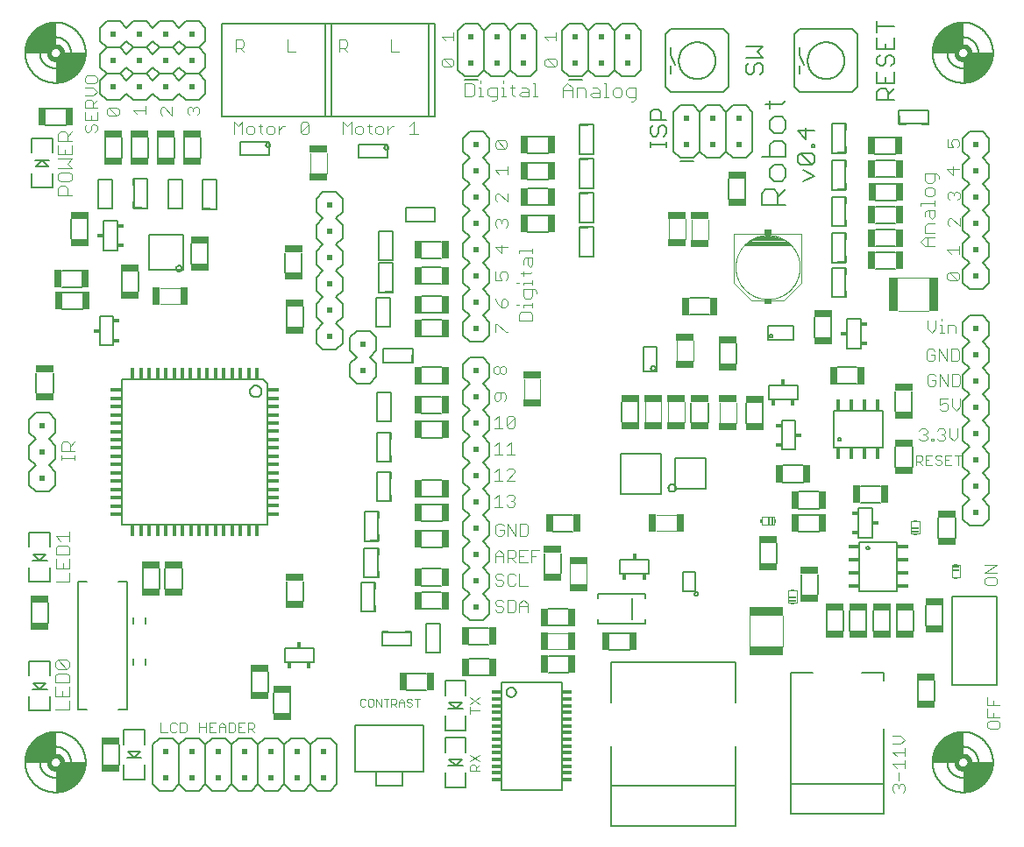
<source format=gto>
G75*
%MOIN*%
%OFA0B0*%
%FSLAX25Y25*%
%IPPOS*%
%LPD*%
%AMOC8*
5,1,8,0,0,1.08239X$1,22.5*
%
%ADD10C,0.00400*%
%ADD11C,0.00600*%
%ADD12C,0.00500*%
%ADD13C,0.00300*%
%ADD14C,0.00800*%
%ADD15R,0.02000X0.02000*%
%ADD16R,0.02300X0.01800*%
%ADD17R,0.01800X0.02300*%
%ADD18C,0.00900*%
%ADD19C,0.01800*%
%ADD20R,0.02900X0.06900*%
%ADD21R,0.01400X0.04000*%
%ADD22R,0.02756X0.02362*%
%ADD23R,0.04000X0.01400*%
%ADD24R,0.06900X0.02900*%
%ADD25R,0.01800X0.04300*%
%ADD26R,0.04300X0.01800*%
%ADD27R,0.03679X0.01280*%
%ADD28R,0.02953X0.06693*%
%ADD29R,0.06693X0.02953*%
%ADD30R,0.12992X0.03740*%
%ADD31R,0.03740X0.12992*%
%ADD32R,0.01339X0.00827*%
%ADD33R,0.03150X0.01142*%
%ADD34R,0.03050X0.00500*%
%ADD35R,0.00827X0.01339*%
%ADD36R,0.01142X0.03150*%
%ADD37R,0.00500X0.03050*%
D10*
X0018562Y0045613D02*
X0023767Y0045613D01*
X0023767Y0049082D01*
X0023767Y0050769D02*
X0023767Y0054239D01*
X0023767Y0055925D02*
X0023767Y0058528D01*
X0022899Y0059395D01*
X0019430Y0059395D01*
X0018562Y0058528D01*
X0018562Y0055925D01*
X0023767Y0055925D01*
X0021164Y0052504D02*
X0021164Y0050769D01*
X0018562Y0050769D02*
X0023767Y0050769D01*
X0018562Y0050769D02*
X0018562Y0054239D01*
X0019430Y0061082D02*
X0018562Y0061949D01*
X0018562Y0063684D01*
X0019430Y0064551D01*
X0022899Y0061082D01*
X0023767Y0061949D01*
X0023767Y0063684D01*
X0022899Y0064551D01*
X0019430Y0064551D01*
X0019430Y0061082D02*
X0022899Y0061082D01*
X0024067Y0094313D02*
X0018862Y0094313D01*
X0018862Y0099469D02*
X0024067Y0099469D01*
X0024067Y0102939D01*
X0024067Y0104625D02*
X0024067Y0107228D01*
X0023199Y0108095D01*
X0019730Y0108095D01*
X0018862Y0107228D01*
X0018862Y0104625D01*
X0024067Y0104625D01*
X0021464Y0101204D02*
X0021464Y0099469D01*
X0018862Y0099469D02*
X0018862Y0102939D01*
X0020597Y0109782D02*
X0018862Y0111517D01*
X0024067Y0111517D01*
X0024067Y0113251D02*
X0024067Y0109782D01*
X0024067Y0097782D02*
X0024067Y0094313D01*
X0025967Y0140613D02*
X0025967Y0142347D01*
X0025967Y0141480D02*
X0020762Y0141480D01*
X0020762Y0140613D02*
X0020762Y0142347D01*
X0020762Y0144050D02*
X0020762Y0146652D01*
X0021630Y0147520D01*
X0023364Y0147520D01*
X0024232Y0146652D01*
X0024232Y0144050D01*
X0025967Y0144050D02*
X0020762Y0144050D01*
X0024232Y0145785D02*
X0025967Y0147520D01*
X0058467Y0199914D02*
X0066066Y0199914D01*
X0066066Y0206111D02*
X0058467Y0206111D01*
X0024867Y0241413D02*
X0019662Y0241413D01*
X0019662Y0244015D01*
X0020530Y0244882D01*
X0022264Y0244882D01*
X0023132Y0244015D01*
X0023132Y0241413D01*
X0023999Y0246569D02*
X0020530Y0246569D01*
X0019662Y0247436D01*
X0019662Y0249171D01*
X0020530Y0250039D01*
X0023999Y0250039D01*
X0024867Y0249171D01*
X0024867Y0247436D01*
X0023999Y0246569D01*
X0024867Y0251725D02*
X0019662Y0251725D01*
X0019662Y0255195D02*
X0024867Y0255195D01*
X0023132Y0253460D01*
X0024867Y0251725D01*
X0024867Y0256882D02*
X0024867Y0260351D01*
X0024867Y0262038D02*
X0019662Y0262038D01*
X0019662Y0264640D01*
X0020530Y0265508D01*
X0022264Y0265508D01*
X0023132Y0264640D01*
X0023132Y0262038D01*
X0023132Y0263773D02*
X0024867Y0265508D01*
X0029863Y0266180D02*
X0029863Y0267715D01*
X0030630Y0268482D01*
X0029863Y0270017D02*
X0034467Y0270017D01*
X0034467Y0273086D01*
X0034467Y0274620D02*
X0029863Y0274620D01*
X0029863Y0276922D01*
X0030630Y0277690D01*
X0032165Y0277690D01*
X0032932Y0276922D01*
X0032932Y0274620D01*
X0032932Y0276155D02*
X0034467Y0277690D01*
X0032932Y0279224D02*
X0034467Y0280759D01*
X0032932Y0282294D01*
X0029863Y0282294D01*
X0030630Y0283828D02*
X0033699Y0283828D01*
X0034467Y0284596D01*
X0034467Y0286130D01*
X0033699Y0286898D01*
X0030630Y0286898D01*
X0029863Y0286130D01*
X0029863Y0284596D01*
X0030630Y0283828D01*
X0029863Y0279224D02*
X0032932Y0279224D01*
X0029863Y0273086D02*
X0029863Y0270017D01*
X0032165Y0270017D02*
X0032165Y0271551D01*
X0032932Y0268482D02*
X0033699Y0268482D01*
X0034467Y0267715D01*
X0034467Y0266180D01*
X0033699Y0265413D01*
X0032165Y0266180D02*
X0032165Y0267715D01*
X0032932Y0268482D01*
X0032165Y0266180D02*
X0031397Y0265413D01*
X0030630Y0265413D01*
X0029863Y0266180D01*
X0038163Y0272476D02*
X0038163Y0274011D01*
X0038930Y0274778D01*
X0041999Y0271709D01*
X0042767Y0272476D01*
X0042767Y0274011D01*
X0041999Y0274778D01*
X0038930Y0274778D01*
X0038163Y0272476D02*
X0038930Y0271709D01*
X0041999Y0271709D01*
X0048163Y0273743D02*
X0049697Y0272209D01*
X0048163Y0273743D02*
X0052767Y0273743D01*
X0052767Y0272209D02*
X0052767Y0275278D01*
X0058463Y0274111D02*
X0058463Y0272576D01*
X0059230Y0271809D01*
X0058463Y0274111D02*
X0059230Y0274878D01*
X0059997Y0274878D01*
X0063067Y0271809D01*
X0063067Y0274878D01*
X0068763Y0274211D02*
X0068763Y0272676D01*
X0069530Y0271909D01*
X0071065Y0273443D02*
X0071065Y0274211D01*
X0071832Y0274978D01*
X0072599Y0274978D01*
X0073367Y0274211D01*
X0073367Y0272676D01*
X0072599Y0271909D01*
X0071065Y0274211D02*
X0070297Y0274978D01*
X0069530Y0274978D01*
X0068763Y0274211D01*
X0086667Y0269217D02*
X0086667Y0264613D01*
X0089736Y0264613D02*
X0089736Y0269217D01*
X0088201Y0267682D01*
X0086667Y0269217D01*
X0091271Y0266915D02*
X0091271Y0265380D01*
X0092038Y0264613D01*
X0093573Y0264613D01*
X0094340Y0265380D01*
X0094340Y0266915D01*
X0093573Y0267682D01*
X0092038Y0267682D01*
X0091271Y0266915D01*
X0095875Y0267682D02*
X0097409Y0267682D01*
X0096642Y0268449D02*
X0096642Y0265380D01*
X0097409Y0264613D01*
X0098944Y0265380D02*
X0098944Y0266915D01*
X0099711Y0267682D01*
X0101246Y0267682D01*
X0102013Y0266915D01*
X0102013Y0265380D01*
X0101246Y0264613D01*
X0099711Y0264613D01*
X0098944Y0265380D01*
X0103548Y0266147D02*
X0105082Y0267682D01*
X0105850Y0267682D01*
X0103548Y0267682D02*
X0103548Y0264613D01*
X0111988Y0265380D02*
X0115058Y0268449D01*
X0115058Y0265380D01*
X0114290Y0264613D01*
X0112756Y0264613D01*
X0111988Y0265380D01*
X0111988Y0268449D01*
X0112756Y0269217D01*
X0114290Y0269217D01*
X0115058Y0268449D01*
X0115568Y0257412D02*
X0115568Y0249813D01*
X0121765Y0249813D02*
X0121765Y0257412D01*
X0128067Y0264613D02*
X0128067Y0269217D01*
X0129601Y0267682D01*
X0131136Y0269217D01*
X0131136Y0264613D01*
X0132671Y0265380D02*
X0133438Y0264613D01*
X0134973Y0264613D01*
X0135740Y0265380D01*
X0135740Y0266915D01*
X0134973Y0267682D01*
X0133438Y0267682D01*
X0132671Y0266915D01*
X0132671Y0265380D01*
X0137275Y0267682D02*
X0138809Y0267682D01*
X0138042Y0268449D02*
X0138042Y0265380D01*
X0138809Y0264613D01*
X0140344Y0265380D02*
X0141111Y0264613D01*
X0142646Y0264613D01*
X0143413Y0265380D01*
X0143413Y0266915D01*
X0142646Y0267682D01*
X0141111Y0267682D01*
X0140344Y0266915D01*
X0140344Y0265380D01*
X0144948Y0266147D02*
X0146482Y0267682D01*
X0147250Y0267682D01*
X0144948Y0267682D02*
X0144948Y0264613D01*
X0153388Y0264613D02*
X0156458Y0264613D01*
X0154923Y0264613D02*
X0154923Y0269217D01*
X0153388Y0267682D01*
X0174367Y0278913D02*
X0176969Y0278913D01*
X0177836Y0279780D01*
X0177836Y0283250D01*
X0176969Y0284117D01*
X0174367Y0284117D01*
X0174367Y0278913D01*
X0179523Y0278913D02*
X0181258Y0278913D01*
X0180390Y0278913D02*
X0180390Y0282382D01*
X0179523Y0282382D01*
X0180390Y0284117D02*
X0180390Y0284984D01*
X0183828Y0282382D02*
X0182961Y0281515D01*
X0182961Y0279780D01*
X0183828Y0278913D01*
X0186430Y0278913D01*
X0186430Y0278045D02*
X0186430Y0282382D01*
X0183828Y0282382D01*
X0188117Y0282382D02*
X0188984Y0282382D01*
X0188984Y0278913D01*
X0188117Y0278913D02*
X0189852Y0278913D01*
X0192422Y0279780D02*
X0193289Y0278913D01*
X0192422Y0279780D02*
X0192422Y0283250D01*
X0191555Y0282382D02*
X0193289Y0282382D01*
X0195860Y0282382D02*
X0197594Y0282382D01*
X0198462Y0281515D01*
X0198462Y0278913D01*
X0195860Y0278913D01*
X0194992Y0279780D01*
X0195860Y0280647D01*
X0198462Y0280647D01*
X0200149Y0278913D02*
X0201883Y0278913D01*
X0201016Y0278913D02*
X0201016Y0284117D01*
X0200149Y0284117D01*
X0205430Y0290313D02*
X0204663Y0291080D01*
X0204663Y0292615D01*
X0205430Y0293382D01*
X0208499Y0290313D01*
X0209267Y0291080D01*
X0209267Y0292615D01*
X0208499Y0293382D01*
X0205430Y0293382D01*
X0205430Y0290313D02*
X0208499Y0290313D01*
X0213401Y0283917D02*
X0215136Y0282182D01*
X0215136Y0278713D01*
X0216823Y0278713D02*
X0216823Y0282182D01*
X0219425Y0282182D01*
X0220293Y0281315D01*
X0220293Y0278713D01*
X0221979Y0279580D02*
X0222847Y0280447D01*
X0225449Y0280447D01*
X0225449Y0281315D02*
X0225449Y0278713D01*
X0222847Y0278713D01*
X0221979Y0279580D01*
X0222847Y0282182D02*
X0224582Y0282182D01*
X0225449Y0281315D01*
X0227136Y0283917D02*
X0228003Y0283917D01*
X0228003Y0278713D01*
X0227136Y0278713D02*
X0228871Y0278713D01*
X0230573Y0279580D02*
X0231441Y0278713D01*
X0233176Y0278713D01*
X0234043Y0279580D01*
X0234043Y0281315D01*
X0233176Y0282182D01*
X0231441Y0282182D01*
X0230573Y0281315D01*
X0230573Y0279580D01*
X0235730Y0279580D02*
X0236597Y0278713D01*
X0239199Y0278713D01*
X0239199Y0277845D02*
X0239199Y0282182D01*
X0236597Y0282182D01*
X0235730Y0281315D01*
X0235730Y0279580D01*
X0237465Y0276978D02*
X0238332Y0276978D01*
X0239199Y0277845D01*
X0215136Y0281315D02*
X0211667Y0281315D01*
X0211667Y0282182D02*
X0213401Y0283917D01*
X0211667Y0282182D02*
X0211667Y0278713D01*
X0190367Y0261415D02*
X0190367Y0259880D01*
X0189599Y0259113D01*
X0186530Y0262182D01*
X0189599Y0262182D01*
X0190367Y0261415D01*
X0189599Y0259113D02*
X0186530Y0259113D01*
X0185763Y0259880D01*
X0185763Y0261415D01*
X0186530Y0262182D01*
X0190467Y0252382D02*
X0190467Y0249313D01*
X0190467Y0250847D02*
X0185863Y0250847D01*
X0187397Y0249313D01*
X0187397Y0242082D02*
X0186630Y0242082D01*
X0185863Y0241315D01*
X0185863Y0239780D01*
X0186630Y0239013D01*
X0187397Y0242082D02*
X0190467Y0239013D01*
X0190467Y0242082D01*
X0189799Y0232182D02*
X0189032Y0232182D01*
X0188265Y0231415D01*
X0188265Y0230647D01*
X0188265Y0231415D02*
X0187497Y0232182D01*
X0186730Y0232182D01*
X0185963Y0231415D01*
X0185963Y0229880D01*
X0186730Y0229113D01*
X0189799Y0229113D02*
X0190567Y0229880D01*
X0190567Y0231415D01*
X0189799Y0232182D01*
X0188365Y0222282D02*
X0188365Y0219213D01*
X0186063Y0221515D01*
X0190667Y0221515D01*
X0194762Y0220162D02*
X0199967Y0220162D01*
X0199967Y0219295D02*
X0199967Y0221029D01*
X0199967Y0217608D02*
X0199967Y0215006D01*
X0199099Y0214138D01*
X0198232Y0215006D01*
X0198232Y0217608D01*
X0197364Y0217608D02*
X0199967Y0217608D01*
X0197364Y0217608D02*
X0196497Y0216740D01*
X0196497Y0215006D01*
X0196497Y0212435D02*
X0196497Y0210701D01*
X0195630Y0211568D02*
X0199099Y0211568D01*
X0199967Y0212435D01*
X0199967Y0208998D02*
X0199967Y0207263D01*
X0199967Y0208130D02*
X0196497Y0208130D01*
X0196497Y0207263D01*
X0196497Y0205576D02*
X0196497Y0202974D01*
X0197364Y0202107D01*
X0199099Y0202107D01*
X0199967Y0202974D01*
X0199967Y0205576D01*
X0200834Y0205576D02*
X0196497Y0205576D01*
X0194762Y0208130D02*
X0193895Y0208130D01*
X0190667Y0209880D02*
X0189899Y0209113D01*
X0190667Y0209880D02*
X0190667Y0211415D01*
X0189899Y0212182D01*
X0188365Y0212182D01*
X0187597Y0211415D01*
X0187597Y0210647D01*
X0188365Y0209113D01*
X0186063Y0209113D01*
X0186063Y0212182D01*
X0185863Y0201882D02*
X0186630Y0200347D01*
X0188165Y0198813D01*
X0188165Y0201115D01*
X0188932Y0201882D01*
X0189699Y0201882D01*
X0190467Y0201115D01*
X0190467Y0199580D01*
X0189699Y0198813D01*
X0188165Y0198813D01*
X0193895Y0199536D02*
X0194762Y0199536D01*
X0196497Y0199536D02*
X0199967Y0199536D01*
X0199967Y0198669D02*
X0199967Y0200404D01*
X0199099Y0196982D02*
X0195630Y0196982D01*
X0194762Y0196115D01*
X0194762Y0193513D01*
X0199967Y0193513D01*
X0199967Y0196115D01*
X0199099Y0196982D01*
X0196497Y0198669D02*
X0196497Y0199536D01*
X0201701Y0203841D02*
X0201701Y0204709D01*
X0200834Y0205576D01*
X0186730Y0192282D02*
X0189799Y0189213D01*
X0190567Y0189213D01*
X0185963Y0189213D02*
X0185963Y0192282D01*
X0186730Y0192282D01*
X0186897Y0176282D02*
X0187665Y0175515D01*
X0187665Y0173980D01*
X0186897Y0173213D01*
X0186130Y0173213D01*
X0185363Y0173980D01*
X0185363Y0175515D01*
X0186130Y0176282D01*
X0186897Y0176282D01*
X0187665Y0175515D02*
X0188432Y0176282D01*
X0189199Y0176282D01*
X0189967Y0175515D01*
X0189967Y0173980D01*
X0189199Y0173213D01*
X0188432Y0173213D01*
X0187665Y0173980D01*
X0187765Y0166182D02*
X0187765Y0163880D01*
X0186997Y0163113D01*
X0186230Y0163113D01*
X0185463Y0163880D01*
X0185463Y0165415D01*
X0186230Y0166182D01*
X0189299Y0166182D01*
X0190067Y0165415D01*
X0190067Y0163880D01*
X0189299Y0163113D01*
X0191030Y0157417D02*
X0192565Y0157417D01*
X0193332Y0156649D01*
X0190263Y0153580D01*
X0191030Y0152813D01*
X0192565Y0152813D01*
X0193332Y0153580D01*
X0193332Y0156649D01*
X0191030Y0157417D02*
X0190263Y0156649D01*
X0190263Y0153580D01*
X0188728Y0152813D02*
X0185659Y0152813D01*
X0187193Y0152813D02*
X0187193Y0157417D01*
X0185659Y0155882D01*
X0196768Y0163813D02*
X0196768Y0171412D01*
X0202965Y0171412D02*
X0202965Y0163813D01*
X0191797Y0147417D02*
X0191797Y0142813D01*
X0190263Y0142813D02*
X0193332Y0142813D01*
X0190263Y0145882D02*
X0191797Y0147417D01*
X0187193Y0147417D02*
X0185659Y0145882D01*
X0187193Y0147417D02*
X0187193Y0142813D01*
X0185659Y0142813D02*
X0188728Y0142813D01*
X0187193Y0137417D02*
X0187193Y0132813D01*
X0185659Y0132813D02*
X0188728Y0132813D01*
X0190263Y0132813D02*
X0193332Y0135882D01*
X0193332Y0136649D01*
X0192565Y0137417D01*
X0191030Y0137417D01*
X0190263Y0136649D01*
X0187193Y0137417D02*
X0185659Y0135882D01*
X0190263Y0132813D02*
X0193332Y0132813D01*
X0192565Y0127417D02*
X0193332Y0126649D01*
X0193332Y0125882D01*
X0192565Y0125115D01*
X0193332Y0124347D01*
X0193332Y0123580D01*
X0192565Y0122813D01*
X0191030Y0122813D01*
X0190263Y0123580D01*
X0188728Y0122813D02*
X0185659Y0122813D01*
X0187193Y0122813D02*
X0187193Y0127417D01*
X0185659Y0125882D01*
X0190263Y0126649D02*
X0191030Y0127417D01*
X0192565Y0127417D01*
X0192565Y0125115D02*
X0191797Y0125115D01*
X0190659Y0116417D02*
X0193728Y0111813D01*
X0193728Y0116417D01*
X0195263Y0116417D02*
X0197565Y0116417D01*
X0198332Y0115649D01*
X0198332Y0112580D01*
X0197565Y0111813D01*
X0195263Y0111813D01*
X0195263Y0116417D01*
X0190659Y0116417D02*
X0190659Y0111813D01*
X0189124Y0112580D02*
X0189124Y0114115D01*
X0187589Y0114115D01*
X0186055Y0115649D02*
X0186055Y0112580D01*
X0186822Y0111813D01*
X0188357Y0111813D01*
X0189124Y0112580D01*
X0189124Y0115649D02*
X0188357Y0116417D01*
X0186822Y0116417D01*
X0186055Y0115649D01*
X0187401Y0106417D02*
X0188936Y0104882D01*
X0188936Y0101813D01*
X0190471Y0101813D02*
X0190471Y0106417D01*
X0192773Y0106417D01*
X0193540Y0105649D01*
X0193540Y0104115D01*
X0192773Y0103347D01*
X0190471Y0103347D01*
X0192005Y0103347D02*
X0193540Y0101813D01*
X0195075Y0101813D02*
X0198144Y0101813D01*
X0199678Y0101813D02*
X0199678Y0106417D01*
X0202748Y0106417D01*
X0201213Y0104115D02*
X0199678Y0104115D01*
X0198144Y0106417D02*
X0195075Y0106417D01*
X0195075Y0101813D01*
X0195075Y0104115D02*
X0196609Y0104115D01*
X0195075Y0097417D02*
X0195075Y0092813D01*
X0198144Y0092813D01*
X0193540Y0093580D02*
X0192773Y0092813D01*
X0191238Y0092813D01*
X0190471Y0093580D01*
X0190471Y0096649D01*
X0191238Y0097417D01*
X0192773Y0097417D01*
X0193540Y0096649D01*
X0188936Y0096649D02*
X0188169Y0097417D01*
X0186634Y0097417D01*
X0185867Y0096649D01*
X0185867Y0095882D01*
X0186634Y0095115D01*
X0188169Y0095115D01*
X0188936Y0094347D01*
X0188936Y0093580D01*
X0188169Y0092813D01*
X0186634Y0092813D01*
X0185867Y0093580D01*
X0186634Y0087417D02*
X0185867Y0086649D01*
X0185867Y0085882D01*
X0186634Y0085115D01*
X0188169Y0085115D01*
X0188936Y0084347D01*
X0188936Y0083580D01*
X0188169Y0082813D01*
X0186634Y0082813D01*
X0185867Y0083580D01*
X0186634Y0087417D02*
X0188169Y0087417D01*
X0188936Y0086649D01*
X0190471Y0087417D02*
X0190471Y0082813D01*
X0192773Y0082813D01*
X0193540Y0083580D01*
X0193540Y0086649D01*
X0192773Y0087417D01*
X0190471Y0087417D01*
X0195075Y0085882D02*
X0195075Y0082813D01*
X0195075Y0085115D02*
X0198144Y0085115D01*
X0198144Y0085882D02*
X0198144Y0082813D01*
X0198144Y0085882D02*
X0196609Y0087417D01*
X0195075Y0085882D01*
X0205967Y0074811D02*
X0213566Y0074811D01*
X0213566Y0068614D02*
X0205967Y0068614D01*
X0214368Y0093313D02*
X0214368Y0100912D01*
X0220565Y0100912D02*
X0220565Y0093313D01*
X0247167Y0113614D02*
X0254766Y0113614D01*
X0254766Y0119811D02*
X0247167Y0119811D01*
X0287244Y0118987D02*
X0287244Y0115838D01*
X0291889Y0115838D01*
X0291889Y0118987D01*
X0287244Y0118987D01*
X0297392Y0090935D02*
X0300541Y0090935D01*
X0300541Y0086290D01*
X0297392Y0086290D01*
X0297392Y0090935D01*
X0295267Y0081313D02*
X0295267Y0069813D01*
X0282667Y0069713D02*
X0282667Y0081313D01*
X0336963Y0035598D02*
X0340032Y0035598D01*
X0341567Y0034063D01*
X0340032Y0032528D01*
X0336963Y0032528D01*
X0336963Y0029459D02*
X0341567Y0029459D01*
X0341567Y0027924D02*
X0341567Y0030994D01*
X0338497Y0027924D02*
X0336963Y0029459D01*
X0341567Y0026390D02*
X0341567Y0023320D01*
X0341567Y0024855D02*
X0336963Y0024855D01*
X0338497Y0023320D01*
X0339265Y0021786D02*
X0339265Y0018717D01*
X0340032Y0017182D02*
X0339265Y0016415D01*
X0339265Y0015647D01*
X0339265Y0016415D02*
X0338497Y0017182D01*
X0337730Y0017182D01*
X0336963Y0016415D01*
X0336963Y0014880D01*
X0337730Y0014113D01*
X0340799Y0014113D02*
X0341567Y0014880D01*
X0341567Y0016415D01*
X0340799Y0017182D01*
X0340032Y0017182D01*
X0373063Y0038968D02*
X0373830Y0038201D01*
X0376899Y0038201D01*
X0377667Y0038968D01*
X0377667Y0040503D01*
X0376899Y0041270D01*
X0373830Y0041270D01*
X0373063Y0040503D01*
X0373063Y0038968D01*
X0373063Y0042805D02*
X0373063Y0045874D01*
X0373063Y0047409D02*
X0373063Y0050478D01*
X0375365Y0048943D02*
X0375365Y0047409D01*
X0377667Y0047409D02*
X0373063Y0047409D01*
X0375365Y0044339D02*
X0375365Y0042805D01*
X0377667Y0042805D02*
X0373063Y0042805D01*
X0372830Y0092913D02*
X0375899Y0092913D01*
X0376667Y0093680D01*
X0376667Y0095215D01*
X0375899Y0095982D01*
X0372830Y0095982D01*
X0372063Y0095215D01*
X0372063Y0093680D01*
X0372830Y0092913D01*
X0372063Y0097517D02*
X0376667Y0100586D01*
X0372063Y0100586D01*
X0372063Y0097517D02*
X0376667Y0097517D01*
X0362641Y0095890D02*
X0359492Y0095890D01*
X0359492Y0100535D01*
X0362641Y0100535D01*
X0362641Y0095890D01*
X0347141Y0112590D02*
X0343992Y0112590D01*
X0343992Y0117235D01*
X0347141Y0117235D01*
X0347141Y0112590D01*
X0347820Y0147913D02*
X0347053Y0148680D01*
X0347820Y0147913D02*
X0349355Y0147913D01*
X0350122Y0148680D01*
X0350122Y0149447D01*
X0349355Y0150215D01*
X0348588Y0150215D01*
X0349355Y0150215D02*
X0350122Y0150982D01*
X0350122Y0151749D01*
X0349355Y0152517D01*
X0347820Y0152517D01*
X0347053Y0151749D01*
X0351657Y0148680D02*
X0352424Y0148680D01*
X0352424Y0147913D01*
X0351657Y0147913D01*
X0351657Y0148680D01*
X0353959Y0148680D02*
X0354726Y0147913D01*
X0356261Y0147913D01*
X0357028Y0148680D01*
X0357028Y0149447D01*
X0356261Y0150215D01*
X0355493Y0150215D01*
X0356261Y0150215D02*
X0357028Y0150982D01*
X0357028Y0151749D01*
X0356261Y0152517D01*
X0354726Y0152517D01*
X0353959Y0151749D01*
X0358563Y0152517D02*
X0358563Y0149447D01*
X0360097Y0147913D01*
X0361632Y0149447D01*
X0361632Y0152517D01*
X0361105Y0159313D02*
X0362640Y0160847D01*
X0362640Y0163917D01*
X0359571Y0163917D02*
X0359571Y0160847D01*
X0361105Y0159313D01*
X0358036Y0160080D02*
X0357269Y0159313D01*
X0355734Y0159313D01*
X0354967Y0160080D01*
X0354967Y0161615D02*
X0356501Y0162382D01*
X0357269Y0162382D01*
X0358036Y0161615D01*
X0358036Y0160080D01*
X0354967Y0161615D02*
X0354967Y0163917D01*
X0358036Y0163917D01*
X0357940Y0168813D02*
X0357940Y0173417D01*
X0359475Y0173417D02*
X0359475Y0168813D01*
X0361776Y0168813D01*
X0362544Y0169580D01*
X0362544Y0172649D01*
X0361776Y0173417D01*
X0359475Y0173417D01*
X0354871Y0173417D02*
X0357940Y0168813D01*
X0354871Y0168813D02*
X0354871Y0173417D01*
X0353336Y0172649D02*
X0352569Y0173417D01*
X0351034Y0173417D01*
X0350267Y0172649D01*
X0350267Y0169580D01*
X0351034Y0168813D01*
X0352569Y0168813D01*
X0353336Y0169580D01*
X0353336Y0171115D01*
X0351801Y0171115D01*
X0352269Y0178313D02*
X0350734Y0178313D01*
X0349967Y0179080D01*
X0349967Y0182149D01*
X0350734Y0182917D01*
X0352269Y0182917D01*
X0353036Y0182149D01*
X0353036Y0180615D02*
X0351501Y0180615D01*
X0353036Y0180615D02*
X0353036Y0179080D01*
X0352269Y0178313D01*
X0354571Y0178313D02*
X0354571Y0182917D01*
X0357640Y0178313D01*
X0357640Y0182917D01*
X0359175Y0182917D02*
X0359175Y0178313D01*
X0361476Y0178313D01*
X0362244Y0179080D01*
X0362244Y0182149D01*
X0361476Y0182917D01*
X0359175Y0182917D01*
X0357963Y0189013D02*
X0357963Y0192082D01*
X0360265Y0192082D01*
X0361032Y0191315D01*
X0361032Y0189013D01*
X0356428Y0189013D02*
X0354893Y0189013D01*
X0355661Y0189013D02*
X0355661Y0192082D01*
X0354893Y0192082D01*
X0355661Y0193617D02*
X0355661Y0194384D01*
X0353359Y0193617D02*
X0353359Y0190547D01*
X0351824Y0189013D01*
X0350290Y0190547D01*
X0350290Y0193617D01*
X0350667Y0197313D02*
X0339167Y0197313D01*
X0339067Y0209913D02*
X0350667Y0209913D01*
X0357663Y0209780D02*
X0358430Y0209013D01*
X0361499Y0209013D01*
X0358430Y0212082D01*
X0361499Y0212082D01*
X0362267Y0211315D01*
X0362267Y0209780D01*
X0361499Y0209013D01*
X0357663Y0209780D02*
X0357663Y0211315D01*
X0358430Y0212082D01*
X0359097Y0219013D02*
X0357563Y0220547D01*
X0362167Y0220547D01*
X0362167Y0219013D02*
X0362167Y0222082D01*
X0352767Y0221993D02*
X0349297Y0221993D01*
X0347562Y0223728D01*
X0349297Y0225463D01*
X0352767Y0225463D01*
X0352767Y0227149D02*
X0349297Y0227149D01*
X0349297Y0229752D01*
X0350164Y0230619D01*
X0352767Y0230619D01*
X0351899Y0232306D02*
X0351032Y0233173D01*
X0351032Y0235775D01*
X0350164Y0235775D02*
X0352767Y0235775D01*
X0352767Y0233173D01*
X0351899Y0232306D01*
X0349297Y0233173D02*
X0349297Y0234908D01*
X0350164Y0235775D01*
X0347562Y0237462D02*
X0347562Y0238330D01*
X0352767Y0238330D01*
X0352767Y0239197D02*
X0352767Y0237462D01*
X0351899Y0240900D02*
X0350164Y0240900D01*
X0349297Y0241767D01*
X0349297Y0243502D01*
X0350164Y0244369D01*
X0351899Y0244369D01*
X0352767Y0243502D01*
X0352767Y0241767D01*
X0351899Y0240900D01*
X0357863Y0240480D02*
X0357863Y0242015D01*
X0358630Y0242782D01*
X0359397Y0242782D01*
X0360165Y0242015D01*
X0360932Y0242782D01*
X0361699Y0242782D01*
X0362467Y0242015D01*
X0362467Y0240480D01*
X0361699Y0239713D01*
X0360165Y0241247D02*
X0360165Y0242015D01*
X0358630Y0239713D02*
X0357863Y0240480D01*
X0358630Y0232582D02*
X0357863Y0231815D01*
X0357863Y0230280D01*
X0358630Y0229513D01*
X0358630Y0232582D02*
X0359397Y0232582D01*
X0362467Y0229513D01*
X0362467Y0232582D01*
X0350164Y0225463D02*
X0350164Y0221993D01*
X0350164Y0246056D02*
X0351899Y0246056D01*
X0352767Y0246924D01*
X0352767Y0249526D01*
X0353634Y0249526D02*
X0349297Y0249526D01*
X0349297Y0246924D01*
X0350164Y0246056D01*
X0354501Y0247791D02*
X0354501Y0248658D01*
X0353634Y0249526D01*
X0357563Y0251411D02*
X0359865Y0249109D01*
X0359865Y0252178D01*
X0362167Y0251411D02*
X0357563Y0251411D01*
X0357763Y0259513D02*
X0360065Y0259513D01*
X0359297Y0261047D01*
X0359297Y0261815D01*
X0360065Y0262582D01*
X0361599Y0262582D01*
X0362367Y0261815D01*
X0362367Y0260280D01*
X0361599Y0259513D01*
X0357763Y0259513D02*
X0357763Y0262582D01*
X0302262Y0226808D02*
X0302262Y0207910D01*
X0295569Y0201217D01*
X0293207Y0201217D01*
X0295569Y0201217D02*
X0283364Y0201217D01*
X0276671Y0207910D01*
X0276671Y0226808D01*
X0285727Y0226808D01*
X0285727Y0225430D02*
X0282971Y0224052D01*
X0281002Y0222477D01*
X0297734Y0222477D01*
X0297931Y0222477D01*
X0295766Y0224249D01*
X0293010Y0225430D01*
X0289467Y0226020D01*
X0285727Y0225430D01*
X0285687Y0225410D02*
X0293056Y0225410D01*
X0293986Y0225012D02*
X0284890Y0225012D01*
X0284093Y0224613D02*
X0294916Y0224613D01*
X0295808Y0224215D02*
X0283296Y0224215D01*
X0282676Y0223816D02*
X0296295Y0223816D01*
X0296782Y0223418D02*
X0282178Y0223418D01*
X0281680Y0223019D02*
X0297269Y0223019D01*
X0297756Y0222621D02*
X0281181Y0222621D01*
X0280805Y0222280D02*
X0298325Y0222280D01*
X0302262Y0226808D02*
X0293207Y0226808D01*
X0290737Y0225809D02*
X0288126Y0225809D01*
X0276671Y0226808D02*
X0302262Y0226808D01*
X0302262Y0207910D01*
X0295569Y0201217D01*
X0285727Y0201217D02*
X0283364Y0201217D01*
X0276671Y0207910D01*
X0276671Y0226808D01*
X0266765Y0224513D02*
X0266765Y0232112D01*
X0260568Y0232112D02*
X0260568Y0224513D01*
X0258165Y0224613D02*
X0258165Y0232212D01*
X0251968Y0232212D02*
X0251968Y0224613D01*
X0293207Y0225628D02*
X0293490Y0225533D01*
X0293771Y0225431D01*
X0294048Y0225322D01*
X0294324Y0225207D01*
X0294596Y0225085D01*
X0294865Y0224956D01*
X0295131Y0224821D01*
X0295393Y0224679D01*
X0295652Y0224531D01*
X0295908Y0224377D01*
X0296159Y0224216D01*
X0296407Y0224049D01*
X0296650Y0223877D01*
X0296889Y0223698D01*
X0297124Y0223514D01*
X0297354Y0223324D01*
X0297579Y0223128D01*
X0297799Y0222927D01*
X0298015Y0222721D01*
X0298225Y0222509D01*
X0298430Y0222293D01*
X0298630Y0222071D01*
X0298824Y0221844D01*
X0299013Y0221613D01*
X0299196Y0221378D01*
X0299373Y0221138D01*
X0299544Y0220893D01*
X0299709Y0220645D01*
X0299868Y0220392D01*
X0300021Y0220136D01*
X0300168Y0219876D01*
X0300308Y0219613D01*
X0300442Y0219346D01*
X0300569Y0219076D01*
X0300689Y0218803D01*
X0300803Y0218528D01*
X0300910Y0218249D01*
X0301010Y0217968D01*
X0301103Y0217685D01*
X0301190Y0217399D01*
X0301269Y0217111D01*
X0301341Y0216822D01*
X0301406Y0216531D01*
X0301464Y0216238D01*
X0301515Y0215944D01*
X0301559Y0215649D01*
X0301595Y0215353D01*
X0301624Y0215056D01*
X0301646Y0214758D01*
X0301661Y0214460D01*
X0301668Y0214162D01*
X0301668Y0213864D01*
X0301661Y0213566D01*
X0301646Y0213268D01*
X0301624Y0212970D01*
X0301595Y0212673D01*
X0301559Y0212377D01*
X0301515Y0212082D01*
X0301464Y0211788D01*
X0301406Y0211495D01*
X0301341Y0211204D01*
X0301269Y0210915D01*
X0301190Y0210627D01*
X0301103Y0210341D01*
X0301010Y0210058D01*
X0300910Y0209777D01*
X0300803Y0209498D01*
X0300689Y0209223D01*
X0300569Y0208950D01*
X0300442Y0208680D01*
X0300308Y0208413D01*
X0300168Y0208150D01*
X0300021Y0207890D01*
X0299868Y0207634D01*
X0299709Y0207381D01*
X0299544Y0207133D01*
X0299373Y0206888D01*
X0299196Y0206648D01*
X0299013Y0206413D01*
X0298824Y0206182D01*
X0298630Y0205955D01*
X0298430Y0205733D01*
X0298225Y0205517D01*
X0298015Y0205305D01*
X0297799Y0205099D01*
X0297579Y0204898D01*
X0297354Y0204702D01*
X0297124Y0204512D01*
X0296889Y0204328D01*
X0296650Y0204149D01*
X0296407Y0203977D01*
X0296159Y0203810D01*
X0295908Y0203649D01*
X0295652Y0203495D01*
X0295393Y0203347D01*
X0295131Y0203205D01*
X0294865Y0203070D01*
X0294596Y0202941D01*
X0294324Y0202819D01*
X0294048Y0202704D01*
X0293771Y0202595D01*
X0293490Y0202493D01*
X0293207Y0202398D01*
X0277262Y0214013D02*
X0277266Y0214313D01*
X0277277Y0214612D01*
X0277295Y0214911D01*
X0277321Y0215209D01*
X0277354Y0215507D01*
X0277394Y0215804D01*
X0277442Y0216100D01*
X0277497Y0216394D01*
X0277559Y0216687D01*
X0277628Y0216979D01*
X0277704Y0217268D01*
X0277788Y0217556D01*
X0277878Y0217841D01*
X0277975Y0218125D01*
X0278080Y0218406D01*
X0278191Y0218684D01*
X0278309Y0218959D01*
X0278434Y0219231D01*
X0278565Y0219501D01*
X0278703Y0219766D01*
X0278848Y0220029D01*
X0278998Y0220288D01*
X0279156Y0220543D01*
X0279319Y0220794D01*
X0279488Y0221041D01*
X0279664Y0221284D01*
X0279845Y0221522D01*
X0280032Y0221756D01*
X0280225Y0221985D01*
X0280424Y0222209D01*
X0280628Y0222429D01*
X0280837Y0222643D01*
X0281051Y0222852D01*
X0281271Y0223056D01*
X0281495Y0223255D01*
X0281724Y0223448D01*
X0281958Y0223635D01*
X0282196Y0223816D01*
X0282439Y0223992D01*
X0282686Y0224161D01*
X0282937Y0224324D01*
X0283192Y0224482D01*
X0283451Y0224632D01*
X0283714Y0224777D01*
X0283979Y0224915D01*
X0284249Y0225046D01*
X0284521Y0225171D01*
X0284796Y0225289D01*
X0285074Y0225400D01*
X0285355Y0225505D01*
X0285639Y0225602D01*
X0285924Y0225692D01*
X0286212Y0225776D01*
X0286501Y0225852D01*
X0286793Y0225921D01*
X0287086Y0225983D01*
X0287380Y0226038D01*
X0287676Y0226086D01*
X0287973Y0226126D01*
X0288271Y0226159D01*
X0288569Y0226185D01*
X0288868Y0226203D01*
X0289167Y0226214D01*
X0289467Y0226218D01*
X0289767Y0226214D01*
X0290066Y0226203D01*
X0290365Y0226185D01*
X0290663Y0226159D01*
X0290961Y0226126D01*
X0291258Y0226086D01*
X0291554Y0226038D01*
X0291848Y0225983D01*
X0292141Y0225921D01*
X0292433Y0225852D01*
X0292722Y0225776D01*
X0293010Y0225692D01*
X0293295Y0225602D01*
X0293579Y0225505D01*
X0293860Y0225400D01*
X0294138Y0225289D01*
X0294413Y0225171D01*
X0294685Y0225046D01*
X0294955Y0224915D01*
X0295220Y0224777D01*
X0295483Y0224632D01*
X0295742Y0224482D01*
X0295997Y0224324D01*
X0296248Y0224161D01*
X0296495Y0223992D01*
X0296738Y0223816D01*
X0296976Y0223635D01*
X0297210Y0223448D01*
X0297439Y0223255D01*
X0297663Y0223056D01*
X0297883Y0222852D01*
X0298097Y0222643D01*
X0298306Y0222429D01*
X0298510Y0222209D01*
X0298709Y0221985D01*
X0298902Y0221756D01*
X0299089Y0221522D01*
X0299270Y0221284D01*
X0299446Y0221041D01*
X0299615Y0220794D01*
X0299778Y0220543D01*
X0299936Y0220288D01*
X0300086Y0220029D01*
X0300231Y0219766D01*
X0300369Y0219501D01*
X0300500Y0219231D01*
X0300625Y0218959D01*
X0300743Y0218684D01*
X0300854Y0218406D01*
X0300959Y0218125D01*
X0301056Y0217841D01*
X0301146Y0217556D01*
X0301230Y0217268D01*
X0301306Y0216979D01*
X0301375Y0216687D01*
X0301437Y0216394D01*
X0301492Y0216100D01*
X0301540Y0215804D01*
X0301580Y0215507D01*
X0301613Y0215209D01*
X0301639Y0214911D01*
X0301657Y0214612D01*
X0301668Y0214313D01*
X0301672Y0214013D01*
X0301668Y0213713D01*
X0301657Y0213414D01*
X0301639Y0213115D01*
X0301613Y0212817D01*
X0301580Y0212519D01*
X0301540Y0212222D01*
X0301492Y0211926D01*
X0301437Y0211632D01*
X0301375Y0211339D01*
X0301306Y0211047D01*
X0301230Y0210758D01*
X0301146Y0210470D01*
X0301056Y0210185D01*
X0300959Y0209901D01*
X0300854Y0209620D01*
X0300743Y0209342D01*
X0300625Y0209067D01*
X0300500Y0208795D01*
X0300369Y0208525D01*
X0300231Y0208260D01*
X0300086Y0207997D01*
X0299936Y0207738D01*
X0299778Y0207483D01*
X0299615Y0207232D01*
X0299446Y0206985D01*
X0299270Y0206742D01*
X0299089Y0206504D01*
X0298902Y0206270D01*
X0298709Y0206041D01*
X0298510Y0205817D01*
X0298306Y0205597D01*
X0298097Y0205383D01*
X0297883Y0205174D01*
X0297663Y0204970D01*
X0297439Y0204771D01*
X0297210Y0204578D01*
X0296976Y0204391D01*
X0296738Y0204210D01*
X0296495Y0204034D01*
X0296248Y0203865D01*
X0295997Y0203702D01*
X0295742Y0203544D01*
X0295483Y0203394D01*
X0295220Y0203249D01*
X0294955Y0203111D01*
X0294685Y0202980D01*
X0294413Y0202855D01*
X0294138Y0202737D01*
X0293860Y0202626D01*
X0293579Y0202521D01*
X0293295Y0202424D01*
X0293010Y0202334D01*
X0292722Y0202250D01*
X0292433Y0202174D01*
X0292141Y0202105D01*
X0291848Y0202043D01*
X0291554Y0201988D01*
X0291258Y0201940D01*
X0290961Y0201900D01*
X0290663Y0201867D01*
X0290365Y0201841D01*
X0290066Y0201823D01*
X0289767Y0201812D01*
X0289467Y0201808D01*
X0289167Y0201812D01*
X0288868Y0201823D01*
X0288569Y0201841D01*
X0288271Y0201867D01*
X0287973Y0201900D01*
X0287676Y0201940D01*
X0287380Y0201988D01*
X0287086Y0202043D01*
X0286793Y0202105D01*
X0286501Y0202174D01*
X0286212Y0202250D01*
X0285924Y0202334D01*
X0285639Y0202424D01*
X0285355Y0202521D01*
X0285074Y0202626D01*
X0284796Y0202737D01*
X0284521Y0202855D01*
X0284249Y0202980D01*
X0283979Y0203111D01*
X0283714Y0203249D01*
X0283451Y0203394D01*
X0283192Y0203544D01*
X0282937Y0203702D01*
X0282686Y0203865D01*
X0282439Y0204034D01*
X0282196Y0204210D01*
X0281958Y0204391D01*
X0281724Y0204578D01*
X0281495Y0204771D01*
X0281271Y0204970D01*
X0281051Y0205174D01*
X0280837Y0205383D01*
X0280628Y0205597D01*
X0280424Y0205817D01*
X0280225Y0206041D01*
X0280032Y0206270D01*
X0279845Y0206504D01*
X0279664Y0206742D01*
X0279488Y0206985D01*
X0279319Y0207232D01*
X0279156Y0207483D01*
X0278998Y0207738D01*
X0278848Y0207997D01*
X0278703Y0208260D01*
X0278565Y0208525D01*
X0278434Y0208795D01*
X0278309Y0209067D01*
X0278191Y0209342D01*
X0278080Y0209620D01*
X0277975Y0209901D01*
X0277878Y0210185D01*
X0277788Y0210470D01*
X0277704Y0210758D01*
X0277628Y0211047D01*
X0277559Y0211339D01*
X0277497Y0211632D01*
X0277442Y0211926D01*
X0277394Y0212222D01*
X0277354Y0212519D01*
X0277321Y0212817D01*
X0277295Y0213115D01*
X0277277Y0213414D01*
X0277266Y0213713D01*
X0277262Y0214013D01*
X0285727Y0225628D02*
X0285444Y0225533D01*
X0285163Y0225431D01*
X0284886Y0225322D01*
X0284610Y0225207D01*
X0284338Y0225085D01*
X0284069Y0224956D01*
X0283803Y0224821D01*
X0283541Y0224679D01*
X0283282Y0224531D01*
X0283026Y0224377D01*
X0282775Y0224216D01*
X0282527Y0224049D01*
X0282284Y0223877D01*
X0282045Y0223698D01*
X0281810Y0223514D01*
X0281580Y0223324D01*
X0281355Y0223128D01*
X0281135Y0222927D01*
X0280919Y0222721D01*
X0280709Y0222509D01*
X0280504Y0222293D01*
X0280304Y0222071D01*
X0280110Y0221844D01*
X0279921Y0221613D01*
X0279738Y0221378D01*
X0279561Y0221138D01*
X0279390Y0220893D01*
X0279225Y0220645D01*
X0279066Y0220392D01*
X0278913Y0220136D01*
X0278766Y0219876D01*
X0278626Y0219613D01*
X0278492Y0219346D01*
X0278365Y0219076D01*
X0278245Y0218803D01*
X0278131Y0218528D01*
X0278024Y0218249D01*
X0277924Y0217968D01*
X0277831Y0217685D01*
X0277744Y0217399D01*
X0277665Y0217111D01*
X0277593Y0216822D01*
X0277528Y0216531D01*
X0277470Y0216238D01*
X0277419Y0215944D01*
X0277375Y0215649D01*
X0277339Y0215353D01*
X0277310Y0215056D01*
X0277288Y0214758D01*
X0277273Y0214460D01*
X0277266Y0214162D01*
X0277266Y0213864D01*
X0277273Y0213566D01*
X0277288Y0213268D01*
X0277310Y0212970D01*
X0277339Y0212673D01*
X0277375Y0212377D01*
X0277419Y0212082D01*
X0277470Y0211788D01*
X0277528Y0211495D01*
X0277593Y0211204D01*
X0277665Y0210915D01*
X0277744Y0210627D01*
X0277831Y0210341D01*
X0277924Y0210058D01*
X0278024Y0209777D01*
X0278131Y0209498D01*
X0278245Y0209223D01*
X0278365Y0208950D01*
X0278492Y0208680D01*
X0278626Y0208413D01*
X0278766Y0208150D01*
X0278913Y0207890D01*
X0279066Y0207634D01*
X0279225Y0207381D01*
X0279390Y0207133D01*
X0279561Y0206888D01*
X0279738Y0206648D01*
X0279921Y0206413D01*
X0280110Y0206182D01*
X0280304Y0205955D01*
X0280504Y0205733D01*
X0280709Y0205517D01*
X0280919Y0205305D01*
X0281135Y0205099D01*
X0281355Y0204898D01*
X0281580Y0204702D01*
X0281810Y0204512D01*
X0282045Y0204328D01*
X0282284Y0204149D01*
X0282527Y0203977D01*
X0282775Y0203810D01*
X0283026Y0203649D01*
X0283282Y0203495D01*
X0283541Y0203347D01*
X0283803Y0203205D01*
X0284069Y0203070D01*
X0284338Y0202941D01*
X0284610Y0202819D01*
X0284886Y0202704D01*
X0285163Y0202595D01*
X0285444Y0202493D01*
X0285727Y0202398D01*
X0261165Y0185912D02*
X0261165Y0178313D01*
X0254968Y0178313D02*
X0254968Y0185912D01*
X0257765Y0162512D02*
X0257765Y0154913D01*
X0251568Y0154913D02*
X0251568Y0162512D01*
X0249065Y0162612D02*
X0249065Y0155013D01*
X0242868Y0155013D02*
X0242868Y0162612D01*
X0271268Y0162412D02*
X0271268Y0154813D01*
X0277465Y0154813D02*
X0277465Y0162412D01*
X0194762Y0219295D02*
X0194762Y0220162D01*
X0185563Y0277178D02*
X0184695Y0277178D01*
X0185563Y0277178D02*
X0186430Y0278045D01*
X0188984Y0284117D02*
X0188984Y0284984D01*
X0170067Y0291080D02*
X0169299Y0290313D01*
X0166230Y0293382D01*
X0169299Y0293382D01*
X0170067Y0292615D01*
X0170067Y0291080D01*
X0169299Y0290313D02*
X0166230Y0290313D01*
X0165463Y0291080D01*
X0165463Y0292615D01*
X0166230Y0293382D01*
X0166997Y0300213D02*
X0165463Y0301747D01*
X0170067Y0301747D01*
X0170067Y0300213D02*
X0170067Y0303282D01*
X0149417Y0295924D02*
X0146348Y0295924D01*
X0146348Y0300528D01*
X0129732Y0299760D02*
X0129732Y0298226D01*
X0128965Y0297458D01*
X0126663Y0297458D01*
X0128197Y0297458D02*
X0129732Y0295924D01*
X0126663Y0295924D02*
X0126663Y0300528D01*
X0128965Y0300528D01*
X0129732Y0299760D01*
X0110017Y0295924D02*
X0106948Y0295924D01*
X0106948Y0300528D01*
X0090332Y0299760D02*
X0090332Y0298226D01*
X0089565Y0297458D01*
X0087263Y0297458D01*
X0088797Y0297458D02*
X0090332Y0295924D01*
X0087263Y0295924D02*
X0087263Y0300528D01*
X0089565Y0300528D01*
X0090332Y0299760D01*
X0024867Y0256882D02*
X0019662Y0256882D01*
X0019662Y0260351D01*
X0022264Y0258617D02*
X0022264Y0256882D01*
X0204463Y0301747D02*
X0209067Y0301747D01*
X0209067Y0300213D02*
X0209067Y0303282D01*
X0205997Y0300213D02*
X0204463Y0301747D01*
X0187401Y0106417D02*
X0185867Y0104882D01*
X0185867Y0101813D01*
X0185867Y0104115D02*
X0188936Y0104115D01*
D11*
X0204467Y0105063D02*
X0204467Y0097513D01*
X0210867Y0097513D02*
X0210867Y0105063D01*
X0207867Y0113313D02*
X0215417Y0113313D01*
X0215417Y0119713D02*
X0207867Y0119713D01*
X0233167Y0102513D02*
X0233167Y0097313D01*
X0244367Y0097313D01*
X0244367Y0102513D01*
X0242167Y0102513D01*
X0244367Y0102513D02*
X0244367Y0099313D01*
X0244367Y0102513D02*
X0233167Y0102513D01*
X0235367Y0102513D01*
X0233167Y0102513D02*
X0233167Y0099313D01*
X0213517Y0083913D02*
X0205967Y0083913D01*
X0205967Y0077513D02*
X0213517Y0077513D01*
X0213667Y0066113D02*
X0206117Y0066113D01*
X0206117Y0059713D02*
X0213667Y0059713D01*
X0211182Y0056085D02*
X0188151Y0056085D01*
X0188151Y0015140D01*
X0211182Y0015140D01*
X0211182Y0056085D01*
X0190180Y0052246D02*
X0190182Y0052331D01*
X0190188Y0052415D01*
X0190198Y0052500D01*
X0190212Y0052583D01*
X0190229Y0052666D01*
X0190251Y0052748D01*
X0190277Y0052829D01*
X0190306Y0052909D01*
X0190339Y0052987D01*
X0190375Y0053063D01*
X0190415Y0053138D01*
X0190459Y0053211D01*
X0190506Y0053282D01*
X0190556Y0053350D01*
X0190609Y0053416D01*
X0190666Y0053479D01*
X0190725Y0053540D01*
X0190787Y0053598D01*
X0190852Y0053653D01*
X0190919Y0053705D01*
X0190988Y0053753D01*
X0191060Y0053798D01*
X0191134Y0053840D01*
X0191210Y0053878D01*
X0191287Y0053913D01*
X0191366Y0053944D01*
X0191446Y0053972D01*
X0191528Y0053995D01*
X0191610Y0054015D01*
X0191693Y0054031D01*
X0191777Y0054043D01*
X0191862Y0054051D01*
X0191947Y0054055D01*
X0192031Y0054055D01*
X0192116Y0054051D01*
X0192201Y0054043D01*
X0192285Y0054031D01*
X0192368Y0054015D01*
X0192450Y0053995D01*
X0192532Y0053972D01*
X0192612Y0053944D01*
X0192691Y0053913D01*
X0192768Y0053878D01*
X0192844Y0053840D01*
X0192918Y0053798D01*
X0192990Y0053753D01*
X0193059Y0053705D01*
X0193126Y0053653D01*
X0193191Y0053598D01*
X0193253Y0053540D01*
X0193312Y0053479D01*
X0193369Y0053416D01*
X0193422Y0053350D01*
X0193472Y0053282D01*
X0193519Y0053211D01*
X0193563Y0053138D01*
X0193603Y0053063D01*
X0193639Y0052987D01*
X0193672Y0052909D01*
X0193701Y0052829D01*
X0193727Y0052748D01*
X0193749Y0052666D01*
X0193766Y0052583D01*
X0193780Y0052500D01*
X0193790Y0052415D01*
X0193796Y0052331D01*
X0193798Y0052246D01*
X0193796Y0052161D01*
X0193790Y0052077D01*
X0193780Y0051992D01*
X0193766Y0051909D01*
X0193749Y0051826D01*
X0193727Y0051744D01*
X0193701Y0051663D01*
X0193672Y0051583D01*
X0193639Y0051505D01*
X0193603Y0051429D01*
X0193563Y0051354D01*
X0193519Y0051281D01*
X0193472Y0051210D01*
X0193422Y0051142D01*
X0193369Y0051076D01*
X0193312Y0051013D01*
X0193253Y0050952D01*
X0193191Y0050894D01*
X0193126Y0050839D01*
X0193059Y0050787D01*
X0192990Y0050739D01*
X0192918Y0050694D01*
X0192844Y0050652D01*
X0192768Y0050614D01*
X0192691Y0050579D01*
X0192612Y0050548D01*
X0192532Y0050520D01*
X0192450Y0050497D01*
X0192368Y0050477D01*
X0192285Y0050461D01*
X0192201Y0050449D01*
X0192116Y0050441D01*
X0192031Y0050437D01*
X0191947Y0050437D01*
X0191862Y0050441D01*
X0191777Y0050449D01*
X0191693Y0050461D01*
X0191610Y0050477D01*
X0191528Y0050497D01*
X0191446Y0050520D01*
X0191366Y0050548D01*
X0191287Y0050579D01*
X0191210Y0050614D01*
X0191134Y0050652D01*
X0191060Y0050694D01*
X0190988Y0050739D01*
X0190919Y0050787D01*
X0190852Y0050839D01*
X0190787Y0050894D01*
X0190725Y0050952D01*
X0190666Y0051013D01*
X0190609Y0051076D01*
X0190556Y0051142D01*
X0190506Y0051210D01*
X0190459Y0051281D01*
X0190415Y0051354D01*
X0190375Y0051429D01*
X0190339Y0051505D01*
X0190306Y0051583D01*
X0190277Y0051663D01*
X0190251Y0051744D01*
X0190229Y0051826D01*
X0190212Y0051909D01*
X0190198Y0051992D01*
X0190188Y0052077D01*
X0190182Y0052161D01*
X0190180Y0052246D01*
X0183467Y0058513D02*
X0175917Y0058513D01*
X0175917Y0064913D02*
X0183467Y0064913D01*
X0183417Y0070413D02*
X0175867Y0070413D01*
X0175867Y0076813D02*
X0183417Y0076813D01*
X0164867Y0078413D02*
X0164867Y0067213D01*
X0159667Y0067213D01*
X0159667Y0078413D01*
X0164867Y0078413D01*
X0165417Y0083913D02*
X0157867Y0083913D01*
X0157867Y0090313D02*
X0165417Y0090313D01*
X0165417Y0092813D02*
X0157867Y0092813D01*
X0157867Y0099213D02*
X0165417Y0099213D01*
X0165617Y0107413D02*
X0158067Y0107413D01*
X0158067Y0113813D02*
X0165617Y0113813D01*
X0165617Y0117413D02*
X0158067Y0117413D01*
X0158067Y0123813D02*
X0165617Y0123813D01*
X0165517Y0126513D02*
X0157967Y0126513D01*
X0157967Y0132913D02*
X0165517Y0132913D01*
X0146067Y0136113D02*
X0146067Y0124913D01*
X0140867Y0124913D01*
X0140867Y0136113D01*
X0146067Y0136113D01*
X0146067Y0139913D02*
X0140867Y0139913D01*
X0140867Y0151113D01*
X0146067Y0151113D01*
X0146067Y0139913D01*
X0157967Y0149013D02*
X0165517Y0149013D01*
X0165517Y0155413D02*
X0157967Y0155413D01*
X0157867Y0158313D02*
X0165417Y0158313D01*
X0165417Y0164713D02*
X0157867Y0164713D01*
X0158067Y0169513D02*
X0165617Y0169513D01*
X0165617Y0175913D02*
X0158067Y0175913D01*
X0154467Y0177813D02*
X0143267Y0177813D01*
X0143267Y0183013D01*
X0154467Y0183013D01*
X0154467Y0177813D01*
X0158067Y0187613D02*
X0165617Y0187613D01*
X0165617Y0194013D02*
X0158067Y0194013D01*
X0157967Y0196513D02*
X0165517Y0196513D01*
X0165517Y0202913D02*
X0157967Y0202913D01*
X0157867Y0207613D02*
X0165417Y0207613D01*
X0165417Y0214013D02*
X0157867Y0214013D01*
X0157867Y0217313D02*
X0165417Y0217313D01*
X0165417Y0223713D02*
X0157867Y0223713D01*
X0162967Y0231313D02*
X0151767Y0231313D01*
X0151767Y0236513D01*
X0162967Y0236513D01*
X0162967Y0231313D01*
X0146867Y0227813D02*
X0146867Y0216613D01*
X0141667Y0216613D01*
X0141667Y0227813D01*
X0146867Y0227813D01*
X0146867Y0215613D02*
X0141667Y0215613D01*
X0141667Y0204413D01*
X0146867Y0204413D01*
X0146867Y0215613D01*
X0145867Y0202413D02*
X0140667Y0202413D01*
X0140667Y0191213D01*
X0145867Y0191213D01*
X0145867Y0202413D01*
X0112867Y0198963D02*
X0112867Y0191413D01*
X0106467Y0191413D02*
X0106467Y0198963D01*
X0105967Y0211913D02*
X0105967Y0219463D01*
X0112367Y0219463D02*
X0112367Y0211913D01*
X0079867Y0236113D02*
X0074667Y0236113D01*
X0074667Y0247313D01*
X0079867Y0247313D01*
X0079867Y0236113D01*
X0066867Y0236213D02*
X0061667Y0236213D01*
X0061667Y0247413D01*
X0066867Y0247413D01*
X0066867Y0236213D01*
X0053667Y0236413D02*
X0053667Y0247613D01*
X0048467Y0247613D01*
X0048467Y0236413D01*
X0053667Y0236413D01*
X0042167Y0231613D02*
X0042167Y0220413D01*
X0036967Y0220413D01*
X0036967Y0222613D01*
X0036967Y0220413D02*
X0040167Y0220413D01*
X0036967Y0220413D02*
X0036967Y0231613D01*
X0036967Y0229413D01*
X0036967Y0231613D02*
X0040167Y0231613D01*
X0042167Y0231613D02*
X0036967Y0231613D01*
X0035067Y0236213D02*
X0035067Y0247413D01*
X0040267Y0247413D01*
X0040267Y0236213D01*
X0035067Y0236213D01*
X0031067Y0232413D02*
X0031067Y0224863D01*
X0024667Y0224863D02*
X0024667Y0232413D01*
X0021117Y0212713D02*
X0028667Y0212713D01*
X0028667Y0206313D02*
X0021117Y0206313D01*
X0021217Y0204413D02*
X0028767Y0204413D01*
X0028767Y0198013D02*
X0021217Y0198013D01*
X0035467Y0195413D02*
X0035467Y0193213D01*
X0035467Y0195413D02*
X0038667Y0195413D01*
X0040667Y0195413D02*
X0035467Y0195413D01*
X0035467Y0184213D01*
X0035467Y0186413D01*
X0035467Y0184213D02*
X0038667Y0184213D01*
X0040667Y0184213D02*
X0035467Y0184213D01*
X0040667Y0184213D02*
X0040667Y0195413D01*
X0043867Y0204863D02*
X0043867Y0212413D01*
X0050267Y0212413D02*
X0050267Y0204863D01*
X0070267Y0215363D02*
X0070267Y0222913D01*
X0076667Y0222913D02*
X0076667Y0215363D01*
X0073867Y0255813D02*
X0073867Y0263363D01*
X0067467Y0263363D02*
X0067467Y0255813D01*
X0063867Y0255813D02*
X0063867Y0263363D01*
X0057467Y0263363D02*
X0057467Y0255813D01*
X0053867Y0255813D02*
X0053867Y0263363D01*
X0047467Y0263363D02*
X0047467Y0255813D01*
X0043867Y0255813D02*
X0043867Y0263363D01*
X0037467Y0263363D02*
X0037467Y0255813D01*
X0022467Y0268013D02*
X0014917Y0268013D01*
X0014917Y0274413D02*
X0022467Y0274413D01*
X0007167Y0295613D02*
X0007170Y0295895D01*
X0007181Y0296177D01*
X0007198Y0296459D01*
X0007222Y0296740D01*
X0007253Y0297021D01*
X0007291Y0297300D01*
X0007336Y0297579D01*
X0007388Y0297857D01*
X0007446Y0298133D01*
X0007512Y0298407D01*
X0007584Y0298680D01*
X0007662Y0298951D01*
X0007747Y0299220D01*
X0007839Y0299487D01*
X0007938Y0299752D01*
X0008042Y0300014D01*
X0008154Y0300273D01*
X0008271Y0300530D01*
X0008395Y0300784D01*
X0008525Y0301034D01*
X0008661Y0301281D01*
X0008803Y0301525D01*
X0008951Y0301765D01*
X0009105Y0302002D01*
X0009265Y0302235D01*
X0009430Y0302464D01*
X0009601Y0302688D01*
X0009777Y0302909D01*
X0009959Y0303124D01*
X0010146Y0303336D01*
X0010338Y0303543D01*
X0010535Y0303745D01*
X0010737Y0303942D01*
X0010944Y0304134D01*
X0011156Y0304321D01*
X0011371Y0304503D01*
X0011592Y0304679D01*
X0011816Y0304850D01*
X0012045Y0305015D01*
X0012278Y0305175D01*
X0012515Y0305329D01*
X0012755Y0305477D01*
X0012999Y0305619D01*
X0013246Y0305755D01*
X0013496Y0305885D01*
X0013750Y0306009D01*
X0014007Y0306126D01*
X0014266Y0306238D01*
X0014528Y0306342D01*
X0014793Y0306441D01*
X0015060Y0306533D01*
X0015329Y0306618D01*
X0015600Y0306696D01*
X0015873Y0306768D01*
X0016147Y0306834D01*
X0016423Y0306892D01*
X0016701Y0306944D01*
X0016980Y0306989D01*
X0017259Y0307027D01*
X0017540Y0307058D01*
X0017821Y0307082D01*
X0018103Y0307099D01*
X0018385Y0307110D01*
X0018667Y0307113D01*
X0018949Y0307110D01*
X0019231Y0307099D01*
X0019513Y0307082D01*
X0019794Y0307058D01*
X0020075Y0307027D01*
X0020354Y0306989D01*
X0020633Y0306944D01*
X0020911Y0306892D01*
X0021187Y0306834D01*
X0021461Y0306768D01*
X0021734Y0306696D01*
X0022005Y0306618D01*
X0022274Y0306533D01*
X0022541Y0306441D01*
X0022806Y0306342D01*
X0023068Y0306238D01*
X0023327Y0306126D01*
X0023584Y0306009D01*
X0023838Y0305885D01*
X0024088Y0305755D01*
X0024335Y0305619D01*
X0024579Y0305477D01*
X0024819Y0305329D01*
X0025056Y0305175D01*
X0025289Y0305015D01*
X0025518Y0304850D01*
X0025742Y0304679D01*
X0025963Y0304503D01*
X0026178Y0304321D01*
X0026390Y0304134D01*
X0026597Y0303942D01*
X0026799Y0303745D01*
X0026996Y0303543D01*
X0027188Y0303336D01*
X0027375Y0303124D01*
X0027557Y0302909D01*
X0027733Y0302688D01*
X0027904Y0302464D01*
X0028069Y0302235D01*
X0028229Y0302002D01*
X0028383Y0301765D01*
X0028531Y0301525D01*
X0028673Y0301281D01*
X0028809Y0301034D01*
X0028939Y0300784D01*
X0029063Y0300530D01*
X0029180Y0300273D01*
X0029292Y0300014D01*
X0029396Y0299752D01*
X0029495Y0299487D01*
X0029587Y0299220D01*
X0029672Y0298951D01*
X0029750Y0298680D01*
X0029822Y0298407D01*
X0029888Y0298133D01*
X0029946Y0297857D01*
X0029998Y0297579D01*
X0030043Y0297300D01*
X0030081Y0297021D01*
X0030112Y0296740D01*
X0030136Y0296459D01*
X0030153Y0296177D01*
X0030164Y0295895D01*
X0030167Y0295613D01*
X0030164Y0295331D01*
X0030153Y0295049D01*
X0030136Y0294767D01*
X0030112Y0294486D01*
X0030081Y0294205D01*
X0030043Y0293926D01*
X0029998Y0293647D01*
X0029946Y0293369D01*
X0029888Y0293093D01*
X0029822Y0292819D01*
X0029750Y0292546D01*
X0029672Y0292275D01*
X0029587Y0292006D01*
X0029495Y0291739D01*
X0029396Y0291474D01*
X0029292Y0291212D01*
X0029180Y0290953D01*
X0029063Y0290696D01*
X0028939Y0290442D01*
X0028809Y0290192D01*
X0028673Y0289945D01*
X0028531Y0289701D01*
X0028383Y0289461D01*
X0028229Y0289224D01*
X0028069Y0288991D01*
X0027904Y0288762D01*
X0027733Y0288538D01*
X0027557Y0288317D01*
X0027375Y0288102D01*
X0027188Y0287890D01*
X0026996Y0287683D01*
X0026799Y0287481D01*
X0026597Y0287284D01*
X0026390Y0287092D01*
X0026178Y0286905D01*
X0025963Y0286723D01*
X0025742Y0286547D01*
X0025518Y0286376D01*
X0025289Y0286211D01*
X0025056Y0286051D01*
X0024819Y0285897D01*
X0024579Y0285749D01*
X0024335Y0285607D01*
X0024088Y0285471D01*
X0023838Y0285341D01*
X0023584Y0285217D01*
X0023327Y0285100D01*
X0023068Y0284988D01*
X0022806Y0284884D01*
X0022541Y0284785D01*
X0022274Y0284693D01*
X0022005Y0284608D01*
X0021734Y0284530D01*
X0021461Y0284458D01*
X0021187Y0284392D01*
X0020911Y0284334D01*
X0020633Y0284282D01*
X0020354Y0284237D01*
X0020075Y0284199D01*
X0019794Y0284168D01*
X0019513Y0284144D01*
X0019231Y0284127D01*
X0018949Y0284116D01*
X0018667Y0284113D01*
X0018385Y0284116D01*
X0018103Y0284127D01*
X0017821Y0284144D01*
X0017540Y0284168D01*
X0017259Y0284199D01*
X0016980Y0284237D01*
X0016701Y0284282D01*
X0016423Y0284334D01*
X0016147Y0284392D01*
X0015873Y0284458D01*
X0015600Y0284530D01*
X0015329Y0284608D01*
X0015060Y0284693D01*
X0014793Y0284785D01*
X0014528Y0284884D01*
X0014266Y0284988D01*
X0014007Y0285100D01*
X0013750Y0285217D01*
X0013496Y0285341D01*
X0013246Y0285471D01*
X0012999Y0285607D01*
X0012755Y0285749D01*
X0012515Y0285897D01*
X0012278Y0286051D01*
X0012045Y0286211D01*
X0011816Y0286376D01*
X0011592Y0286547D01*
X0011371Y0286723D01*
X0011156Y0286905D01*
X0010944Y0287092D01*
X0010737Y0287284D01*
X0010535Y0287481D01*
X0010338Y0287683D01*
X0010146Y0287890D01*
X0009959Y0288102D01*
X0009777Y0288317D01*
X0009601Y0288538D01*
X0009430Y0288762D01*
X0009265Y0288991D01*
X0009105Y0289224D01*
X0008951Y0289461D01*
X0008803Y0289701D01*
X0008661Y0289945D01*
X0008525Y0290192D01*
X0008395Y0290442D01*
X0008271Y0290696D01*
X0008154Y0290953D01*
X0008042Y0291212D01*
X0007938Y0291474D01*
X0007839Y0291739D01*
X0007747Y0292006D01*
X0007662Y0292275D01*
X0007584Y0292546D01*
X0007512Y0292819D01*
X0007446Y0293093D01*
X0007388Y0293369D01*
X0007336Y0293647D01*
X0007291Y0293926D01*
X0007253Y0294205D01*
X0007222Y0294486D01*
X0007198Y0294767D01*
X0007181Y0295049D01*
X0007170Y0295331D01*
X0007167Y0295613D01*
X0011367Y0173763D02*
X0011367Y0166213D01*
X0017767Y0166213D02*
X0017767Y0173763D01*
X0043966Y0171313D02*
X0097667Y0171313D01*
X0099367Y0169613D01*
X0099367Y0115912D01*
X0043966Y0115912D01*
X0043966Y0171313D01*
X0092617Y0166763D02*
X0092619Y0166856D01*
X0092625Y0166950D01*
X0092635Y0167042D01*
X0092649Y0167135D01*
X0092666Y0167226D01*
X0092688Y0167317D01*
X0092713Y0167407D01*
X0092743Y0167496D01*
X0092776Y0167583D01*
X0092812Y0167669D01*
X0092853Y0167753D01*
X0092896Y0167836D01*
X0092944Y0167916D01*
X0092994Y0167995D01*
X0093048Y0168071D01*
X0093105Y0168145D01*
X0093166Y0168216D01*
X0093229Y0168285D01*
X0093295Y0168351D01*
X0093364Y0168414D01*
X0093435Y0168475D01*
X0093509Y0168532D01*
X0093585Y0168586D01*
X0093664Y0168636D01*
X0093744Y0168684D01*
X0093827Y0168727D01*
X0093911Y0168768D01*
X0093997Y0168804D01*
X0094084Y0168837D01*
X0094173Y0168867D01*
X0094263Y0168892D01*
X0094354Y0168914D01*
X0094445Y0168931D01*
X0094538Y0168945D01*
X0094630Y0168955D01*
X0094724Y0168961D01*
X0094817Y0168963D01*
X0094910Y0168961D01*
X0095004Y0168955D01*
X0095096Y0168945D01*
X0095189Y0168931D01*
X0095280Y0168914D01*
X0095371Y0168892D01*
X0095461Y0168867D01*
X0095550Y0168837D01*
X0095637Y0168804D01*
X0095723Y0168768D01*
X0095807Y0168727D01*
X0095890Y0168684D01*
X0095970Y0168636D01*
X0096049Y0168586D01*
X0096125Y0168532D01*
X0096199Y0168475D01*
X0096270Y0168414D01*
X0096339Y0168351D01*
X0096405Y0168285D01*
X0096468Y0168216D01*
X0096529Y0168145D01*
X0096586Y0168071D01*
X0096640Y0167995D01*
X0096690Y0167916D01*
X0096738Y0167836D01*
X0096781Y0167753D01*
X0096822Y0167669D01*
X0096858Y0167583D01*
X0096891Y0167496D01*
X0096921Y0167407D01*
X0096946Y0167317D01*
X0096968Y0167226D01*
X0096985Y0167135D01*
X0096999Y0167042D01*
X0097009Y0166950D01*
X0097015Y0166856D01*
X0097017Y0166763D01*
X0097015Y0166670D01*
X0097009Y0166576D01*
X0096999Y0166484D01*
X0096985Y0166391D01*
X0096968Y0166300D01*
X0096946Y0166209D01*
X0096921Y0166119D01*
X0096891Y0166030D01*
X0096858Y0165943D01*
X0096822Y0165857D01*
X0096781Y0165773D01*
X0096738Y0165690D01*
X0096690Y0165610D01*
X0096640Y0165531D01*
X0096586Y0165455D01*
X0096529Y0165381D01*
X0096468Y0165310D01*
X0096405Y0165241D01*
X0096339Y0165175D01*
X0096270Y0165112D01*
X0096199Y0165051D01*
X0096125Y0164994D01*
X0096049Y0164940D01*
X0095970Y0164890D01*
X0095890Y0164842D01*
X0095807Y0164799D01*
X0095723Y0164758D01*
X0095637Y0164722D01*
X0095550Y0164689D01*
X0095461Y0164659D01*
X0095371Y0164634D01*
X0095280Y0164612D01*
X0095189Y0164595D01*
X0095096Y0164581D01*
X0095004Y0164571D01*
X0094910Y0164565D01*
X0094817Y0164563D01*
X0094724Y0164565D01*
X0094630Y0164571D01*
X0094538Y0164581D01*
X0094445Y0164595D01*
X0094354Y0164612D01*
X0094263Y0164634D01*
X0094173Y0164659D01*
X0094084Y0164689D01*
X0093997Y0164722D01*
X0093911Y0164758D01*
X0093827Y0164799D01*
X0093744Y0164842D01*
X0093664Y0164890D01*
X0093585Y0164940D01*
X0093509Y0164994D01*
X0093435Y0165051D01*
X0093364Y0165112D01*
X0093295Y0165175D01*
X0093229Y0165241D01*
X0093166Y0165310D01*
X0093105Y0165381D01*
X0093048Y0165455D01*
X0092994Y0165531D01*
X0092944Y0165610D01*
X0092896Y0165690D01*
X0092853Y0165773D01*
X0092812Y0165857D01*
X0092776Y0165943D01*
X0092743Y0166030D01*
X0092713Y0166119D01*
X0092688Y0166209D01*
X0092666Y0166300D01*
X0092649Y0166391D01*
X0092635Y0166484D01*
X0092625Y0166576D01*
X0092619Y0166670D01*
X0092617Y0166763D01*
X0140967Y0166413D02*
X0140967Y0155213D01*
X0146167Y0155213D01*
X0146167Y0166413D01*
X0140967Y0166413D01*
X0141367Y0121013D02*
X0136167Y0121013D01*
X0136167Y0109813D01*
X0141367Y0109813D01*
X0141367Y0121013D01*
X0141267Y0107113D02*
X0136067Y0107113D01*
X0136067Y0095913D01*
X0141267Y0095913D01*
X0141267Y0107113D01*
X0140067Y0094113D02*
X0134867Y0094113D01*
X0134867Y0082913D01*
X0140067Y0082913D01*
X0140067Y0094113D01*
X0142867Y0075113D02*
X0154067Y0075113D01*
X0154067Y0069913D01*
X0142867Y0069913D01*
X0142867Y0075113D01*
X0152167Y0059413D02*
X0159717Y0059413D01*
X0159717Y0053013D02*
X0152167Y0053013D01*
X0125667Y0032313D02*
X0125667Y0017313D01*
X0123167Y0014813D01*
X0118167Y0014813D01*
X0115667Y0017313D01*
X0115667Y0032313D01*
X0113167Y0034813D01*
X0108167Y0034813D01*
X0105667Y0032313D01*
X0105667Y0017313D01*
X0103167Y0014813D01*
X0098167Y0014813D01*
X0095667Y0017313D01*
X0095667Y0032313D01*
X0093167Y0034813D01*
X0088167Y0034813D01*
X0085667Y0032313D01*
X0085667Y0017313D01*
X0083167Y0014813D01*
X0078167Y0014813D01*
X0075667Y0017313D01*
X0075667Y0032313D01*
X0073167Y0034813D01*
X0068167Y0034813D01*
X0065667Y0032313D01*
X0065667Y0017313D01*
X0063167Y0014813D01*
X0058167Y0014813D01*
X0055667Y0017313D01*
X0055667Y0032313D01*
X0058167Y0034813D01*
X0063167Y0034813D01*
X0065667Y0032313D01*
X0075667Y0032313D02*
X0078167Y0034813D01*
X0083167Y0034813D01*
X0085667Y0032313D01*
X0095667Y0032313D02*
X0098167Y0034813D01*
X0103167Y0034813D01*
X0105667Y0032313D01*
X0115667Y0032313D02*
X0118167Y0034813D01*
X0123167Y0034813D01*
X0125667Y0032313D01*
X0107967Y0044363D02*
X0107967Y0051913D01*
X0101567Y0051913D02*
X0101567Y0044363D01*
X0099567Y0052413D02*
X0099567Y0059963D01*
X0093167Y0059963D02*
X0093167Y0052413D01*
X0105767Y0063813D02*
X0105767Y0069013D01*
X0107967Y0069013D01*
X0105767Y0069013D02*
X0105767Y0065813D01*
X0105767Y0063813D02*
X0116967Y0063813D01*
X0116967Y0069013D01*
X0114767Y0069013D01*
X0116967Y0069013D02*
X0116967Y0065813D01*
X0116967Y0069013D02*
X0105767Y0069013D01*
X0106467Y0086913D02*
X0106467Y0094463D01*
X0112867Y0094463D02*
X0112867Y0086913D01*
X0066767Y0091763D02*
X0066767Y0099313D01*
X0060367Y0099313D02*
X0060367Y0091763D01*
X0058167Y0091813D02*
X0058167Y0099363D01*
X0051767Y0099363D02*
X0051767Y0091813D01*
X0052929Y0080594D02*
X0052929Y0078231D01*
X0048204Y0078231D02*
X0048204Y0080594D01*
X0048304Y0065094D02*
X0048304Y0062731D01*
X0053029Y0062731D02*
X0053029Y0065094D01*
X0015867Y0078813D02*
X0015867Y0086363D01*
X0009467Y0086363D02*
X0009467Y0078813D01*
X0036467Y0032363D02*
X0036467Y0024813D01*
X0042867Y0024813D02*
X0042867Y0032363D01*
X0007167Y0025613D02*
X0007170Y0025895D01*
X0007181Y0026177D01*
X0007198Y0026459D01*
X0007222Y0026740D01*
X0007253Y0027021D01*
X0007291Y0027300D01*
X0007336Y0027579D01*
X0007388Y0027857D01*
X0007446Y0028133D01*
X0007512Y0028407D01*
X0007584Y0028680D01*
X0007662Y0028951D01*
X0007747Y0029220D01*
X0007839Y0029487D01*
X0007938Y0029752D01*
X0008042Y0030014D01*
X0008154Y0030273D01*
X0008271Y0030530D01*
X0008395Y0030784D01*
X0008525Y0031034D01*
X0008661Y0031281D01*
X0008803Y0031525D01*
X0008951Y0031765D01*
X0009105Y0032002D01*
X0009265Y0032235D01*
X0009430Y0032464D01*
X0009601Y0032688D01*
X0009777Y0032909D01*
X0009959Y0033124D01*
X0010146Y0033336D01*
X0010338Y0033543D01*
X0010535Y0033745D01*
X0010737Y0033942D01*
X0010944Y0034134D01*
X0011156Y0034321D01*
X0011371Y0034503D01*
X0011592Y0034679D01*
X0011816Y0034850D01*
X0012045Y0035015D01*
X0012278Y0035175D01*
X0012515Y0035329D01*
X0012755Y0035477D01*
X0012999Y0035619D01*
X0013246Y0035755D01*
X0013496Y0035885D01*
X0013750Y0036009D01*
X0014007Y0036126D01*
X0014266Y0036238D01*
X0014528Y0036342D01*
X0014793Y0036441D01*
X0015060Y0036533D01*
X0015329Y0036618D01*
X0015600Y0036696D01*
X0015873Y0036768D01*
X0016147Y0036834D01*
X0016423Y0036892D01*
X0016701Y0036944D01*
X0016980Y0036989D01*
X0017259Y0037027D01*
X0017540Y0037058D01*
X0017821Y0037082D01*
X0018103Y0037099D01*
X0018385Y0037110D01*
X0018667Y0037113D01*
X0018949Y0037110D01*
X0019231Y0037099D01*
X0019513Y0037082D01*
X0019794Y0037058D01*
X0020075Y0037027D01*
X0020354Y0036989D01*
X0020633Y0036944D01*
X0020911Y0036892D01*
X0021187Y0036834D01*
X0021461Y0036768D01*
X0021734Y0036696D01*
X0022005Y0036618D01*
X0022274Y0036533D01*
X0022541Y0036441D01*
X0022806Y0036342D01*
X0023068Y0036238D01*
X0023327Y0036126D01*
X0023584Y0036009D01*
X0023838Y0035885D01*
X0024088Y0035755D01*
X0024335Y0035619D01*
X0024579Y0035477D01*
X0024819Y0035329D01*
X0025056Y0035175D01*
X0025289Y0035015D01*
X0025518Y0034850D01*
X0025742Y0034679D01*
X0025963Y0034503D01*
X0026178Y0034321D01*
X0026390Y0034134D01*
X0026597Y0033942D01*
X0026799Y0033745D01*
X0026996Y0033543D01*
X0027188Y0033336D01*
X0027375Y0033124D01*
X0027557Y0032909D01*
X0027733Y0032688D01*
X0027904Y0032464D01*
X0028069Y0032235D01*
X0028229Y0032002D01*
X0028383Y0031765D01*
X0028531Y0031525D01*
X0028673Y0031281D01*
X0028809Y0031034D01*
X0028939Y0030784D01*
X0029063Y0030530D01*
X0029180Y0030273D01*
X0029292Y0030014D01*
X0029396Y0029752D01*
X0029495Y0029487D01*
X0029587Y0029220D01*
X0029672Y0028951D01*
X0029750Y0028680D01*
X0029822Y0028407D01*
X0029888Y0028133D01*
X0029946Y0027857D01*
X0029998Y0027579D01*
X0030043Y0027300D01*
X0030081Y0027021D01*
X0030112Y0026740D01*
X0030136Y0026459D01*
X0030153Y0026177D01*
X0030164Y0025895D01*
X0030167Y0025613D01*
X0030164Y0025331D01*
X0030153Y0025049D01*
X0030136Y0024767D01*
X0030112Y0024486D01*
X0030081Y0024205D01*
X0030043Y0023926D01*
X0029998Y0023647D01*
X0029946Y0023369D01*
X0029888Y0023093D01*
X0029822Y0022819D01*
X0029750Y0022546D01*
X0029672Y0022275D01*
X0029587Y0022006D01*
X0029495Y0021739D01*
X0029396Y0021474D01*
X0029292Y0021212D01*
X0029180Y0020953D01*
X0029063Y0020696D01*
X0028939Y0020442D01*
X0028809Y0020192D01*
X0028673Y0019945D01*
X0028531Y0019701D01*
X0028383Y0019461D01*
X0028229Y0019224D01*
X0028069Y0018991D01*
X0027904Y0018762D01*
X0027733Y0018538D01*
X0027557Y0018317D01*
X0027375Y0018102D01*
X0027188Y0017890D01*
X0026996Y0017683D01*
X0026799Y0017481D01*
X0026597Y0017284D01*
X0026390Y0017092D01*
X0026178Y0016905D01*
X0025963Y0016723D01*
X0025742Y0016547D01*
X0025518Y0016376D01*
X0025289Y0016211D01*
X0025056Y0016051D01*
X0024819Y0015897D01*
X0024579Y0015749D01*
X0024335Y0015607D01*
X0024088Y0015471D01*
X0023838Y0015341D01*
X0023584Y0015217D01*
X0023327Y0015100D01*
X0023068Y0014988D01*
X0022806Y0014884D01*
X0022541Y0014785D01*
X0022274Y0014693D01*
X0022005Y0014608D01*
X0021734Y0014530D01*
X0021461Y0014458D01*
X0021187Y0014392D01*
X0020911Y0014334D01*
X0020633Y0014282D01*
X0020354Y0014237D01*
X0020075Y0014199D01*
X0019794Y0014168D01*
X0019513Y0014144D01*
X0019231Y0014127D01*
X0018949Y0014116D01*
X0018667Y0014113D01*
X0018385Y0014116D01*
X0018103Y0014127D01*
X0017821Y0014144D01*
X0017540Y0014168D01*
X0017259Y0014199D01*
X0016980Y0014237D01*
X0016701Y0014282D01*
X0016423Y0014334D01*
X0016147Y0014392D01*
X0015873Y0014458D01*
X0015600Y0014530D01*
X0015329Y0014608D01*
X0015060Y0014693D01*
X0014793Y0014785D01*
X0014528Y0014884D01*
X0014266Y0014988D01*
X0014007Y0015100D01*
X0013750Y0015217D01*
X0013496Y0015341D01*
X0013246Y0015471D01*
X0012999Y0015607D01*
X0012755Y0015749D01*
X0012515Y0015897D01*
X0012278Y0016051D01*
X0012045Y0016211D01*
X0011816Y0016376D01*
X0011592Y0016547D01*
X0011371Y0016723D01*
X0011156Y0016905D01*
X0010944Y0017092D01*
X0010737Y0017284D01*
X0010535Y0017481D01*
X0010338Y0017683D01*
X0010146Y0017890D01*
X0009959Y0018102D01*
X0009777Y0018317D01*
X0009601Y0018538D01*
X0009430Y0018762D01*
X0009265Y0018991D01*
X0009105Y0019224D01*
X0008951Y0019461D01*
X0008803Y0019701D01*
X0008661Y0019945D01*
X0008525Y0020192D01*
X0008395Y0020442D01*
X0008271Y0020696D01*
X0008154Y0020953D01*
X0008042Y0021212D01*
X0007938Y0021474D01*
X0007839Y0021739D01*
X0007747Y0022006D01*
X0007662Y0022275D01*
X0007584Y0022546D01*
X0007512Y0022819D01*
X0007446Y0023093D01*
X0007388Y0023369D01*
X0007336Y0023647D01*
X0007291Y0023926D01*
X0007253Y0024205D01*
X0007222Y0024486D01*
X0007198Y0024767D01*
X0007181Y0025049D01*
X0007170Y0025331D01*
X0007167Y0025613D01*
X0065667Y0017313D02*
X0068167Y0014813D01*
X0073167Y0014813D01*
X0075667Y0017313D01*
X0085667Y0017313D02*
X0088167Y0014813D01*
X0093167Y0014813D01*
X0095667Y0017313D01*
X0105667Y0017313D02*
X0108167Y0014813D01*
X0113167Y0014813D01*
X0115667Y0017313D01*
X0229217Y0068313D02*
X0236767Y0068313D01*
X0236767Y0074713D02*
X0229217Y0074713D01*
X0286467Y0101363D02*
X0286467Y0108913D01*
X0292867Y0108913D02*
X0292867Y0101363D01*
X0302167Y0097113D02*
X0302167Y0089563D01*
X0308567Y0089563D02*
X0308567Y0097113D01*
X0311767Y0083263D02*
X0311767Y0075713D01*
X0318167Y0075713D02*
X0318167Y0083263D01*
X0320667Y0083313D02*
X0320667Y0075763D01*
X0327067Y0075763D02*
X0327067Y0083313D01*
X0329667Y0083213D02*
X0329667Y0075663D01*
X0336067Y0075663D02*
X0336067Y0083213D01*
X0338467Y0083163D02*
X0338467Y0075613D01*
X0344867Y0075613D02*
X0344867Y0083163D01*
X0349567Y0085313D02*
X0349567Y0077763D01*
X0355967Y0077763D02*
X0355967Y0085313D01*
X0338565Y0090813D02*
X0338565Y0109412D01*
X0324368Y0109412D01*
X0324368Y0090813D01*
X0338565Y0090813D01*
X0329267Y0111113D02*
X0326067Y0111113D01*
X0324067Y0111113D02*
X0324067Y0122313D01*
X0329267Y0122313D01*
X0329267Y0120113D01*
X0329267Y0122313D02*
X0326067Y0122313D01*
X0324817Y0124313D02*
X0332367Y0124313D01*
X0329267Y0122313D02*
X0329267Y0111113D01*
X0329267Y0113313D01*
X0329267Y0111113D02*
X0324067Y0111113D01*
X0308967Y0113313D02*
X0301417Y0113313D01*
X0301417Y0119713D02*
X0308967Y0119713D01*
X0308917Y0122113D02*
X0301367Y0122113D01*
X0301367Y0128513D02*
X0308917Y0128513D01*
X0302917Y0132113D02*
X0295367Y0132113D01*
X0295367Y0138513D02*
X0302917Y0138513D01*
X0300067Y0144513D02*
X0294867Y0144513D01*
X0294867Y0155713D01*
X0300067Y0155713D01*
X0300067Y0153513D01*
X0300067Y0155713D02*
X0296867Y0155713D01*
X0300067Y0155713D02*
X0300067Y0144513D01*
X0300067Y0146713D01*
X0300067Y0144513D02*
X0296867Y0144513D01*
X0287667Y0154763D02*
X0287667Y0162313D01*
X0289767Y0163813D02*
X0289767Y0169013D01*
X0291967Y0169013D01*
X0289767Y0169013D02*
X0289767Y0165813D01*
X0289767Y0163813D02*
X0300967Y0163813D01*
X0300967Y0169013D01*
X0298767Y0169013D01*
X0300967Y0169013D02*
X0300967Y0165813D01*
X0300967Y0169013D02*
X0289767Y0169013D01*
X0281267Y0162313D02*
X0281267Y0154763D01*
X0266767Y0154913D02*
X0266767Y0162463D01*
X0260367Y0162463D02*
X0260367Y0154913D01*
X0240367Y0155163D02*
X0240367Y0162713D01*
X0233967Y0162713D02*
X0233967Y0155163D01*
X0271167Y0177363D02*
X0271167Y0184913D01*
X0277567Y0184913D02*
X0277567Y0177363D01*
X0267367Y0195913D02*
X0259817Y0195913D01*
X0259817Y0202313D02*
X0267367Y0202313D01*
X0307267Y0194863D02*
X0307267Y0187313D01*
X0313667Y0187313D02*
X0313667Y0194863D01*
X0319667Y0194213D02*
X0319667Y0192013D01*
X0319667Y0194213D02*
X0322867Y0194213D01*
X0324867Y0194213D02*
X0319667Y0194213D01*
X0319667Y0183013D01*
X0319667Y0185213D01*
X0319667Y0183013D02*
X0322867Y0183013D01*
X0324867Y0183013D02*
X0319667Y0183013D01*
X0324867Y0183013D02*
X0324867Y0194213D01*
X0318967Y0202513D02*
X0318967Y0213713D01*
X0313767Y0213713D01*
X0313767Y0202513D01*
X0318967Y0202513D01*
X0319067Y0215813D02*
X0313867Y0215813D01*
X0313867Y0227013D01*
X0319067Y0227013D01*
X0319067Y0215813D01*
X0330467Y0213413D02*
X0338017Y0213413D01*
X0338017Y0219813D02*
X0330467Y0219813D01*
X0330467Y0221913D02*
X0338017Y0221913D01*
X0338017Y0228313D02*
X0330467Y0228313D01*
X0330467Y0230713D02*
X0338017Y0230713D01*
X0338017Y0237113D02*
X0330467Y0237113D01*
X0330567Y0239413D02*
X0338117Y0239413D01*
X0338117Y0245813D02*
X0330567Y0245813D01*
X0330467Y0248213D02*
X0338017Y0248213D01*
X0338017Y0254613D02*
X0330467Y0254613D01*
X0330367Y0257013D02*
X0337917Y0257013D01*
X0337917Y0263413D02*
X0330367Y0263413D01*
X0339367Y0268613D02*
X0350567Y0268613D01*
X0350567Y0273813D01*
X0339367Y0273813D01*
X0339367Y0268613D01*
X0337467Y0277613D02*
X0331061Y0277613D01*
X0331061Y0280815D01*
X0332129Y0281883D01*
X0334264Y0281883D01*
X0335332Y0280815D01*
X0335332Y0277613D01*
X0335332Y0279748D02*
X0337467Y0281883D01*
X0337467Y0284058D02*
X0337467Y0288328D01*
X0336399Y0290504D02*
X0337467Y0291571D01*
X0337467Y0293706D01*
X0336399Y0294774D01*
X0335332Y0294774D01*
X0334264Y0293706D01*
X0334264Y0291571D01*
X0333196Y0290504D01*
X0332129Y0290504D01*
X0331061Y0291571D01*
X0331061Y0293706D01*
X0332129Y0294774D01*
X0331061Y0296949D02*
X0337467Y0296949D01*
X0337467Y0301219D01*
X0334264Y0299084D02*
X0334264Y0296949D01*
X0331061Y0296949D02*
X0331061Y0301219D01*
X0331061Y0303395D02*
X0331061Y0307665D01*
X0331061Y0305530D02*
X0337467Y0305530D01*
X0331061Y0288328D02*
X0331061Y0284058D01*
X0337467Y0284058D01*
X0334264Y0284058D02*
X0334264Y0286193D01*
X0319067Y0268613D02*
X0313867Y0268613D01*
X0313867Y0257413D01*
X0319067Y0257413D01*
X0319067Y0268613D01*
X0307167Y0265929D02*
X0300761Y0265929D01*
X0303964Y0262726D01*
X0303964Y0266997D01*
X0306099Y0260571D02*
X0307167Y0260571D01*
X0307167Y0259504D01*
X0306099Y0259504D01*
X0306099Y0260571D01*
X0306099Y0257328D02*
X0301829Y0257328D01*
X0306099Y0253058D01*
X0307167Y0254126D01*
X0307167Y0256261D01*
X0306099Y0257328D01*
X0301829Y0257328D02*
X0300761Y0256261D01*
X0300761Y0254126D01*
X0301829Y0253058D01*
X0306099Y0253058D01*
X0302896Y0250883D02*
X0307167Y0248748D01*
X0302896Y0246613D01*
X0313867Y0243413D02*
X0313867Y0254613D01*
X0319067Y0254613D01*
X0319067Y0243413D01*
X0313867Y0243413D01*
X0313767Y0240713D02*
X0318967Y0240713D01*
X0318967Y0229513D01*
X0313767Y0229513D01*
X0313767Y0240713D01*
X0280967Y0240013D02*
X0280967Y0247563D01*
X0274567Y0247563D02*
X0274567Y0240013D01*
X0223267Y0242213D02*
X0223267Y0231013D01*
X0218067Y0231013D01*
X0218067Y0242213D01*
X0223267Y0242213D01*
X0223267Y0244013D02*
X0218067Y0244013D01*
X0218067Y0255213D01*
X0223267Y0255213D01*
X0223267Y0244013D01*
X0223267Y0257013D02*
X0218067Y0257013D01*
X0218067Y0268213D01*
X0223267Y0268213D01*
X0223267Y0257013D01*
X0205967Y0257413D02*
X0198417Y0257413D01*
X0198417Y0253813D02*
X0205967Y0253813D01*
X0205967Y0247413D02*
X0198417Y0247413D01*
X0198417Y0243913D02*
X0205967Y0243913D01*
X0205967Y0237513D02*
X0198417Y0237513D01*
X0198417Y0233813D02*
X0205967Y0233813D01*
X0205967Y0227413D02*
X0198417Y0227413D01*
X0218067Y0229213D02*
X0218067Y0218013D01*
X0223267Y0218013D01*
X0223267Y0229213D01*
X0218067Y0229213D01*
X0205967Y0263813D02*
X0198417Y0263813D01*
X0281161Y0288380D02*
X0282229Y0287313D01*
X0283296Y0287313D01*
X0284364Y0288380D01*
X0284364Y0290515D01*
X0285432Y0291583D01*
X0286499Y0291583D01*
X0287567Y0290515D01*
X0287567Y0288380D01*
X0286499Y0287313D01*
X0281161Y0288380D02*
X0281161Y0290515D01*
X0282229Y0291583D01*
X0281161Y0293758D02*
X0287567Y0293758D01*
X0285432Y0295893D01*
X0287567Y0298028D01*
X0281161Y0298028D01*
X0352167Y0295613D02*
X0352170Y0295895D01*
X0352181Y0296177D01*
X0352198Y0296459D01*
X0352222Y0296740D01*
X0352253Y0297021D01*
X0352291Y0297300D01*
X0352336Y0297579D01*
X0352388Y0297857D01*
X0352446Y0298133D01*
X0352512Y0298407D01*
X0352584Y0298680D01*
X0352662Y0298951D01*
X0352747Y0299220D01*
X0352839Y0299487D01*
X0352938Y0299752D01*
X0353042Y0300014D01*
X0353154Y0300273D01*
X0353271Y0300530D01*
X0353395Y0300784D01*
X0353525Y0301034D01*
X0353661Y0301281D01*
X0353803Y0301525D01*
X0353951Y0301765D01*
X0354105Y0302002D01*
X0354265Y0302235D01*
X0354430Y0302464D01*
X0354601Y0302688D01*
X0354777Y0302909D01*
X0354959Y0303124D01*
X0355146Y0303336D01*
X0355338Y0303543D01*
X0355535Y0303745D01*
X0355737Y0303942D01*
X0355944Y0304134D01*
X0356156Y0304321D01*
X0356371Y0304503D01*
X0356592Y0304679D01*
X0356816Y0304850D01*
X0357045Y0305015D01*
X0357278Y0305175D01*
X0357515Y0305329D01*
X0357755Y0305477D01*
X0357999Y0305619D01*
X0358246Y0305755D01*
X0358496Y0305885D01*
X0358750Y0306009D01*
X0359007Y0306126D01*
X0359266Y0306238D01*
X0359528Y0306342D01*
X0359793Y0306441D01*
X0360060Y0306533D01*
X0360329Y0306618D01*
X0360600Y0306696D01*
X0360873Y0306768D01*
X0361147Y0306834D01*
X0361423Y0306892D01*
X0361701Y0306944D01*
X0361980Y0306989D01*
X0362259Y0307027D01*
X0362540Y0307058D01*
X0362821Y0307082D01*
X0363103Y0307099D01*
X0363385Y0307110D01*
X0363667Y0307113D01*
X0363949Y0307110D01*
X0364231Y0307099D01*
X0364513Y0307082D01*
X0364794Y0307058D01*
X0365075Y0307027D01*
X0365354Y0306989D01*
X0365633Y0306944D01*
X0365911Y0306892D01*
X0366187Y0306834D01*
X0366461Y0306768D01*
X0366734Y0306696D01*
X0367005Y0306618D01*
X0367274Y0306533D01*
X0367541Y0306441D01*
X0367806Y0306342D01*
X0368068Y0306238D01*
X0368327Y0306126D01*
X0368584Y0306009D01*
X0368838Y0305885D01*
X0369088Y0305755D01*
X0369335Y0305619D01*
X0369579Y0305477D01*
X0369819Y0305329D01*
X0370056Y0305175D01*
X0370289Y0305015D01*
X0370518Y0304850D01*
X0370742Y0304679D01*
X0370963Y0304503D01*
X0371178Y0304321D01*
X0371390Y0304134D01*
X0371597Y0303942D01*
X0371799Y0303745D01*
X0371996Y0303543D01*
X0372188Y0303336D01*
X0372375Y0303124D01*
X0372557Y0302909D01*
X0372733Y0302688D01*
X0372904Y0302464D01*
X0373069Y0302235D01*
X0373229Y0302002D01*
X0373383Y0301765D01*
X0373531Y0301525D01*
X0373673Y0301281D01*
X0373809Y0301034D01*
X0373939Y0300784D01*
X0374063Y0300530D01*
X0374180Y0300273D01*
X0374292Y0300014D01*
X0374396Y0299752D01*
X0374495Y0299487D01*
X0374587Y0299220D01*
X0374672Y0298951D01*
X0374750Y0298680D01*
X0374822Y0298407D01*
X0374888Y0298133D01*
X0374946Y0297857D01*
X0374998Y0297579D01*
X0375043Y0297300D01*
X0375081Y0297021D01*
X0375112Y0296740D01*
X0375136Y0296459D01*
X0375153Y0296177D01*
X0375164Y0295895D01*
X0375167Y0295613D01*
X0375164Y0295331D01*
X0375153Y0295049D01*
X0375136Y0294767D01*
X0375112Y0294486D01*
X0375081Y0294205D01*
X0375043Y0293926D01*
X0374998Y0293647D01*
X0374946Y0293369D01*
X0374888Y0293093D01*
X0374822Y0292819D01*
X0374750Y0292546D01*
X0374672Y0292275D01*
X0374587Y0292006D01*
X0374495Y0291739D01*
X0374396Y0291474D01*
X0374292Y0291212D01*
X0374180Y0290953D01*
X0374063Y0290696D01*
X0373939Y0290442D01*
X0373809Y0290192D01*
X0373673Y0289945D01*
X0373531Y0289701D01*
X0373383Y0289461D01*
X0373229Y0289224D01*
X0373069Y0288991D01*
X0372904Y0288762D01*
X0372733Y0288538D01*
X0372557Y0288317D01*
X0372375Y0288102D01*
X0372188Y0287890D01*
X0371996Y0287683D01*
X0371799Y0287481D01*
X0371597Y0287284D01*
X0371390Y0287092D01*
X0371178Y0286905D01*
X0370963Y0286723D01*
X0370742Y0286547D01*
X0370518Y0286376D01*
X0370289Y0286211D01*
X0370056Y0286051D01*
X0369819Y0285897D01*
X0369579Y0285749D01*
X0369335Y0285607D01*
X0369088Y0285471D01*
X0368838Y0285341D01*
X0368584Y0285217D01*
X0368327Y0285100D01*
X0368068Y0284988D01*
X0367806Y0284884D01*
X0367541Y0284785D01*
X0367274Y0284693D01*
X0367005Y0284608D01*
X0366734Y0284530D01*
X0366461Y0284458D01*
X0366187Y0284392D01*
X0365911Y0284334D01*
X0365633Y0284282D01*
X0365354Y0284237D01*
X0365075Y0284199D01*
X0364794Y0284168D01*
X0364513Y0284144D01*
X0364231Y0284127D01*
X0363949Y0284116D01*
X0363667Y0284113D01*
X0363385Y0284116D01*
X0363103Y0284127D01*
X0362821Y0284144D01*
X0362540Y0284168D01*
X0362259Y0284199D01*
X0361980Y0284237D01*
X0361701Y0284282D01*
X0361423Y0284334D01*
X0361147Y0284392D01*
X0360873Y0284458D01*
X0360600Y0284530D01*
X0360329Y0284608D01*
X0360060Y0284693D01*
X0359793Y0284785D01*
X0359528Y0284884D01*
X0359266Y0284988D01*
X0359007Y0285100D01*
X0358750Y0285217D01*
X0358496Y0285341D01*
X0358246Y0285471D01*
X0357999Y0285607D01*
X0357755Y0285749D01*
X0357515Y0285897D01*
X0357278Y0286051D01*
X0357045Y0286211D01*
X0356816Y0286376D01*
X0356592Y0286547D01*
X0356371Y0286723D01*
X0356156Y0286905D01*
X0355944Y0287092D01*
X0355737Y0287284D01*
X0355535Y0287481D01*
X0355338Y0287683D01*
X0355146Y0287890D01*
X0354959Y0288102D01*
X0354777Y0288317D01*
X0354601Y0288538D01*
X0354430Y0288762D01*
X0354265Y0288991D01*
X0354105Y0289224D01*
X0353951Y0289461D01*
X0353803Y0289701D01*
X0353661Y0289945D01*
X0353525Y0290192D01*
X0353395Y0290442D01*
X0353271Y0290696D01*
X0353154Y0290953D01*
X0353042Y0291212D01*
X0352938Y0291474D01*
X0352839Y0291739D01*
X0352747Y0292006D01*
X0352662Y0292275D01*
X0352584Y0292546D01*
X0352512Y0292819D01*
X0352446Y0293093D01*
X0352388Y0293369D01*
X0352336Y0293647D01*
X0352291Y0293926D01*
X0352253Y0294205D01*
X0352222Y0294486D01*
X0352198Y0294767D01*
X0352181Y0295049D01*
X0352170Y0295331D01*
X0352167Y0295613D01*
X0323417Y0175913D02*
X0315867Y0175913D01*
X0315867Y0169513D02*
X0323417Y0169513D01*
X0314567Y0159411D02*
X0314567Y0145214D01*
X0333166Y0145214D01*
X0333166Y0159411D01*
X0314567Y0159411D01*
X0337967Y0159213D02*
X0337967Y0166763D01*
X0344367Y0166763D02*
X0344367Y0159213D01*
X0344467Y0145513D02*
X0344467Y0137963D01*
X0338067Y0137963D02*
X0338067Y0145513D01*
X0332367Y0130713D02*
X0324817Y0130713D01*
X0354367Y0118563D02*
X0354367Y0111013D01*
X0360767Y0111013D02*
X0360767Y0118563D01*
X0352867Y0056613D02*
X0352867Y0049063D01*
X0346467Y0049063D02*
X0346467Y0056613D01*
X0352167Y0025613D02*
X0352170Y0025895D01*
X0352181Y0026177D01*
X0352198Y0026459D01*
X0352222Y0026740D01*
X0352253Y0027021D01*
X0352291Y0027300D01*
X0352336Y0027579D01*
X0352388Y0027857D01*
X0352446Y0028133D01*
X0352512Y0028407D01*
X0352584Y0028680D01*
X0352662Y0028951D01*
X0352747Y0029220D01*
X0352839Y0029487D01*
X0352938Y0029752D01*
X0353042Y0030014D01*
X0353154Y0030273D01*
X0353271Y0030530D01*
X0353395Y0030784D01*
X0353525Y0031034D01*
X0353661Y0031281D01*
X0353803Y0031525D01*
X0353951Y0031765D01*
X0354105Y0032002D01*
X0354265Y0032235D01*
X0354430Y0032464D01*
X0354601Y0032688D01*
X0354777Y0032909D01*
X0354959Y0033124D01*
X0355146Y0033336D01*
X0355338Y0033543D01*
X0355535Y0033745D01*
X0355737Y0033942D01*
X0355944Y0034134D01*
X0356156Y0034321D01*
X0356371Y0034503D01*
X0356592Y0034679D01*
X0356816Y0034850D01*
X0357045Y0035015D01*
X0357278Y0035175D01*
X0357515Y0035329D01*
X0357755Y0035477D01*
X0357999Y0035619D01*
X0358246Y0035755D01*
X0358496Y0035885D01*
X0358750Y0036009D01*
X0359007Y0036126D01*
X0359266Y0036238D01*
X0359528Y0036342D01*
X0359793Y0036441D01*
X0360060Y0036533D01*
X0360329Y0036618D01*
X0360600Y0036696D01*
X0360873Y0036768D01*
X0361147Y0036834D01*
X0361423Y0036892D01*
X0361701Y0036944D01*
X0361980Y0036989D01*
X0362259Y0037027D01*
X0362540Y0037058D01*
X0362821Y0037082D01*
X0363103Y0037099D01*
X0363385Y0037110D01*
X0363667Y0037113D01*
X0363949Y0037110D01*
X0364231Y0037099D01*
X0364513Y0037082D01*
X0364794Y0037058D01*
X0365075Y0037027D01*
X0365354Y0036989D01*
X0365633Y0036944D01*
X0365911Y0036892D01*
X0366187Y0036834D01*
X0366461Y0036768D01*
X0366734Y0036696D01*
X0367005Y0036618D01*
X0367274Y0036533D01*
X0367541Y0036441D01*
X0367806Y0036342D01*
X0368068Y0036238D01*
X0368327Y0036126D01*
X0368584Y0036009D01*
X0368838Y0035885D01*
X0369088Y0035755D01*
X0369335Y0035619D01*
X0369579Y0035477D01*
X0369819Y0035329D01*
X0370056Y0035175D01*
X0370289Y0035015D01*
X0370518Y0034850D01*
X0370742Y0034679D01*
X0370963Y0034503D01*
X0371178Y0034321D01*
X0371390Y0034134D01*
X0371597Y0033942D01*
X0371799Y0033745D01*
X0371996Y0033543D01*
X0372188Y0033336D01*
X0372375Y0033124D01*
X0372557Y0032909D01*
X0372733Y0032688D01*
X0372904Y0032464D01*
X0373069Y0032235D01*
X0373229Y0032002D01*
X0373383Y0031765D01*
X0373531Y0031525D01*
X0373673Y0031281D01*
X0373809Y0031034D01*
X0373939Y0030784D01*
X0374063Y0030530D01*
X0374180Y0030273D01*
X0374292Y0030014D01*
X0374396Y0029752D01*
X0374495Y0029487D01*
X0374587Y0029220D01*
X0374672Y0028951D01*
X0374750Y0028680D01*
X0374822Y0028407D01*
X0374888Y0028133D01*
X0374946Y0027857D01*
X0374998Y0027579D01*
X0375043Y0027300D01*
X0375081Y0027021D01*
X0375112Y0026740D01*
X0375136Y0026459D01*
X0375153Y0026177D01*
X0375164Y0025895D01*
X0375167Y0025613D01*
X0375164Y0025331D01*
X0375153Y0025049D01*
X0375136Y0024767D01*
X0375112Y0024486D01*
X0375081Y0024205D01*
X0375043Y0023926D01*
X0374998Y0023647D01*
X0374946Y0023369D01*
X0374888Y0023093D01*
X0374822Y0022819D01*
X0374750Y0022546D01*
X0374672Y0022275D01*
X0374587Y0022006D01*
X0374495Y0021739D01*
X0374396Y0021474D01*
X0374292Y0021212D01*
X0374180Y0020953D01*
X0374063Y0020696D01*
X0373939Y0020442D01*
X0373809Y0020192D01*
X0373673Y0019945D01*
X0373531Y0019701D01*
X0373383Y0019461D01*
X0373229Y0019224D01*
X0373069Y0018991D01*
X0372904Y0018762D01*
X0372733Y0018538D01*
X0372557Y0018317D01*
X0372375Y0018102D01*
X0372188Y0017890D01*
X0371996Y0017683D01*
X0371799Y0017481D01*
X0371597Y0017284D01*
X0371390Y0017092D01*
X0371178Y0016905D01*
X0370963Y0016723D01*
X0370742Y0016547D01*
X0370518Y0016376D01*
X0370289Y0016211D01*
X0370056Y0016051D01*
X0369819Y0015897D01*
X0369579Y0015749D01*
X0369335Y0015607D01*
X0369088Y0015471D01*
X0368838Y0015341D01*
X0368584Y0015217D01*
X0368327Y0015100D01*
X0368068Y0014988D01*
X0367806Y0014884D01*
X0367541Y0014785D01*
X0367274Y0014693D01*
X0367005Y0014608D01*
X0366734Y0014530D01*
X0366461Y0014458D01*
X0366187Y0014392D01*
X0365911Y0014334D01*
X0365633Y0014282D01*
X0365354Y0014237D01*
X0365075Y0014199D01*
X0364794Y0014168D01*
X0364513Y0014144D01*
X0364231Y0014127D01*
X0363949Y0014116D01*
X0363667Y0014113D01*
X0363385Y0014116D01*
X0363103Y0014127D01*
X0362821Y0014144D01*
X0362540Y0014168D01*
X0362259Y0014199D01*
X0361980Y0014237D01*
X0361701Y0014282D01*
X0361423Y0014334D01*
X0361147Y0014392D01*
X0360873Y0014458D01*
X0360600Y0014530D01*
X0360329Y0014608D01*
X0360060Y0014693D01*
X0359793Y0014785D01*
X0359528Y0014884D01*
X0359266Y0014988D01*
X0359007Y0015100D01*
X0358750Y0015217D01*
X0358496Y0015341D01*
X0358246Y0015471D01*
X0357999Y0015607D01*
X0357755Y0015749D01*
X0357515Y0015897D01*
X0357278Y0016051D01*
X0357045Y0016211D01*
X0356816Y0016376D01*
X0356592Y0016547D01*
X0356371Y0016723D01*
X0356156Y0016905D01*
X0355944Y0017092D01*
X0355737Y0017284D01*
X0355535Y0017481D01*
X0355338Y0017683D01*
X0355146Y0017890D01*
X0354959Y0018102D01*
X0354777Y0018317D01*
X0354601Y0018538D01*
X0354430Y0018762D01*
X0354265Y0018991D01*
X0354105Y0019224D01*
X0353951Y0019461D01*
X0353803Y0019701D01*
X0353661Y0019945D01*
X0353525Y0020192D01*
X0353395Y0020442D01*
X0353271Y0020696D01*
X0353154Y0020953D01*
X0353042Y0021212D01*
X0352938Y0021474D01*
X0352839Y0021739D01*
X0352747Y0022006D01*
X0352662Y0022275D01*
X0352584Y0022546D01*
X0352512Y0022819D01*
X0352446Y0023093D01*
X0352388Y0023369D01*
X0352336Y0023647D01*
X0352291Y0023926D01*
X0352253Y0024205D01*
X0352222Y0024486D01*
X0352198Y0024767D01*
X0352181Y0025049D01*
X0352170Y0025331D01*
X0352167Y0025613D01*
D12*
X0359702Y0054883D02*
X0359702Y0088742D01*
X0376631Y0088742D01*
X0376631Y0054883D01*
X0359702Y0054883D01*
X0265972Y0129507D02*
X0254161Y0129507D01*
X0254161Y0141318D01*
X0265972Y0141318D01*
X0265972Y0129507D01*
X0251744Y0129980D02*
X0251746Y0130056D01*
X0251752Y0130131D01*
X0251762Y0130206D01*
X0251776Y0130280D01*
X0251794Y0130354D01*
X0251815Y0130426D01*
X0251841Y0130498D01*
X0251870Y0130567D01*
X0251903Y0130636D01*
X0251939Y0130702D01*
X0251979Y0130766D01*
X0252022Y0130828D01*
X0252069Y0130888D01*
X0252118Y0130945D01*
X0252170Y0131000D01*
X0252226Y0131052D01*
X0252284Y0131100D01*
X0252344Y0131146D01*
X0252407Y0131188D01*
X0252471Y0131227D01*
X0252538Y0131263D01*
X0252607Y0131295D01*
X0252677Y0131323D01*
X0252749Y0131347D01*
X0252821Y0131368D01*
X0252895Y0131385D01*
X0252970Y0131398D01*
X0253045Y0131407D01*
X0253120Y0131412D01*
X0253196Y0131413D01*
X0253272Y0131410D01*
X0253347Y0131403D01*
X0253422Y0131392D01*
X0253496Y0131377D01*
X0253569Y0131358D01*
X0253641Y0131336D01*
X0253712Y0131309D01*
X0253782Y0131279D01*
X0253849Y0131245D01*
X0253915Y0131208D01*
X0253979Y0131168D01*
X0254041Y0131124D01*
X0254100Y0131076D01*
X0254156Y0131026D01*
X0254210Y0130973D01*
X0254261Y0130917D01*
X0254309Y0130859D01*
X0254354Y0130798D01*
X0254395Y0130734D01*
X0254433Y0130669D01*
X0254468Y0130602D01*
X0254499Y0130533D01*
X0254526Y0130462D01*
X0254550Y0130390D01*
X0254570Y0130317D01*
X0254586Y0130243D01*
X0254598Y0130169D01*
X0254606Y0130093D01*
X0254610Y0130018D01*
X0254610Y0129942D01*
X0254606Y0129867D01*
X0254598Y0129791D01*
X0254586Y0129717D01*
X0254570Y0129643D01*
X0254550Y0129570D01*
X0254526Y0129498D01*
X0254499Y0129427D01*
X0254468Y0129358D01*
X0254433Y0129291D01*
X0254395Y0129226D01*
X0254354Y0129162D01*
X0254309Y0129101D01*
X0254261Y0129043D01*
X0254210Y0128987D01*
X0254156Y0128934D01*
X0254100Y0128884D01*
X0254041Y0128836D01*
X0253979Y0128792D01*
X0253915Y0128752D01*
X0253849Y0128715D01*
X0253782Y0128681D01*
X0253712Y0128651D01*
X0253641Y0128624D01*
X0253569Y0128602D01*
X0253496Y0128583D01*
X0253422Y0128568D01*
X0253347Y0128557D01*
X0253272Y0128550D01*
X0253196Y0128547D01*
X0253120Y0128548D01*
X0253045Y0128553D01*
X0252970Y0128562D01*
X0252895Y0128575D01*
X0252821Y0128592D01*
X0252749Y0128613D01*
X0252677Y0128637D01*
X0252607Y0128665D01*
X0252538Y0128697D01*
X0252471Y0128733D01*
X0252407Y0128772D01*
X0252344Y0128814D01*
X0252284Y0128860D01*
X0252226Y0128908D01*
X0252170Y0128960D01*
X0252118Y0129015D01*
X0252069Y0129072D01*
X0252022Y0129132D01*
X0251979Y0129194D01*
X0251939Y0129258D01*
X0251903Y0129324D01*
X0251870Y0129393D01*
X0251841Y0129462D01*
X0251815Y0129534D01*
X0251794Y0129606D01*
X0251776Y0129680D01*
X0251762Y0129754D01*
X0251752Y0129829D01*
X0251746Y0129904D01*
X0251744Y0129980D01*
X0248904Y0127635D02*
X0233471Y0127635D01*
X0233471Y0143108D01*
X0248904Y0143108D01*
X0248904Y0127635D01*
X0257283Y0098053D02*
X0257283Y0090651D01*
X0262047Y0090651D01*
X0262086Y0090651D02*
X0262086Y0098053D01*
X0257283Y0098053D01*
X0261636Y0089746D02*
X0261638Y0089800D01*
X0261644Y0089853D01*
X0261654Y0089906D01*
X0261668Y0089958D01*
X0261685Y0090008D01*
X0261706Y0090058D01*
X0261731Y0090105D01*
X0261759Y0090151D01*
X0261791Y0090194D01*
X0261825Y0090235D01*
X0261863Y0090273D01*
X0261903Y0090309D01*
X0261946Y0090341D01*
X0261991Y0090370D01*
X0262038Y0090396D01*
X0262087Y0090418D01*
X0262138Y0090436D01*
X0262189Y0090451D01*
X0262242Y0090462D01*
X0262295Y0090469D01*
X0262349Y0090472D01*
X0262402Y0090471D01*
X0262456Y0090466D01*
X0262509Y0090457D01*
X0262561Y0090444D01*
X0262612Y0090428D01*
X0262661Y0090407D01*
X0262709Y0090383D01*
X0262756Y0090356D01*
X0262800Y0090325D01*
X0262841Y0090291D01*
X0262880Y0090255D01*
X0262916Y0090215D01*
X0262949Y0090173D01*
X0262979Y0090128D01*
X0263006Y0090082D01*
X0263029Y0090033D01*
X0263048Y0089983D01*
X0263064Y0089932D01*
X0263076Y0089879D01*
X0263084Y0089826D01*
X0263088Y0089773D01*
X0263088Y0089719D01*
X0263084Y0089666D01*
X0263076Y0089613D01*
X0263064Y0089560D01*
X0263048Y0089509D01*
X0263029Y0089459D01*
X0263006Y0089410D01*
X0262979Y0089364D01*
X0262949Y0089319D01*
X0262916Y0089277D01*
X0262880Y0089237D01*
X0262841Y0089201D01*
X0262800Y0089167D01*
X0262756Y0089136D01*
X0262709Y0089109D01*
X0262661Y0089085D01*
X0262612Y0089064D01*
X0262561Y0089048D01*
X0262509Y0089035D01*
X0262456Y0089026D01*
X0262402Y0089021D01*
X0262349Y0089020D01*
X0262295Y0089023D01*
X0262242Y0089030D01*
X0262189Y0089041D01*
X0262138Y0089056D01*
X0262087Y0089074D01*
X0262038Y0089096D01*
X0261991Y0089122D01*
X0261946Y0089151D01*
X0261903Y0089183D01*
X0261863Y0089219D01*
X0261825Y0089257D01*
X0261791Y0089298D01*
X0261759Y0089341D01*
X0261731Y0089387D01*
X0261706Y0089434D01*
X0261685Y0089484D01*
X0261668Y0089534D01*
X0261654Y0089586D01*
X0261644Y0089639D01*
X0261638Y0089692D01*
X0261636Y0089746D01*
X0247315Y0174248D02*
X0242237Y0174248D01*
X0242197Y0174248D01*
X0242158Y0174248D01*
X0242158Y0183539D01*
X0247315Y0183539D01*
X0247315Y0174248D01*
X0245064Y0175547D02*
X0245066Y0175606D01*
X0245072Y0175665D01*
X0245082Y0175723D01*
X0245096Y0175780D01*
X0245113Y0175837D01*
X0245135Y0175892D01*
X0245160Y0175945D01*
X0245189Y0175997D01*
X0245221Y0176046D01*
X0245256Y0176094D01*
X0245294Y0176138D01*
X0245336Y0176180D01*
X0245380Y0176220D01*
X0245427Y0176256D01*
X0245476Y0176289D01*
X0245527Y0176318D01*
X0245580Y0176344D01*
X0245634Y0176367D01*
X0245690Y0176385D01*
X0245748Y0176400D01*
X0245806Y0176411D01*
X0245864Y0176418D01*
X0245923Y0176421D01*
X0245982Y0176420D01*
X0246041Y0176415D01*
X0246099Y0176406D01*
X0246157Y0176393D01*
X0246214Y0176376D01*
X0246269Y0176356D01*
X0246323Y0176332D01*
X0246375Y0176304D01*
X0246425Y0176273D01*
X0246473Y0176238D01*
X0246518Y0176200D01*
X0246561Y0176160D01*
X0246601Y0176116D01*
X0246638Y0176070D01*
X0246672Y0176022D01*
X0246702Y0175971D01*
X0246729Y0175919D01*
X0246752Y0175864D01*
X0246772Y0175809D01*
X0246788Y0175752D01*
X0246800Y0175694D01*
X0246808Y0175635D01*
X0246812Y0175577D01*
X0246812Y0175517D01*
X0246808Y0175459D01*
X0246800Y0175400D01*
X0246788Y0175342D01*
X0246772Y0175285D01*
X0246752Y0175230D01*
X0246729Y0175175D01*
X0246702Y0175123D01*
X0246672Y0175072D01*
X0246638Y0175024D01*
X0246601Y0174978D01*
X0246561Y0174934D01*
X0246518Y0174894D01*
X0246473Y0174856D01*
X0246425Y0174821D01*
X0246375Y0174790D01*
X0246323Y0174762D01*
X0246269Y0174738D01*
X0246214Y0174718D01*
X0246157Y0174701D01*
X0246099Y0174688D01*
X0246041Y0174679D01*
X0245982Y0174674D01*
X0245923Y0174673D01*
X0245864Y0174676D01*
X0245806Y0174683D01*
X0245748Y0174694D01*
X0245690Y0174709D01*
X0245634Y0174727D01*
X0245580Y0174750D01*
X0245527Y0174776D01*
X0245476Y0174805D01*
X0245427Y0174838D01*
X0245380Y0174874D01*
X0245336Y0174914D01*
X0245294Y0174956D01*
X0245256Y0175000D01*
X0245221Y0175048D01*
X0245189Y0175097D01*
X0245160Y0175149D01*
X0245135Y0175202D01*
X0245113Y0175257D01*
X0245096Y0175314D01*
X0245082Y0175371D01*
X0245072Y0175429D01*
X0245066Y0175488D01*
X0245064Y0175547D01*
X0289506Y0186437D02*
X0289506Y0191791D01*
X0299152Y0191791D01*
X0299152Y0186437D01*
X0289506Y0186437D01*
X0290056Y0187854D02*
X0290058Y0187902D01*
X0290064Y0187950D01*
X0290074Y0187997D01*
X0290087Y0188044D01*
X0290105Y0188089D01*
X0290126Y0188132D01*
X0290150Y0188174D01*
X0290178Y0188214D01*
X0290209Y0188251D01*
X0290242Y0188285D01*
X0290279Y0188317D01*
X0290318Y0188345D01*
X0290359Y0188371D01*
X0290402Y0188393D01*
X0290447Y0188411D01*
X0290493Y0188425D01*
X0290540Y0188436D01*
X0290588Y0188443D01*
X0290636Y0188446D01*
X0290684Y0188445D01*
X0290732Y0188440D01*
X0290780Y0188431D01*
X0290826Y0188418D01*
X0290872Y0188402D01*
X0290916Y0188382D01*
X0290958Y0188358D01*
X0290998Y0188332D01*
X0291036Y0188301D01*
X0291071Y0188268D01*
X0291103Y0188232D01*
X0291133Y0188194D01*
X0291159Y0188153D01*
X0291181Y0188111D01*
X0291201Y0188067D01*
X0291216Y0188021D01*
X0291228Y0187974D01*
X0291236Y0187926D01*
X0291240Y0187878D01*
X0291240Y0187830D01*
X0291236Y0187782D01*
X0291228Y0187734D01*
X0291216Y0187687D01*
X0291201Y0187641D01*
X0291181Y0187597D01*
X0291159Y0187555D01*
X0291133Y0187514D01*
X0291103Y0187476D01*
X0291071Y0187440D01*
X0291036Y0187407D01*
X0290998Y0187376D01*
X0290958Y0187350D01*
X0290916Y0187326D01*
X0290872Y0187306D01*
X0290826Y0187290D01*
X0290780Y0187277D01*
X0290732Y0187268D01*
X0290684Y0187263D01*
X0290636Y0187262D01*
X0290588Y0187265D01*
X0290540Y0187272D01*
X0290493Y0187283D01*
X0290447Y0187297D01*
X0290402Y0187315D01*
X0290359Y0187337D01*
X0290318Y0187363D01*
X0290279Y0187391D01*
X0290242Y0187423D01*
X0290209Y0187457D01*
X0290178Y0187494D01*
X0290150Y0187534D01*
X0290126Y0187576D01*
X0290105Y0187619D01*
X0290087Y0187664D01*
X0290074Y0187711D01*
X0290064Y0187758D01*
X0290058Y0187806D01*
X0290056Y0187854D01*
X0251017Y0259763D02*
X0251017Y0261798D01*
X0251017Y0260780D02*
X0244911Y0260780D01*
X0244911Y0259763D02*
X0244911Y0261798D01*
X0245929Y0263814D02*
X0246947Y0263814D01*
X0247964Y0264832D01*
X0247964Y0266867D01*
X0248982Y0267884D01*
X0249999Y0267884D01*
X0251017Y0266867D01*
X0251017Y0264832D01*
X0249999Y0263814D01*
X0245929Y0263814D02*
X0244911Y0264832D01*
X0244911Y0266867D01*
X0245929Y0267884D01*
X0244911Y0269891D02*
X0244911Y0272944D01*
X0245929Y0273961D01*
X0247964Y0273961D01*
X0248982Y0272944D01*
X0248982Y0269891D01*
X0251017Y0269891D02*
X0244911Y0269891D01*
X0162956Y0271196D02*
X0162956Y0306629D01*
X0160594Y0306629D01*
X0121224Y0306629D01*
X0121224Y0271196D01*
X0160594Y0271196D01*
X0162956Y0271196D01*
X0160594Y0271196D02*
X0160594Y0306629D01*
X0123556Y0306629D02*
X0121194Y0306629D01*
X0081824Y0306629D01*
X0081824Y0271196D01*
X0121194Y0271196D01*
X0123556Y0271196D01*
X0123556Y0306629D01*
X0121194Y0306629D02*
X0121194Y0271196D01*
X0134084Y0260534D02*
X0134084Y0255770D01*
X0145029Y0255770D01*
X0145029Y0260534D01*
X0134084Y0260534D01*
X0143742Y0259589D02*
X0143744Y0259644D01*
X0143750Y0259699D01*
X0143760Y0259754D01*
X0143773Y0259807D01*
X0143791Y0259860D01*
X0143812Y0259911D01*
X0143837Y0259960D01*
X0143865Y0260008D01*
X0143897Y0260053D01*
X0143931Y0260097D01*
X0143969Y0260137D01*
X0144009Y0260175D01*
X0144053Y0260209D01*
X0144098Y0260241D01*
X0144146Y0260269D01*
X0144195Y0260294D01*
X0144246Y0260315D01*
X0144299Y0260333D01*
X0144352Y0260346D01*
X0144407Y0260356D01*
X0144462Y0260362D01*
X0144517Y0260364D01*
X0144572Y0260362D01*
X0144627Y0260356D01*
X0144682Y0260346D01*
X0144735Y0260333D01*
X0144788Y0260315D01*
X0144839Y0260294D01*
X0144888Y0260269D01*
X0144936Y0260241D01*
X0144981Y0260209D01*
X0145025Y0260175D01*
X0145065Y0260137D01*
X0145103Y0260097D01*
X0145137Y0260053D01*
X0145169Y0260008D01*
X0145197Y0259960D01*
X0145222Y0259911D01*
X0145243Y0259860D01*
X0145261Y0259807D01*
X0145274Y0259754D01*
X0145284Y0259699D01*
X0145290Y0259644D01*
X0145292Y0259589D01*
X0145290Y0259534D01*
X0145284Y0259479D01*
X0145274Y0259424D01*
X0145261Y0259371D01*
X0145243Y0259318D01*
X0145222Y0259267D01*
X0145197Y0259218D01*
X0145169Y0259170D01*
X0145137Y0259125D01*
X0145103Y0259081D01*
X0145065Y0259041D01*
X0145025Y0259003D01*
X0144981Y0258969D01*
X0144936Y0258937D01*
X0144888Y0258909D01*
X0144839Y0258884D01*
X0144788Y0258863D01*
X0144735Y0258845D01*
X0144682Y0258832D01*
X0144627Y0258822D01*
X0144572Y0258816D01*
X0144517Y0258814D01*
X0144462Y0258816D01*
X0144407Y0258822D01*
X0144352Y0258832D01*
X0144299Y0258845D01*
X0144246Y0258863D01*
X0144195Y0258884D01*
X0144146Y0258909D01*
X0144098Y0258937D01*
X0144053Y0258969D01*
X0144009Y0259003D01*
X0143969Y0259041D01*
X0143931Y0259081D01*
X0143897Y0259125D01*
X0143865Y0259170D01*
X0143837Y0259218D01*
X0143812Y0259267D01*
X0143791Y0259318D01*
X0143773Y0259371D01*
X0143760Y0259424D01*
X0143750Y0259479D01*
X0143744Y0259534D01*
X0143742Y0259589D01*
X0100029Y0261534D02*
X0100029Y0256770D01*
X0089084Y0256770D01*
X0089084Y0261534D01*
X0100029Y0261534D01*
X0098742Y0260589D02*
X0098744Y0260644D01*
X0098750Y0260699D01*
X0098760Y0260754D01*
X0098773Y0260807D01*
X0098791Y0260860D01*
X0098812Y0260911D01*
X0098837Y0260960D01*
X0098865Y0261008D01*
X0098897Y0261053D01*
X0098931Y0261097D01*
X0098969Y0261137D01*
X0099009Y0261175D01*
X0099053Y0261209D01*
X0099098Y0261241D01*
X0099146Y0261269D01*
X0099195Y0261294D01*
X0099246Y0261315D01*
X0099299Y0261333D01*
X0099352Y0261346D01*
X0099407Y0261356D01*
X0099462Y0261362D01*
X0099517Y0261364D01*
X0099572Y0261362D01*
X0099627Y0261356D01*
X0099682Y0261346D01*
X0099735Y0261333D01*
X0099788Y0261315D01*
X0099839Y0261294D01*
X0099888Y0261269D01*
X0099936Y0261241D01*
X0099981Y0261209D01*
X0100025Y0261175D01*
X0100065Y0261137D01*
X0100103Y0261097D01*
X0100137Y0261053D01*
X0100169Y0261008D01*
X0100197Y0260960D01*
X0100222Y0260911D01*
X0100243Y0260860D01*
X0100261Y0260807D01*
X0100274Y0260754D01*
X0100284Y0260699D01*
X0100290Y0260644D01*
X0100292Y0260589D01*
X0100290Y0260534D01*
X0100284Y0260479D01*
X0100274Y0260424D01*
X0100261Y0260371D01*
X0100243Y0260318D01*
X0100222Y0260267D01*
X0100197Y0260218D01*
X0100169Y0260170D01*
X0100137Y0260125D01*
X0100103Y0260081D01*
X0100065Y0260041D01*
X0100025Y0260003D01*
X0099981Y0259969D01*
X0099936Y0259937D01*
X0099888Y0259909D01*
X0099839Y0259884D01*
X0099788Y0259863D01*
X0099735Y0259845D01*
X0099682Y0259832D01*
X0099627Y0259822D01*
X0099572Y0259816D01*
X0099517Y0259814D01*
X0099462Y0259816D01*
X0099407Y0259822D01*
X0099352Y0259832D01*
X0099299Y0259845D01*
X0099246Y0259863D01*
X0099195Y0259884D01*
X0099146Y0259909D01*
X0099098Y0259937D01*
X0099053Y0259969D01*
X0099009Y0260003D01*
X0098969Y0260041D01*
X0098931Y0260081D01*
X0098897Y0260125D01*
X0098865Y0260170D01*
X0098837Y0260218D01*
X0098812Y0260267D01*
X0098791Y0260318D01*
X0098773Y0260371D01*
X0098760Y0260424D01*
X0098750Y0260479D01*
X0098744Y0260534D01*
X0098742Y0260589D01*
X0067420Y0226384D02*
X0067420Y0212880D01*
X0054192Y0212880D01*
X0054192Y0226384D01*
X0067420Y0226384D01*
X0064555Y0213510D02*
X0064557Y0213576D01*
X0064563Y0213642D01*
X0064573Y0213707D01*
X0064587Y0213772D01*
X0064605Y0213835D01*
X0064626Y0213898D01*
X0064651Y0213959D01*
X0064680Y0214018D01*
X0064713Y0214076D01*
X0064749Y0214131D01*
X0064788Y0214185D01*
X0064830Y0214235D01*
X0064875Y0214284D01*
X0064924Y0214329D01*
X0064974Y0214371D01*
X0065028Y0214410D01*
X0065083Y0214446D01*
X0065141Y0214479D01*
X0065200Y0214508D01*
X0065261Y0214533D01*
X0065324Y0214554D01*
X0065387Y0214572D01*
X0065452Y0214586D01*
X0065517Y0214596D01*
X0065583Y0214602D01*
X0065649Y0214604D01*
X0065715Y0214602D01*
X0065781Y0214596D01*
X0065846Y0214586D01*
X0065911Y0214572D01*
X0065974Y0214554D01*
X0066037Y0214533D01*
X0066098Y0214508D01*
X0066157Y0214479D01*
X0066215Y0214446D01*
X0066270Y0214410D01*
X0066324Y0214371D01*
X0066374Y0214329D01*
X0066423Y0214284D01*
X0066468Y0214235D01*
X0066510Y0214185D01*
X0066549Y0214131D01*
X0066585Y0214076D01*
X0066618Y0214018D01*
X0066647Y0213959D01*
X0066672Y0213898D01*
X0066693Y0213835D01*
X0066711Y0213772D01*
X0066725Y0213707D01*
X0066735Y0213642D01*
X0066741Y0213576D01*
X0066743Y0213510D01*
X0066741Y0213444D01*
X0066735Y0213378D01*
X0066725Y0213313D01*
X0066711Y0213248D01*
X0066693Y0213185D01*
X0066672Y0213122D01*
X0066647Y0213061D01*
X0066618Y0213002D01*
X0066585Y0212944D01*
X0066549Y0212889D01*
X0066510Y0212835D01*
X0066468Y0212785D01*
X0066423Y0212736D01*
X0066374Y0212691D01*
X0066324Y0212649D01*
X0066270Y0212610D01*
X0066215Y0212574D01*
X0066157Y0212541D01*
X0066098Y0212512D01*
X0066037Y0212487D01*
X0065974Y0212466D01*
X0065911Y0212448D01*
X0065846Y0212434D01*
X0065781Y0212424D01*
X0065715Y0212418D01*
X0065649Y0212416D01*
X0065583Y0212418D01*
X0065517Y0212424D01*
X0065452Y0212434D01*
X0065387Y0212448D01*
X0065324Y0212466D01*
X0065261Y0212487D01*
X0065200Y0212512D01*
X0065141Y0212541D01*
X0065083Y0212574D01*
X0065028Y0212610D01*
X0064974Y0212649D01*
X0064924Y0212691D01*
X0064875Y0212736D01*
X0064830Y0212785D01*
X0064788Y0212835D01*
X0064749Y0212889D01*
X0064713Y0212944D01*
X0064680Y0213002D01*
X0064651Y0213061D01*
X0064626Y0213122D01*
X0064605Y0213185D01*
X0064587Y0213248D01*
X0064573Y0213313D01*
X0064563Y0213378D01*
X0064557Y0213444D01*
X0064555Y0213510D01*
X0046015Y0094322D02*
X0042472Y0094322D01*
X0046015Y0094322D02*
X0046015Y0045503D01*
X0042472Y0045503D01*
X0030661Y0045503D02*
X0027118Y0045503D01*
X0027118Y0094322D01*
X0030661Y0094322D01*
X0132467Y0039513D02*
X0132467Y0021913D01*
X0158467Y0021913D01*
X0158467Y0039513D01*
X0132467Y0039513D01*
X0140467Y0021513D02*
X0140467Y0016513D01*
X0150467Y0016513D01*
X0150467Y0021513D01*
D13*
X0176213Y0022163D02*
X0176213Y0024014D01*
X0176831Y0024631D01*
X0178065Y0024631D01*
X0178682Y0024014D01*
X0178682Y0022163D01*
X0178682Y0023397D02*
X0179917Y0024631D01*
X0179917Y0025846D02*
X0176213Y0028315D01*
X0176213Y0025846D02*
X0179917Y0028315D01*
X0179917Y0022163D02*
X0176213Y0022163D01*
X0176213Y0044063D02*
X0176213Y0046531D01*
X0176213Y0047746D02*
X0179917Y0050215D01*
X0179917Y0047746D02*
X0176213Y0050215D01*
X0176213Y0045297D02*
X0179917Y0045297D01*
X0157177Y0049665D02*
X0155242Y0049665D01*
X0156210Y0049665D02*
X0156210Y0046763D01*
X0154231Y0047246D02*
X0153747Y0046763D01*
X0152780Y0046763D01*
X0152296Y0047246D01*
X0152780Y0048214D02*
X0153747Y0048214D01*
X0154231Y0047730D01*
X0154231Y0047246D01*
X0152780Y0048214D02*
X0152296Y0048698D01*
X0152296Y0049181D01*
X0152780Y0049665D01*
X0153747Y0049665D01*
X0154231Y0049181D01*
X0151284Y0048698D02*
X0151284Y0046763D01*
X0151284Y0048214D02*
X0149349Y0048214D01*
X0149349Y0048698D02*
X0150317Y0049665D01*
X0151284Y0048698D01*
X0149349Y0048698D02*
X0149349Y0046763D01*
X0148338Y0046763D02*
X0147370Y0047730D01*
X0147854Y0047730D02*
X0146403Y0047730D01*
X0146403Y0046763D02*
X0146403Y0049665D01*
X0147854Y0049665D01*
X0148338Y0049181D01*
X0148338Y0048214D01*
X0147854Y0047730D01*
X0145391Y0049665D02*
X0143456Y0049665D01*
X0144424Y0049665D02*
X0144424Y0046763D01*
X0142445Y0046763D02*
X0142445Y0049665D01*
X0140510Y0049665D02*
X0140510Y0046763D01*
X0139498Y0047246D02*
X0139498Y0049181D01*
X0139014Y0049665D01*
X0138047Y0049665D01*
X0137563Y0049181D01*
X0137563Y0047246D01*
X0138047Y0046763D01*
X0139014Y0046763D01*
X0139498Y0047246D01*
X0140510Y0049665D02*
X0142445Y0046763D01*
X0136552Y0047246D02*
X0136068Y0046763D01*
X0135100Y0046763D01*
X0134617Y0047246D01*
X0134617Y0049181D01*
X0135100Y0049665D01*
X0136068Y0049665D01*
X0136552Y0049181D01*
X0094302Y0040149D02*
X0094302Y0038914D01*
X0093685Y0038297D01*
X0091833Y0038297D01*
X0091833Y0037063D02*
X0091833Y0040766D01*
X0093685Y0040766D01*
X0094302Y0040149D01*
X0093068Y0038297D02*
X0094302Y0037063D01*
X0090619Y0037063D02*
X0088150Y0037063D01*
X0088150Y0040766D01*
X0090619Y0040766D01*
X0089385Y0038914D02*
X0088150Y0038914D01*
X0086936Y0037680D02*
X0086936Y0040149D01*
X0086319Y0040766D01*
X0084467Y0040766D01*
X0084467Y0037063D01*
X0086319Y0037063D01*
X0086936Y0037680D01*
X0083253Y0037063D02*
X0083253Y0039531D01*
X0082018Y0040766D01*
X0080784Y0039531D01*
X0080784Y0037063D01*
X0079570Y0037063D02*
X0077101Y0037063D01*
X0077101Y0040766D01*
X0079570Y0040766D01*
X0080784Y0038914D02*
X0083253Y0038914D01*
X0078335Y0038914D02*
X0077101Y0038914D01*
X0075887Y0038914D02*
X0073418Y0038914D01*
X0073418Y0037063D02*
X0073418Y0040766D01*
X0075887Y0040766D02*
X0075887Y0037063D01*
X0068520Y0037680D02*
X0068520Y0040149D01*
X0067903Y0040766D01*
X0066051Y0040766D01*
X0066051Y0037063D01*
X0067903Y0037063D01*
X0068520Y0037680D01*
X0064837Y0037680D02*
X0064220Y0037063D01*
X0062986Y0037063D01*
X0062368Y0037680D01*
X0062368Y0040149D01*
X0062986Y0040766D01*
X0064220Y0040766D01*
X0064837Y0040149D01*
X0061154Y0037063D02*
X0058685Y0037063D01*
X0058685Y0040766D01*
X0345817Y0138763D02*
X0345817Y0142466D01*
X0347668Y0142466D01*
X0348285Y0141849D01*
X0348285Y0140614D01*
X0347668Y0139997D01*
X0345817Y0139997D01*
X0347051Y0139997D02*
X0348285Y0138763D01*
X0349500Y0138763D02*
X0351969Y0138763D01*
X0353183Y0139380D02*
X0353800Y0138763D01*
X0355035Y0138763D01*
X0355652Y0139380D01*
X0355652Y0139997D01*
X0355035Y0140614D01*
X0353800Y0140614D01*
X0353183Y0141231D01*
X0353183Y0141849D01*
X0353800Y0142466D01*
X0355035Y0142466D01*
X0355652Y0141849D01*
X0356866Y0142466D02*
X0356866Y0138763D01*
X0359335Y0138763D01*
X0358100Y0140614D02*
X0356866Y0140614D01*
X0356866Y0142466D02*
X0359335Y0142466D01*
X0360549Y0142466D02*
X0363018Y0142466D01*
X0361784Y0142466D02*
X0361784Y0138763D01*
X0351969Y0142466D02*
X0349500Y0142466D01*
X0349500Y0138763D01*
X0349500Y0140614D02*
X0350734Y0140614D01*
D14*
X0012761Y0025613D02*
X0012763Y0025766D01*
X0012769Y0025920D01*
X0012779Y0026073D01*
X0012793Y0026225D01*
X0012811Y0026378D01*
X0012833Y0026529D01*
X0012858Y0026680D01*
X0012888Y0026831D01*
X0012922Y0026981D01*
X0012959Y0027129D01*
X0013000Y0027277D01*
X0013045Y0027423D01*
X0013094Y0027569D01*
X0013147Y0027713D01*
X0013203Y0027855D01*
X0013263Y0027996D01*
X0013327Y0028136D01*
X0013394Y0028274D01*
X0013465Y0028410D01*
X0013540Y0028544D01*
X0013617Y0028676D01*
X0013699Y0028806D01*
X0013783Y0028934D01*
X0013871Y0029060D01*
X0013962Y0029183D01*
X0014056Y0029304D01*
X0014154Y0029422D01*
X0014254Y0029538D01*
X0014358Y0029651D01*
X0014464Y0029762D01*
X0014573Y0029870D01*
X0014685Y0029975D01*
X0014799Y0030076D01*
X0014917Y0030175D01*
X0015036Y0030271D01*
X0015158Y0030364D01*
X0015283Y0030453D01*
X0015410Y0030540D01*
X0015539Y0030622D01*
X0015670Y0030702D01*
X0015803Y0030778D01*
X0015938Y0030851D01*
X0016075Y0030920D01*
X0016214Y0030985D01*
X0016354Y0031047D01*
X0016496Y0031105D01*
X0016639Y0031160D01*
X0016784Y0031211D01*
X0016930Y0031258D01*
X0017077Y0031301D01*
X0017225Y0031340D01*
X0017374Y0031376D01*
X0017524Y0031407D01*
X0017675Y0031435D01*
X0017826Y0031459D01*
X0017979Y0031479D01*
X0018131Y0031495D01*
X0018284Y0031507D01*
X0018437Y0031515D01*
X0018590Y0031519D01*
X0018744Y0031519D01*
X0018897Y0031515D01*
X0019050Y0031507D01*
X0019203Y0031495D01*
X0019355Y0031479D01*
X0019508Y0031459D01*
X0019659Y0031435D01*
X0019810Y0031407D01*
X0019960Y0031376D01*
X0020109Y0031340D01*
X0020257Y0031301D01*
X0020404Y0031258D01*
X0020550Y0031211D01*
X0020695Y0031160D01*
X0020838Y0031105D01*
X0020980Y0031047D01*
X0021120Y0030985D01*
X0021259Y0030920D01*
X0021396Y0030851D01*
X0021531Y0030778D01*
X0021664Y0030702D01*
X0021795Y0030622D01*
X0021924Y0030540D01*
X0022051Y0030453D01*
X0022176Y0030364D01*
X0022298Y0030271D01*
X0022417Y0030175D01*
X0022535Y0030076D01*
X0022649Y0029975D01*
X0022761Y0029870D01*
X0022870Y0029762D01*
X0022976Y0029651D01*
X0023080Y0029538D01*
X0023180Y0029422D01*
X0023278Y0029304D01*
X0023372Y0029183D01*
X0023463Y0029060D01*
X0023551Y0028934D01*
X0023635Y0028806D01*
X0023717Y0028676D01*
X0023794Y0028544D01*
X0023869Y0028410D01*
X0023940Y0028274D01*
X0024007Y0028136D01*
X0024071Y0027996D01*
X0024131Y0027855D01*
X0024187Y0027713D01*
X0024240Y0027569D01*
X0024289Y0027423D01*
X0024334Y0027277D01*
X0024375Y0027129D01*
X0024412Y0026981D01*
X0024446Y0026831D01*
X0024476Y0026680D01*
X0024501Y0026529D01*
X0024523Y0026378D01*
X0024541Y0026225D01*
X0024555Y0026073D01*
X0024565Y0025920D01*
X0024571Y0025766D01*
X0024573Y0025613D01*
X0024571Y0025460D01*
X0024565Y0025306D01*
X0024555Y0025153D01*
X0024541Y0025001D01*
X0024523Y0024848D01*
X0024501Y0024697D01*
X0024476Y0024546D01*
X0024446Y0024395D01*
X0024412Y0024245D01*
X0024375Y0024097D01*
X0024334Y0023949D01*
X0024289Y0023803D01*
X0024240Y0023657D01*
X0024187Y0023513D01*
X0024131Y0023371D01*
X0024071Y0023230D01*
X0024007Y0023090D01*
X0023940Y0022952D01*
X0023869Y0022816D01*
X0023794Y0022682D01*
X0023717Y0022550D01*
X0023635Y0022420D01*
X0023551Y0022292D01*
X0023463Y0022166D01*
X0023372Y0022043D01*
X0023278Y0021922D01*
X0023180Y0021804D01*
X0023080Y0021688D01*
X0022976Y0021575D01*
X0022870Y0021464D01*
X0022761Y0021356D01*
X0022649Y0021251D01*
X0022535Y0021150D01*
X0022417Y0021051D01*
X0022298Y0020955D01*
X0022176Y0020862D01*
X0022051Y0020773D01*
X0021924Y0020686D01*
X0021795Y0020604D01*
X0021664Y0020524D01*
X0021531Y0020448D01*
X0021396Y0020375D01*
X0021259Y0020306D01*
X0021120Y0020241D01*
X0020980Y0020179D01*
X0020838Y0020121D01*
X0020695Y0020066D01*
X0020550Y0020015D01*
X0020404Y0019968D01*
X0020257Y0019925D01*
X0020109Y0019886D01*
X0019960Y0019850D01*
X0019810Y0019819D01*
X0019659Y0019791D01*
X0019508Y0019767D01*
X0019355Y0019747D01*
X0019203Y0019731D01*
X0019050Y0019719D01*
X0018897Y0019711D01*
X0018744Y0019707D01*
X0018590Y0019707D01*
X0018437Y0019711D01*
X0018284Y0019719D01*
X0018131Y0019731D01*
X0017979Y0019747D01*
X0017826Y0019767D01*
X0017675Y0019791D01*
X0017524Y0019819D01*
X0017374Y0019850D01*
X0017225Y0019886D01*
X0017077Y0019925D01*
X0016930Y0019968D01*
X0016784Y0020015D01*
X0016639Y0020066D01*
X0016496Y0020121D01*
X0016354Y0020179D01*
X0016214Y0020241D01*
X0016075Y0020306D01*
X0015938Y0020375D01*
X0015803Y0020448D01*
X0015670Y0020524D01*
X0015539Y0020604D01*
X0015410Y0020686D01*
X0015283Y0020773D01*
X0015158Y0020862D01*
X0015036Y0020955D01*
X0014917Y0021051D01*
X0014799Y0021150D01*
X0014685Y0021251D01*
X0014573Y0021356D01*
X0014464Y0021464D01*
X0014358Y0021575D01*
X0014254Y0021688D01*
X0014154Y0021804D01*
X0014056Y0021922D01*
X0013962Y0022043D01*
X0013871Y0022166D01*
X0013783Y0022292D01*
X0013699Y0022420D01*
X0013617Y0022550D01*
X0013540Y0022682D01*
X0013465Y0022816D01*
X0013394Y0022952D01*
X0013327Y0023090D01*
X0013263Y0023230D01*
X0013203Y0023371D01*
X0013147Y0023513D01*
X0013094Y0023657D01*
X0013045Y0023803D01*
X0013000Y0023949D01*
X0012959Y0024097D01*
X0012922Y0024245D01*
X0012888Y0024395D01*
X0012858Y0024546D01*
X0012833Y0024697D01*
X0012811Y0024848D01*
X0012793Y0025001D01*
X0012779Y0025153D01*
X0012769Y0025306D01*
X0012763Y0025460D01*
X0012761Y0025613D01*
X0016604Y0045164D02*
X0008730Y0045164D01*
X0008730Y0050676D01*
X0009911Y0053431D02*
X0012667Y0053431D01*
X0010304Y0055794D01*
X0015029Y0055794D01*
X0012667Y0053431D01*
X0015423Y0053431D01*
X0016604Y0050676D02*
X0016604Y0045164D01*
X0016604Y0058550D02*
X0016604Y0064061D01*
X0008730Y0064061D01*
X0008730Y0058550D01*
X0044630Y0037961D02*
X0044630Y0032450D01*
X0046204Y0029694D02*
X0048567Y0027331D01*
X0050929Y0029694D01*
X0046204Y0029694D01*
X0045811Y0027331D02*
X0048567Y0027331D01*
X0051323Y0027331D01*
X0052504Y0024576D02*
X0052504Y0019064D01*
X0044630Y0019064D01*
X0044630Y0024576D01*
X0052504Y0032450D02*
X0052504Y0037961D01*
X0044630Y0037961D01*
X0016604Y0094164D02*
X0008730Y0094164D01*
X0008730Y0099676D01*
X0009911Y0102431D02*
X0012667Y0102431D01*
X0010304Y0104794D01*
X0015029Y0104794D01*
X0012667Y0102431D01*
X0015423Y0102431D01*
X0016604Y0099676D02*
X0016604Y0094164D01*
X0016604Y0107550D02*
X0016604Y0113061D01*
X0008730Y0113061D01*
X0008730Y0107550D01*
X0011167Y0128613D02*
X0016167Y0128613D01*
X0018667Y0131113D01*
X0018667Y0136113D01*
X0016167Y0138613D01*
X0018667Y0141113D01*
X0018667Y0146113D01*
X0016167Y0148613D01*
X0018667Y0151113D01*
X0018667Y0156113D01*
X0016167Y0158613D01*
X0011167Y0158613D01*
X0008667Y0156113D01*
X0008667Y0151113D01*
X0011167Y0148613D01*
X0008667Y0146113D01*
X0008667Y0141113D01*
X0011167Y0138613D01*
X0008667Y0136113D01*
X0008667Y0131113D01*
X0011167Y0128613D01*
X0117767Y0185113D02*
X0117767Y0190113D01*
X0120267Y0192613D01*
X0117767Y0195113D01*
X0117767Y0200113D01*
X0120267Y0202613D01*
X0117767Y0205113D01*
X0117767Y0210113D01*
X0120267Y0212613D01*
X0117767Y0215113D01*
X0117767Y0220113D01*
X0120267Y0222613D01*
X0117767Y0225113D01*
X0117767Y0230113D01*
X0120267Y0232613D01*
X0117767Y0235113D01*
X0117767Y0240113D01*
X0120267Y0242613D01*
X0125267Y0242613D01*
X0127767Y0240113D01*
X0127767Y0235113D01*
X0125267Y0232613D01*
X0127767Y0230113D01*
X0127767Y0225113D01*
X0125267Y0222613D01*
X0127767Y0220113D01*
X0127767Y0215113D01*
X0125267Y0212613D01*
X0127767Y0210113D01*
X0127767Y0205113D01*
X0125267Y0202613D01*
X0127767Y0200113D01*
X0127767Y0195113D01*
X0125267Y0192613D01*
X0127767Y0190113D01*
X0127767Y0185113D01*
X0125267Y0182613D01*
X0120267Y0182613D01*
X0117767Y0185113D01*
X0130667Y0187313D02*
X0130667Y0182313D01*
X0133167Y0179813D01*
X0130667Y0177313D01*
X0130667Y0172313D01*
X0133167Y0169813D01*
X0138167Y0169813D01*
X0140667Y0172313D01*
X0140667Y0177313D01*
X0138167Y0179813D01*
X0140667Y0182313D01*
X0140667Y0187313D01*
X0138167Y0189813D01*
X0133167Y0189813D01*
X0130667Y0187313D01*
X0142873Y0191301D02*
X0146023Y0191301D01*
X0146023Y0193663D01*
X0146023Y0199962D02*
X0146023Y0202324D01*
X0142873Y0202324D01*
X0143873Y0204501D02*
X0147023Y0204501D01*
X0147023Y0206863D01*
X0147023Y0213162D02*
X0147023Y0215524D01*
X0143873Y0215524D01*
X0143873Y0216701D02*
X0147023Y0216701D01*
X0147023Y0219063D01*
X0147023Y0225362D02*
X0147023Y0227724D01*
X0143873Y0227724D01*
X0151855Y0231157D02*
X0151855Y0234306D01*
X0151855Y0231157D02*
X0154217Y0231157D01*
X0160516Y0231157D02*
X0162878Y0231157D01*
X0162878Y0234306D01*
X0173667Y0233113D02*
X0173667Y0228113D01*
X0176167Y0225613D01*
X0173667Y0223113D01*
X0173667Y0218113D01*
X0176167Y0215613D01*
X0173667Y0213113D01*
X0173667Y0208113D01*
X0176167Y0205613D01*
X0173667Y0203113D01*
X0173667Y0198113D01*
X0176167Y0195613D01*
X0173667Y0193113D01*
X0173667Y0188113D01*
X0176167Y0185613D01*
X0181167Y0185613D01*
X0183667Y0188113D01*
X0183667Y0193113D01*
X0181167Y0195613D01*
X0183667Y0198113D01*
X0183667Y0203113D01*
X0181167Y0205613D01*
X0183667Y0208113D01*
X0183667Y0213113D01*
X0181167Y0215613D01*
X0183667Y0218113D01*
X0183667Y0223113D01*
X0181167Y0225613D01*
X0183667Y0228113D01*
X0183667Y0233113D01*
X0181167Y0235613D01*
X0183667Y0238113D01*
X0183667Y0243113D01*
X0181167Y0245613D01*
X0183667Y0248113D01*
X0183667Y0253113D01*
X0181167Y0255613D01*
X0183667Y0258113D01*
X0183667Y0263113D01*
X0181167Y0265613D01*
X0176167Y0265613D01*
X0173667Y0263113D01*
X0173667Y0258113D01*
X0176167Y0255613D01*
X0173667Y0253113D01*
X0173667Y0248113D01*
X0176167Y0245613D01*
X0173667Y0243113D01*
X0173667Y0238113D01*
X0176167Y0235613D01*
X0173667Y0233113D01*
X0217911Y0233463D02*
X0217911Y0231101D01*
X0221060Y0231101D01*
X0221060Y0229124D02*
X0217911Y0229124D01*
X0217911Y0226762D01*
X0217911Y0220463D02*
X0217911Y0218101D01*
X0221060Y0218101D01*
X0217911Y0239762D02*
X0217911Y0242124D01*
X0221060Y0242124D01*
X0221060Y0244101D02*
X0217911Y0244101D01*
X0217911Y0246463D01*
X0217911Y0252762D02*
X0217911Y0255124D01*
X0221060Y0255124D01*
X0221060Y0257101D02*
X0217911Y0257101D01*
X0217911Y0259463D01*
X0217911Y0265762D02*
X0217911Y0268124D01*
X0221060Y0268124D01*
X0218867Y0285294D02*
X0213867Y0285294D01*
X0213867Y0286613D02*
X0218867Y0286613D01*
X0221367Y0289113D01*
X0221367Y0304113D01*
X0223867Y0306613D01*
X0228867Y0306613D01*
X0231367Y0304113D01*
X0231367Y0289113D01*
X0233867Y0286613D01*
X0238867Y0286613D01*
X0241367Y0289113D01*
X0241367Y0304113D01*
X0238867Y0306613D01*
X0233867Y0306613D01*
X0231367Y0304113D01*
X0221367Y0304113D02*
X0218867Y0306613D01*
X0213867Y0306613D01*
X0211367Y0304113D01*
X0211367Y0289113D01*
X0213867Y0286613D01*
X0221367Y0289113D02*
X0223867Y0286613D01*
X0228867Y0286613D01*
X0231367Y0289113D01*
X0250667Y0288613D02*
X0250667Y0282613D01*
X0252667Y0280613D01*
X0254167Y0280613D01*
X0271167Y0280613D01*
X0272667Y0280613D01*
X0274667Y0282613D01*
X0274667Y0288613D01*
X0274667Y0296542D01*
X0274667Y0296613D02*
X0274667Y0302613D01*
X0272667Y0304613D01*
X0271167Y0304613D01*
X0254167Y0304613D01*
X0252667Y0304613D01*
X0250667Y0302613D01*
X0250667Y0296613D01*
X0250667Y0296660D02*
X0250667Y0288613D01*
X0252667Y0287613D02*
X0252667Y0290613D01*
X0254167Y0291113D02*
X0252667Y0294613D01*
X0252667Y0297613D01*
X0255667Y0292613D02*
X0255669Y0292785D01*
X0255675Y0292956D01*
X0255686Y0293128D01*
X0255701Y0293299D01*
X0255720Y0293470D01*
X0255743Y0293640D01*
X0255770Y0293810D01*
X0255802Y0293979D01*
X0255837Y0294147D01*
X0255877Y0294314D01*
X0255921Y0294480D01*
X0255968Y0294645D01*
X0256020Y0294809D01*
X0256076Y0294971D01*
X0256136Y0295132D01*
X0256200Y0295292D01*
X0256268Y0295450D01*
X0256339Y0295606D01*
X0256414Y0295760D01*
X0256494Y0295913D01*
X0256576Y0296063D01*
X0256663Y0296212D01*
X0256753Y0296358D01*
X0256847Y0296502D01*
X0256944Y0296644D01*
X0257045Y0296783D01*
X0257149Y0296920D01*
X0257256Y0297054D01*
X0257367Y0297185D01*
X0257480Y0297314D01*
X0257597Y0297440D01*
X0257717Y0297563D01*
X0257840Y0297683D01*
X0257966Y0297800D01*
X0258095Y0297913D01*
X0258226Y0298024D01*
X0258360Y0298131D01*
X0258497Y0298235D01*
X0258636Y0298336D01*
X0258778Y0298433D01*
X0258922Y0298527D01*
X0259068Y0298617D01*
X0259217Y0298704D01*
X0259367Y0298786D01*
X0259520Y0298866D01*
X0259674Y0298941D01*
X0259830Y0299012D01*
X0259988Y0299080D01*
X0260148Y0299144D01*
X0260309Y0299204D01*
X0260471Y0299260D01*
X0260635Y0299312D01*
X0260800Y0299359D01*
X0260966Y0299403D01*
X0261133Y0299443D01*
X0261301Y0299478D01*
X0261470Y0299510D01*
X0261640Y0299537D01*
X0261810Y0299560D01*
X0261981Y0299579D01*
X0262152Y0299594D01*
X0262324Y0299605D01*
X0262495Y0299611D01*
X0262667Y0299613D01*
X0262839Y0299611D01*
X0263010Y0299605D01*
X0263182Y0299594D01*
X0263353Y0299579D01*
X0263524Y0299560D01*
X0263694Y0299537D01*
X0263864Y0299510D01*
X0264033Y0299478D01*
X0264201Y0299443D01*
X0264368Y0299403D01*
X0264534Y0299359D01*
X0264699Y0299312D01*
X0264863Y0299260D01*
X0265025Y0299204D01*
X0265186Y0299144D01*
X0265346Y0299080D01*
X0265504Y0299012D01*
X0265660Y0298941D01*
X0265814Y0298866D01*
X0265967Y0298786D01*
X0266117Y0298704D01*
X0266266Y0298617D01*
X0266412Y0298527D01*
X0266556Y0298433D01*
X0266698Y0298336D01*
X0266837Y0298235D01*
X0266974Y0298131D01*
X0267108Y0298024D01*
X0267239Y0297913D01*
X0267368Y0297800D01*
X0267494Y0297683D01*
X0267617Y0297563D01*
X0267737Y0297440D01*
X0267854Y0297314D01*
X0267967Y0297185D01*
X0268078Y0297054D01*
X0268185Y0296920D01*
X0268289Y0296783D01*
X0268390Y0296644D01*
X0268487Y0296502D01*
X0268581Y0296358D01*
X0268671Y0296212D01*
X0268758Y0296063D01*
X0268840Y0295913D01*
X0268920Y0295760D01*
X0268995Y0295606D01*
X0269066Y0295450D01*
X0269134Y0295292D01*
X0269198Y0295132D01*
X0269258Y0294971D01*
X0269314Y0294809D01*
X0269366Y0294645D01*
X0269413Y0294480D01*
X0269457Y0294314D01*
X0269497Y0294147D01*
X0269532Y0293979D01*
X0269564Y0293810D01*
X0269591Y0293640D01*
X0269614Y0293470D01*
X0269633Y0293299D01*
X0269648Y0293128D01*
X0269659Y0292956D01*
X0269665Y0292785D01*
X0269667Y0292613D01*
X0269665Y0292441D01*
X0269659Y0292270D01*
X0269648Y0292098D01*
X0269633Y0291927D01*
X0269614Y0291756D01*
X0269591Y0291586D01*
X0269564Y0291416D01*
X0269532Y0291247D01*
X0269497Y0291079D01*
X0269457Y0290912D01*
X0269413Y0290746D01*
X0269366Y0290581D01*
X0269314Y0290417D01*
X0269258Y0290255D01*
X0269198Y0290094D01*
X0269134Y0289934D01*
X0269066Y0289776D01*
X0268995Y0289620D01*
X0268920Y0289466D01*
X0268840Y0289313D01*
X0268758Y0289163D01*
X0268671Y0289014D01*
X0268581Y0288868D01*
X0268487Y0288724D01*
X0268390Y0288582D01*
X0268289Y0288443D01*
X0268185Y0288306D01*
X0268078Y0288172D01*
X0267967Y0288041D01*
X0267854Y0287912D01*
X0267737Y0287786D01*
X0267617Y0287663D01*
X0267494Y0287543D01*
X0267368Y0287426D01*
X0267239Y0287313D01*
X0267108Y0287202D01*
X0266974Y0287095D01*
X0266837Y0286991D01*
X0266698Y0286890D01*
X0266556Y0286793D01*
X0266412Y0286699D01*
X0266266Y0286609D01*
X0266117Y0286522D01*
X0265967Y0286440D01*
X0265814Y0286360D01*
X0265660Y0286285D01*
X0265504Y0286214D01*
X0265346Y0286146D01*
X0265186Y0286082D01*
X0265025Y0286022D01*
X0264863Y0285966D01*
X0264699Y0285914D01*
X0264534Y0285867D01*
X0264368Y0285823D01*
X0264201Y0285783D01*
X0264033Y0285748D01*
X0263864Y0285716D01*
X0263694Y0285689D01*
X0263524Y0285666D01*
X0263353Y0285647D01*
X0263182Y0285632D01*
X0263010Y0285621D01*
X0262839Y0285615D01*
X0262667Y0285613D01*
X0262495Y0285615D01*
X0262324Y0285621D01*
X0262152Y0285632D01*
X0261981Y0285647D01*
X0261810Y0285666D01*
X0261640Y0285689D01*
X0261470Y0285716D01*
X0261301Y0285748D01*
X0261133Y0285783D01*
X0260966Y0285823D01*
X0260800Y0285867D01*
X0260635Y0285914D01*
X0260471Y0285966D01*
X0260309Y0286022D01*
X0260148Y0286082D01*
X0259988Y0286146D01*
X0259830Y0286214D01*
X0259674Y0286285D01*
X0259520Y0286360D01*
X0259367Y0286440D01*
X0259217Y0286522D01*
X0259068Y0286609D01*
X0258922Y0286699D01*
X0258778Y0286793D01*
X0258636Y0286890D01*
X0258497Y0286991D01*
X0258360Y0287095D01*
X0258226Y0287202D01*
X0258095Y0287313D01*
X0257966Y0287426D01*
X0257840Y0287543D01*
X0257717Y0287663D01*
X0257597Y0287786D01*
X0257480Y0287912D01*
X0257367Y0288041D01*
X0257256Y0288172D01*
X0257149Y0288306D01*
X0257045Y0288443D01*
X0256944Y0288582D01*
X0256847Y0288724D01*
X0256753Y0288868D01*
X0256663Y0289014D01*
X0256576Y0289163D01*
X0256494Y0289313D01*
X0256414Y0289466D01*
X0256339Y0289620D01*
X0256268Y0289776D01*
X0256200Y0289934D01*
X0256136Y0290094D01*
X0256076Y0290255D01*
X0256020Y0290417D01*
X0255968Y0290581D01*
X0255921Y0290746D01*
X0255877Y0290912D01*
X0255837Y0291079D01*
X0255802Y0291247D01*
X0255770Y0291416D01*
X0255743Y0291586D01*
X0255720Y0291756D01*
X0255701Y0291927D01*
X0255686Y0292098D01*
X0255675Y0292270D01*
X0255669Y0292441D01*
X0255667Y0292613D01*
X0256167Y0275613D02*
X0261167Y0275613D01*
X0263667Y0273113D01*
X0263667Y0258113D01*
X0266167Y0255613D01*
X0271167Y0255613D01*
X0273667Y0258113D01*
X0273667Y0273113D01*
X0276167Y0275613D01*
X0281167Y0275613D01*
X0283667Y0273113D01*
X0283667Y0258113D01*
X0281167Y0255613D01*
X0276167Y0255613D01*
X0273667Y0258113D01*
X0263667Y0258113D02*
X0261167Y0255613D01*
X0256167Y0255613D01*
X0253667Y0258113D01*
X0253667Y0273113D01*
X0256167Y0275613D01*
X0263667Y0273113D02*
X0266167Y0275613D01*
X0271167Y0275613D01*
X0273667Y0273113D01*
X0288693Y0275879D02*
X0294832Y0275879D01*
X0296367Y0277413D01*
X0299667Y0282613D02*
X0301667Y0280613D01*
X0303167Y0280613D01*
X0320167Y0280613D01*
X0321667Y0280613D01*
X0323667Y0282613D01*
X0323667Y0288613D01*
X0323667Y0296542D01*
X0323667Y0296613D02*
X0323667Y0302613D01*
X0321667Y0304613D01*
X0320167Y0304613D01*
X0303167Y0304613D01*
X0301667Y0304613D01*
X0299667Y0302613D01*
X0299667Y0296613D01*
X0299667Y0296660D02*
X0299667Y0288613D01*
X0299667Y0282613D01*
X0301667Y0287613D02*
X0301667Y0290613D01*
X0303167Y0291113D02*
X0301667Y0294613D01*
X0301667Y0297613D01*
X0304667Y0292613D02*
X0304669Y0292785D01*
X0304675Y0292956D01*
X0304686Y0293128D01*
X0304701Y0293299D01*
X0304720Y0293470D01*
X0304743Y0293640D01*
X0304770Y0293810D01*
X0304802Y0293979D01*
X0304837Y0294147D01*
X0304877Y0294314D01*
X0304921Y0294480D01*
X0304968Y0294645D01*
X0305020Y0294809D01*
X0305076Y0294971D01*
X0305136Y0295132D01*
X0305200Y0295292D01*
X0305268Y0295450D01*
X0305339Y0295606D01*
X0305414Y0295760D01*
X0305494Y0295913D01*
X0305576Y0296063D01*
X0305663Y0296212D01*
X0305753Y0296358D01*
X0305847Y0296502D01*
X0305944Y0296644D01*
X0306045Y0296783D01*
X0306149Y0296920D01*
X0306256Y0297054D01*
X0306367Y0297185D01*
X0306480Y0297314D01*
X0306597Y0297440D01*
X0306717Y0297563D01*
X0306840Y0297683D01*
X0306966Y0297800D01*
X0307095Y0297913D01*
X0307226Y0298024D01*
X0307360Y0298131D01*
X0307497Y0298235D01*
X0307636Y0298336D01*
X0307778Y0298433D01*
X0307922Y0298527D01*
X0308068Y0298617D01*
X0308217Y0298704D01*
X0308367Y0298786D01*
X0308520Y0298866D01*
X0308674Y0298941D01*
X0308830Y0299012D01*
X0308988Y0299080D01*
X0309148Y0299144D01*
X0309309Y0299204D01*
X0309471Y0299260D01*
X0309635Y0299312D01*
X0309800Y0299359D01*
X0309966Y0299403D01*
X0310133Y0299443D01*
X0310301Y0299478D01*
X0310470Y0299510D01*
X0310640Y0299537D01*
X0310810Y0299560D01*
X0310981Y0299579D01*
X0311152Y0299594D01*
X0311324Y0299605D01*
X0311495Y0299611D01*
X0311667Y0299613D01*
X0311839Y0299611D01*
X0312010Y0299605D01*
X0312182Y0299594D01*
X0312353Y0299579D01*
X0312524Y0299560D01*
X0312694Y0299537D01*
X0312864Y0299510D01*
X0313033Y0299478D01*
X0313201Y0299443D01*
X0313368Y0299403D01*
X0313534Y0299359D01*
X0313699Y0299312D01*
X0313863Y0299260D01*
X0314025Y0299204D01*
X0314186Y0299144D01*
X0314346Y0299080D01*
X0314504Y0299012D01*
X0314660Y0298941D01*
X0314814Y0298866D01*
X0314967Y0298786D01*
X0315117Y0298704D01*
X0315266Y0298617D01*
X0315412Y0298527D01*
X0315556Y0298433D01*
X0315698Y0298336D01*
X0315837Y0298235D01*
X0315974Y0298131D01*
X0316108Y0298024D01*
X0316239Y0297913D01*
X0316368Y0297800D01*
X0316494Y0297683D01*
X0316617Y0297563D01*
X0316737Y0297440D01*
X0316854Y0297314D01*
X0316967Y0297185D01*
X0317078Y0297054D01*
X0317185Y0296920D01*
X0317289Y0296783D01*
X0317390Y0296644D01*
X0317487Y0296502D01*
X0317581Y0296358D01*
X0317671Y0296212D01*
X0317758Y0296063D01*
X0317840Y0295913D01*
X0317920Y0295760D01*
X0317995Y0295606D01*
X0318066Y0295450D01*
X0318134Y0295292D01*
X0318198Y0295132D01*
X0318258Y0294971D01*
X0318314Y0294809D01*
X0318366Y0294645D01*
X0318413Y0294480D01*
X0318457Y0294314D01*
X0318497Y0294147D01*
X0318532Y0293979D01*
X0318564Y0293810D01*
X0318591Y0293640D01*
X0318614Y0293470D01*
X0318633Y0293299D01*
X0318648Y0293128D01*
X0318659Y0292956D01*
X0318665Y0292785D01*
X0318667Y0292613D01*
X0318665Y0292441D01*
X0318659Y0292270D01*
X0318648Y0292098D01*
X0318633Y0291927D01*
X0318614Y0291756D01*
X0318591Y0291586D01*
X0318564Y0291416D01*
X0318532Y0291247D01*
X0318497Y0291079D01*
X0318457Y0290912D01*
X0318413Y0290746D01*
X0318366Y0290581D01*
X0318314Y0290417D01*
X0318258Y0290255D01*
X0318198Y0290094D01*
X0318134Y0289934D01*
X0318066Y0289776D01*
X0317995Y0289620D01*
X0317920Y0289466D01*
X0317840Y0289313D01*
X0317758Y0289163D01*
X0317671Y0289014D01*
X0317581Y0288868D01*
X0317487Y0288724D01*
X0317390Y0288582D01*
X0317289Y0288443D01*
X0317185Y0288306D01*
X0317078Y0288172D01*
X0316967Y0288041D01*
X0316854Y0287912D01*
X0316737Y0287786D01*
X0316617Y0287663D01*
X0316494Y0287543D01*
X0316368Y0287426D01*
X0316239Y0287313D01*
X0316108Y0287202D01*
X0315974Y0287095D01*
X0315837Y0286991D01*
X0315698Y0286890D01*
X0315556Y0286793D01*
X0315412Y0286699D01*
X0315266Y0286609D01*
X0315117Y0286522D01*
X0314967Y0286440D01*
X0314814Y0286360D01*
X0314660Y0286285D01*
X0314504Y0286214D01*
X0314346Y0286146D01*
X0314186Y0286082D01*
X0314025Y0286022D01*
X0313863Y0285966D01*
X0313699Y0285914D01*
X0313534Y0285867D01*
X0313368Y0285823D01*
X0313201Y0285783D01*
X0313033Y0285748D01*
X0312864Y0285716D01*
X0312694Y0285689D01*
X0312524Y0285666D01*
X0312353Y0285647D01*
X0312182Y0285632D01*
X0312010Y0285621D01*
X0311839Y0285615D01*
X0311667Y0285613D01*
X0311495Y0285615D01*
X0311324Y0285621D01*
X0311152Y0285632D01*
X0310981Y0285647D01*
X0310810Y0285666D01*
X0310640Y0285689D01*
X0310470Y0285716D01*
X0310301Y0285748D01*
X0310133Y0285783D01*
X0309966Y0285823D01*
X0309800Y0285867D01*
X0309635Y0285914D01*
X0309471Y0285966D01*
X0309309Y0286022D01*
X0309148Y0286082D01*
X0308988Y0286146D01*
X0308830Y0286214D01*
X0308674Y0286285D01*
X0308520Y0286360D01*
X0308367Y0286440D01*
X0308217Y0286522D01*
X0308068Y0286609D01*
X0307922Y0286699D01*
X0307778Y0286793D01*
X0307636Y0286890D01*
X0307497Y0286991D01*
X0307360Y0287095D01*
X0307226Y0287202D01*
X0307095Y0287313D01*
X0306966Y0287426D01*
X0306840Y0287543D01*
X0306717Y0287663D01*
X0306597Y0287786D01*
X0306480Y0287912D01*
X0306367Y0288041D01*
X0306256Y0288172D01*
X0306149Y0288306D01*
X0306045Y0288443D01*
X0305944Y0288582D01*
X0305847Y0288724D01*
X0305753Y0288868D01*
X0305663Y0289014D01*
X0305576Y0289163D01*
X0305494Y0289313D01*
X0305414Y0289466D01*
X0305339Y0289620D01*
X0305268Y0289776D01*
X0305200Y0289934D01*
X0305136Y0290094D01*
X0305076Y0290255D01*
X0305020Y0290417D01*
X0304968Y0290581D01*
X0304921Y0290746D01*
X0304877Y0290912D01*
X0304837Y0291079D01*
X0304802Y0291247D01*
X0304770Y0291416D01*
X0304743Y0291586D01*
X0304720Y0291756D01*
X0304701Y0291927D01*
X0304686Y0292098D01*
X0304675Y0292270D01*
X0304669Y0292441D01*
X0304667Y0292613D01*
X0290228Y0277413D02*
X0290228Y0274344D01*
X0291763Y0271275D02*
X0290228Y0269740D01*
X0290228Y0266671D01*
X0291763Y0265136D01*
X0294832Y0265136D01*
X0296367Y0266671D01*
X0296367Y0269740D01*
X0294832Y0271275D01*
X0291763Y0271275D01*
X0291763Y0262067D02*
X0290228Y0260532D01*
X0290228Y0255928D01*
X0287159Y0255928D02*
X0296367Y0255928D01*
X0296367Y0260532D01*
X0294832Y0262067D01*
X0291763Y0262067D01*
X0291763Y0252859D02*
X0290228Y0251324D01*
X0290228Y0248255D01*
X0291763Y0246720D01*
X0294832Y0246720D01*
X0296367Y0248255D01*
X0296367Y0251324D01*
X0294832Y0252859D01*
X0291763Y0252859D01*
X0291763Y0243651D02*
X0293297Y0242117D01*
X0293297Y0237513D01*
X0293297Y0240582D02*
X0296367Y0243651D01*
X0291763Y0243651D02*
X0288693Y0243651D01*
X0287159Y0242117D01*
X0287159Y0237513D01*
X0296367Y0237513D01*
X0315973Y0240624D02*
X0319123Y0240624D01*
X0319123Y0238262D01*
X0319223Y0243501D02*
X0316073Y0243501D01*
X0319223Y0243501D02*
X0319223Y0245863D01*
X0319223Y0252162D02*
X0319223Y0254524D01*
X0316073Y0254524D01*
X0316073Y0257501D02*
X0319223Y0257501D01*
X0319223Y0259863D01*
X0319223Y0266162D02*
X0319223Y0268524D01*
X0316073Y0268524D01*
X0339455Y0268457D02*
X0339455Y0271606D01*
X0339455Y0268457D02*
X0341817Y0268457D01*
X0348116Y0268457D02*
X0350478Y0268457D01*
X0350478Y0271606D01*
X0363667Y0263113D02*
X0363667Y0258113D01*
X0366167Y0255613D01*
X0363667Y0253113D01*
X0363667Y0248113D01*
X0366167Y0245613D01*
X0363667Y0243113D01*
X0363667Y0238113D01*
X0366167Y0235613D01*
X0363667Y0233113D01*
X0363667Y0228113D01*
X0366167Y0225613D01*
X0363667Y0223113D01*
X0363667Y0218113D01*
X0366167Y0215613D01*
X0363667Y0213113D01*
X0363667Y0208113D01*
X0366167Y0205613D01*
X0371167Y0205613D01*
X0373667Y0208113D01*
X0373667Y0213113D01*
X0371167Y0215613D01*
X0373667Y0218113D01*
X0373667Y0223113D01*
X0371167Y0225613D01*
X0373667Y0228113D01*
X0373667Y0233113D01*
X0371167Y0235613D01*
X0373667Y0238113D01*
X0373667Y0243113D01*
X0371167Y0245613D01*
X0373667Y0248113D01*
X0373667Y0253113D01*
X0371167Y0255613D01*
X0373667Y0258113D01*
X0373667Y0263113D01*
X0371167Y0265613D01*
X0366167Y0265613D01*
X0363667Y0263113D01*
X0357761Y0295613D02*
X0357763Y0295766D01*
X0357769Y0295920D01*
X0357779Y0296073D01*
X0357793Y0296225D01*
X0357811Y0296378D01*
X0357833Y0296529D01*
X0357858Y0296680D01*
X0357888Y0296831D01*
X0357922Y0296981D01*
X0357959Y0297129D01*
X0358000Y0297277D01*
X0358045Y0297423D01*
X0358094Y0297569D01*
X0358147Y0297713D01*
X0358203Y0297855D01*
X0358263Y0297996D01*
X0358327Y0298136D01*
X0358394Y0298274D01*
X0358465Y0298410D01*
X0358540Y0298544D01*
X0358617Y0298676D01*
X0358699Y0298806D01*
X0358783Y0298934D01*
X0358871Y0299060D01*
X0358962Y0299183D01*
X0359056Y0299304D01*
X0359154Y0299422D01*
X0359254Y0299538D01*
X0359358Y0299651D01*
X0359464Y0299762D01*
X0359573Y0299870D01*
X0359685Y0299975D01*
X0359799Y0300076D01*
X0359917Y0300175D01*
X0360036Y0300271D01*
X0360158Y0300364D01*
X0360283Y0300453D01*
X0360410Y0300540D01*
X0360539Y0300622D01*
X0360670Y0300702D01*
X0360803Y0300778D01*
X0360938Y0300851D01*
X0361075Y0300920D01*
X0361214Y0300985D01*
X0361354Y0301047D01*
X0361496Y0301105D01*
X0361639Y0301160D01*
X0361784Y0301211D01*
X0361930Y0301258D01*
X0362077Y0301301D01*
X0362225Y0301340D01*
X0362374Y0301376D01*
X0362524Y0301407D01*
X0362675Y0301435D01*
X0362826Y0301459D01*
X0362979Y0301479D01*
X0363131Y0301495D01*
X0363284Y0301507D01*
X0363437Y0301515D01*
X0363590Y0301519D01*
X0363744Y0301519D01*
X0363897Y0301515D01*
X0364050Y0301507D01*
X0364203Y0301495D01*
X0364355Y0301479D01*
X0364508Y0301459D01*
X0364659Y0301435D01*
X0364810Y0301407D01*
X0364960Y0301376D01*
X0365109Y0301340D01*
X0365257Y0301301D01*
X0365404Y0301258D01*
X0365550Y0301211D01*
X0365695Y0301160D01*
X0365838Y0301105D01*
X0365980Y0301047D01*
X0366120Y0300985D01*
X0366259Y0300920D01*
X0366396Y0300851D01*
X0366531Y0300778D01*
X0366664Y0300702D01*
X0366795Y0300622D01*
X0366924Y0300540D01*
X0367051Y0300453D01*
X0367176Y0300364D01*
X0367298Y0300271D01*
X0367417Y0300175D01*
X0367535Y0300076D01*
X0367649Y0299975D01*
X0367761Y0299870D01*
X0367870Y0299762D01*
X0367976Y0299651D01*
X0368080Y0299538D01*
X0368180Y0299422D01*
X0368278Y0299304D01*
X0368372Y0299183D01*
X0368463Y0299060D01*
X0368551Y0298934D01*
X0368635Y0298806D01*
X0368717Y0298676D01*
X0368794Y0298544D01*
X0368869Y0298410D01*
X0368940Y0298274D01*
X0369007Y0298136D01*
X0369071Y0297996D01*
X0369131Y0297855D01*
X0369187Y0297713D01*
X0369240Y0297569D01*
X0369289Y0297423D01*
X0369334Y0297277D01*
X0369375Y0297129D01*
X0369412Y0296981D01*
X0369446Y0296831D01*
X0369476Y0296680D01*
X0369501Y0296529D01*
X0369523Y0296378D01*
X0369541Y0296225D01*
X0369555Y0296073D01*
X0369565Y0295920D01*
X0369571Y0295766D01*
X0369573Y0295613D01*
X0369571Y0295460D01*
X0369565Y0295306D01*
X0369555Y0295153D01*
X0369541Y0295001D01*
X0369523Y0294848D01*
X0369501Y0294697D01*
X0369476Y0294546D01*
X0369446Y0294395D01*
X0369412Y0294245D01*
X0369375Y0294097D01*
X0369334Y0293949D01*
X0369289Y0293803D01*
X0369240Y0293657D01*
X0369187Y0293513D01*
X0369131Y0293371D01*
X0369071Y0293230D01*
X0369007Y0293090D01*
X0368940Y0292952D01*
X0368869Y0292816D01*
X0368794Y0292682D01*
X0368717Y0292550D01*
X0368635Y0292420D01*
X0368551Y0292292D01*
X0368463Y0292166D01*
X0368372Y0292043D01*
X0368278Y0291922D01*
X0368180Y0291804D01*
X0368080Y0291688D01*
X0367976Y0291575D01*
X0367870Y0291464D01*
X0367761Y0291356D01*
X0367649Y0291251D01*
X0367535Y0291150D01*
X0367417Y0291051D01*
X0367298Y0290955D01*
X0367176Y0290862D01*
X0367051Y0290773D01*
X0366924Y0290686D01*
X0366795Y0290604D01*
X0366664Y0290524D01*
X0366531Y0290448D01*
X0366396Y0290375D01*
X0366259Y0290306D01*
X0366120Y0290241D01*
X0365980Y0290179D01*
X0365838Y0290121D01*
X0365695Y0290066D01*
X0365550Y0290015D01*
X0365404Y0289968D01*
X0365257Y0289925D01*
X0365109Y0289886D01*
X0364960Y0289850D01*
X0364810Y0289819D01*
X0364659Y0289791D01*
X0364508Y0289767D01*
X0364355Y0289747D01*
X0364203Y0289731D01*
X0364050Y0289719D01*
X0363897Y0289711D01*
X0363744Y0289707D01*
X0363590Y0289707D01*
X0363437Y0289711D01*
X0363284Y0289719D01*
X0363131Y0289731D01*
X0362979Y0289747D01*
X0362826Y0289767D01*
X0362675Y0289791D01*
X0362524Y0289819D01*
X0362374Y0289850D01*
X0362225Y0289886D01*
X0362077Y0289925D01*
X0361930Y0289968D01*
X0361784Y0290015D01*
X0361639Y0290066D01*
X0361496Y0290121D01*
X0361354Y0290179D01*
X0361214Y0290241D01*
X0361075Y0290306D01*
X0360938Y0290375D01*
X0360803Y0290448D01*
X0360670Y0290524D01*
X0360539Y0290604D01*
X0360410Y0290686D01*
X0360283Y0290773D01*
X0360158Y0290862D01*
X0360036Y0290955D01*
X0359917Y0291051D01*
X0359799Y0291150D01*
X0359685Y0291251D01*
X0359573Y0291356D01*
X0359464Y0291464D01*
X0359358Y0291575D01*
X0359254Y0291688D01*
X0359154Y0291804D01*
X0359056Y0291922D01*
X0358962Y0292043D01*
X0358871Y0292166D01*
X0358783Y0292292D01*
X0358699Y0292420D01*
X0358617Y0292550D01*
X0358540Y0292682D01*
X0358465Y0292816D01*
X0358394Y0292952D01*
X0358327Y0293090D01*
X0358263Y0293230D01*
X0358203Y0293371D01*
X0358147Y0293513D01*
X0358094Y0293657D01*
X0358045Y0293803D01*
X0358000Y0293949D01*
X0357959Y0294097D01*
X0357922Y0294245D01*
X0357888Y0294395D01*
X0357858Y0294546D01*
X0357833Y0294697D01*
X0357811Y0294848D01*
X0357793Y0295001D01*
X0357779Y0295153D01*
X0357769Y0295306D01*
X0357763Y0295460D01*
X0357761Y0295613D01*
X0319123Y0231963D02*
X0319123Y0229601D01*
X0315973Y0229601D01*
X0316073Y0226924D02*
X0319223Y0226924D01*
X0319223Y0224562D01*
X0319223Y0218263D02*
X0319223Y0215901D01*
X0316073Y0215901D01*
X0315973Y0213624D02*
X0319123Y0213624D01*
X0319123Y0211262D01*
X0319123Y0204963D02*
X0319123Y0202601D01*
X0315973Y0202601D01*
X0363667Y0193113D02*
X0363667Y0188113D01*
X0366167Y0185613D01*
X0363667Y0183113D01*
X0363667Y0178113D01*
X0366167Y0175613D01*
X0363667Y0173113D01*
X0363667Y0168113D01*
X0366167Y0165613D01*
X0363667Y0163113D01*
X0363667Y0158113D01*
X0366167Y0155613D01*
X0363667Y0153113D01*
X0363667Y0148113D01*
X0366167Y0145613D01*
X0363667Y0143113D01*
X0363667Y0138113D01*
X0366167Y0135613D01*
X0363667Y0133113D01*
X0363667Y0128113D01*
X0366167Y0125613D01*
X0363667Y0123113D01*
X0363667Y0118113D01*
X0366167Y0115613D01*
X0371167Y0115613D01*
X0373667Y0118113D01*
X0373667Y0123113D01*
X0371167Y0125613D01*
X0373667Y0128113D01*
X0373667Y0133113D01*
X0371167Y0135613D01*
X0373667Y0138113D01*
X0373667Y0143113D01*
X0371167Y0145613D01*
X0373667Y0148113D01*
X0373667Y0153113D01*
X0371167Y0155613D01*
X0373667Y0158113D01*
X0373667Y0163113D01*
X0371167Y0165613D01*
X0373667Y0168113D01*
X0373667Y0173113D01*
X0371167Y0175613D01*
X0373667Y0178113D01*
X0373667Y0183113D01*
X0371167Y0185613D01*
X0373667Y0188113D01*
X0373667Y0193113D01*
X0371167Y0195613D01*
X0366167Y0195613D01*
X0363667Y0193113D01*
X0316202Y0148413D02*
X0316204Y0148460D01*
X0316210Y0148507D01*
X0316220Y0148554D01*
X0316233Y0148599D01*
X0316251Y0148643D01*
X0316272Y0148685D01*
X0316296Y0148726D01*
X0316324Y0148764D01*
X0316355Y0148800D01*
X0316389Y0148833D01*
X0316425Y0148863D01*
X0316464Y0148890D01*
X0316505Y0148914D01*
X0316548Y0148934D01*
X0316592Y0148950D01*
X0316638Y0148963D01*
X0316684Y0148972D01*
X0316732Y0148977D01*
X0316779Y0148978D01*
X0316826Y0148975D01*
X0316873Y0148968D01*
X0316919Y0148957D01*
X0316964Y0148943D01*
X0317008Y0148924D01*
X0317049Y0148902D01*
X0317089Y0148877D01*
X0317127Y0148848D01*
X0317162Y0148817D01*
X0317195Y0148782D01*
X0317224Y0148745D01*
X0317250Y0148706D01*
X0317273Y0148664D01*
X0317292Y0148621D01*
X0317308Y0148576D01*
X0317320Y0148530D01*
X0317328Y0148484D01*
X0317332Y0148437D01*
X0317332Y0148389D01*
X0317328Y0148342D01*
X0317320Y0148296D01*
X0317308Y0148250D01*
X0317292Y0148205D01*
X0317273Y0148162D01*
X0317250Y0148120D01*
X0317224Y0148081D01*
X0317195Y0148044D01*
X0317162Y0148009D01*
X0317127Y0147978D01*
X0317089Y0147949D01*
X0317050Y0147924D01*
X0317008Y0147902D01*
X0316964Y0147883D01*
X0316919Y0147869D01*
X0316873Y0147858D01*
X0316826Y0147851D01*
X0316779Y0147848D01*
X0316732Y0147849D01*
X0316684Y0147854D01*
X0316638Y0147863D01*
X0316592Y0147876D01*
X0316548Y0147892D01*
X0316505Y0147912D01*
X0316464Y0147936D01*
X0316425Y0147963D01*
X0316389Y0147993D01*
X0316355Y0148026D01*
X0316324Y0148062D01*
X0316296Y0148100D01*
X0316272Y0148141D01*
X0316251Y0148183D01*
X0316233Y0148227D01*
X0316220Y0148272D01*
X0316210Y0148319D01*
X0316204Y0148366D01*
X0316202Y0148413D01*
X0327002Y0107213D02*
X0327004Y0107260D01*
X0327010Y0107307D01*
X0327020Y0107354D01*
X0327033Y0107399D01*
X0327051Y0107443D01*
X0327072Y0107485D01*
X0327096Y0107526D01*
X0327124Y0107564D01*
X0327155Y0107600D01*
X0327189Y0107633D01*
X0327225Y0107663D01*
X0327264Y0107690D01*
X0327305Y0107714D01*
X0327348Y0107734D01*
X0327392Y0107750D01*
X0327438Y0107763D01*
X0327484Y0107772D01*
X0327532Y0107777D01*
X0327579Y0107778D01*
X0327626Y0107775D01*
X0327673Y0107768D01*
X0327719Y0107757D01*
X0327764Y0107743D01*
X0327808Y0107724D01*
X0327849Y0107702D01*
X0327889Y0107677D01*
X0327927Y0107648D01*
X0327962Y0107617D01*
X0327995Y0107582D01*
X0328024Y0107545D01*
X0328050Y0107506D01*
X0328073Y0107464D01*
X0328092Y0107421D01*
X0328108Y0107376D01*
X0328120Y0107330D01*
X0328128Y0107284D01*
X0328132Y0107237D01*
X0328132Y0107189D01*
X0328128Y0107142D01*
X0328120Y0107096D01*
X0328108Y0107050D01*
X0328092Y0107005D01*
X0328073Y0106962D01*
X0328050Y0106920D01*
X0328024Y0106881D01*
X0327995Y0106844D01*
X0327962Y0106809D01*
X0327927Y0106778D01*
X0327889Y0106749D01*
X0327850Y0106724D01*
X0327808Y0106702D01*
X0327764Y0106683D01*
X0327719Y0106669D01*
X0327673Y0106658D01*
X0327626Y0106651D01*
X0327579Y0106648D01*
X0327532Y0106649D01*
X0327484Y0106654D01*
X0327438Y0106663D01*
X0327392Y0106676D01*
X0327348Y0106692D01*
X0327305Y0106712D01*
X0327264Y0106736D01*
X0327225Y0106763D01*
X0327189Y0106793D01*
X0327155Y0106826D01*
X0327124Y0106862D01*
X0327096Y0106900D01*
X0327072Y0106941D01*
X0327051Y0106983D01*
X0327033Y0107027D01*
X0327020Y0107072D01*
X0327010Y0107119D01*
X0327004Y0107166D01*
X0327002Y0107213D01*
X0277289Y0063605D02*
X0230045Y0063605D01*
X0230045Y0048250D01*
X0230045Y0031715D02*
X0230045Y0016754D01*
X0277289Y0016754D01*
X0277289Y0031715D01*
X0277289Y0016754D02*
X0277289Y0001400D01*
X0230045Y0001400D01*
X0230045Y0016754D01*
X0277289Y0048250D02*
X0277289Y0063605D01*
X0298250Y0059550D02*
X0306518Y0059550D01*
X0298250Y0059550D02*
X0298250Y0017424D01*
X0333683Y0017424D01*
X0333683Y0038290D01*
X0333683Y0056794D02*
X0333683Y0059550D01*
X0325415Y0059550D01*
X0357761Y0025613D02*
X0357763Y0025766D01*
X0357769Y0025920D01*
X0357779Y0026073D01*
X0357793Y0026225D01*
X0357811Y0026378D01*
X0357833Y0026529D01*
X0357858Y0026680D01*
X0357888Y0026831D01*
X0357922Y0026981D01*
X0357959Y0027129D01*
X0358000Y0027277D01*
X0358045Y0027423D01*
X0358094Y0027569D01*
X0358147Y0027713D01*
X0358203Y0027855D01*
X0358263Y0027996D01*
X0358327Y0028136D01*
X0358394Y0028274D01*
X0358465Y0028410D01*
X0358540Y0028544D01*
X0358617Y0028676D01*
X0358699Y0028806D01*
X0358783Y0028934D01*
X0358871Y0029060D01*
X0358962Y0029183D01*
X0359056Y0029304D01*
X0359154Y0029422D01*
X0359254Y0029538D01*
X0359358Y0029651D01*
X0359464Y0029762D01*
X0359573Y0029870D01*
X0359685Y0029975D01*
X0359799Y0030076D01*
X0359917Y0030175D01*
X0360036Y0030271D01*
X0360158Y0030364D01*
X0360283Y0030453D01*
X0360410Y0030540D01*
X0360539Y0030622D01*
X0360670Y0030702D01*
X0360803Y0030778D01*
X0360938Y0030851D01*
X0361075Y0030920D01*
X0361214Y0030985D01*
X0361354Y0031047D01*
X0361496Y0031105D01*
X0361639Y0031160D01*
X0361784Y0031211D01*
X0361930Y0031258D01*
X0362077Y0031301D01*
X0362225Y0031340D01*
X0362374Y0031376D01*
X0362524Y0031407D01*
X0362675Y0031435D01*
X0362826Y0031459D01*
X0362979Y0031479D01*
X0363131Y0031495D01*
X0363284Y0031507D01*
X0363437Y0031515D01*
X0363590Y0031519D01*
X0363744Y0031519D01*
X0363897Y0031515D01*
X0364050Y0031507D01*
X0364203Y0031495D01*
X0364355Y0031479D01*
X0364508Y0031459D01*
X0364659Y0031435D01*
X0364810Y0031407D01*
X0364960Y0031376D01*
X0365109Y0031340D01*
X0365257Y0031301D01*
X0365404Y0031258D01*
X0365550Y0031211D01*
X0365695Y0031160D01*
X0365838Y0031105D01*
X0365980Y0031047D01*
X0366120Y0030985D01*
X0366259Y0030920D01*
X0366396Y0030851D01*
X0366531Y0030778D01*
X0366664Y0030702D01*
X0366795Y0030622D01*
X0366924Y0030540D01*
X0367051Y0030453D01*
X0367176Y0030364D01*
X0367298Y0030271D01*
X0367417Y0030175D01*
X0367535Y0030076D01*
X0367649Y0029975D01*
X0367761Y0029870D01*
X0367870Y0029762D01*
X0367976Y0029651D01*
X0368080Y0029538D01*
X0368180Y0029422D01*
X0368278Y0029304D01*
X0368372Y0029183D01*
X0368463Y0029060D01*
X0368551Y0028934D01*
X0368635Y0028806D01*
X0368717Y0028676D01*
X0368794Y0028544D01*
X0368869Y0028410D01*
X0368940Y0028274D01*
X0369007Y0028136D01*
X0369071Y0027996D01*
X0369131Y0027855D01*
X0369187Y0027713D01*
X0369240Y0027569D01*
X0369289Y0027423D01*
X0369334Y0027277D01*
X0369375Y0027129D01*
X0369412Y0026981D01*
X0369446Y0026831D01*
X0369476Y0026680D01*
X0369501Y0026529D01*
X0369523Y0026378D01*
X0369541Y0026225D01*
X0369555Y0026073D01*
X0369565Y0025920D01*
X0369571Y0025766D01*
X0369573Y0025613D01*
X0369571Y0025460D01*
X0369565Y0025306D01*
X0369555Y0025153D01*
X0369541Y0025001D01*
X0369523Y0024848D01*
X0369501Y0024697D01*
X0369476Y0024546D01*
X0369446Y0024395D01*
X0369412Y0024245D01*
X0369375Y0024097D01*
X0369334Y0023949D01*
X0369289Y0023803D01*
X0369240Y0023657D01*
X0369187Y0023513D01*
X0369131Y0023371D01*
X0369071Y0023230D01*
X0369007Y0023090D01*
X0368940Y0022952D01*
X0368869Y0022816D01*
X0368794Y0022682D01*
X0368717Y0022550D01*
X0368635Y0022420D01*
X0368551Y0022292D01*
X0368463Y0022166D01*
X0368372Y0022043D01*
X0368278Y0021922D01*
X0368180Y0021804D01*
X0368080Y0021688D01*
X0367976Y0021575D01*
X0367870Y0021464D01*
X0367761Y0021356D01*
X0367649Y0021251D01*
X0367535Y0021150D01*
X0367417Y0021051D01*
X0367298Y0020955D01*
X0367176Y0020862D01*
X0367051Y0020773D01*
X0366924Y0020686D01*
X0366795Y0020604D01*
X0366664Y0020524D01*
X0366531Y0020448D01*
X0366396Y0020375D01*
X0366259Y0020306D01*
X0366120Y0020241D01*
X0365980Y0020179D01*
X0365838Y0020121D01*
X0365695Y0020066D01*
X0365550Y0020015D01*
X0365404Y0019968D01*
X0365257Y0019925D01*
X0365109Y0019886D01*
X0364960Y0019850D01*
X0364810Y0019819D01*
X0364659Y0019791D01*
X0364508Y0019767D01*
X0364355Y0019747D01*
X0364203Y0019731D01*
X0364050Y0019719D01*
X0363897Y0019711D01*
X0363744Y0019707D01*
X0363590Y0019707D01*
X0363437Y0019711D01*
X0363284Y0019719D01*
X0363131Y0019731D01*
X0362979Y0019747D01*
X0362826Y0019767D01*
X0362675Y0019791D01*
X0362524Y0019819D01*
X0362374Y0019850D01*
X0362225Y0019886D01*
X0362077Y0019925D01*
X0361930Y0019968D01*
X0361784Y0020015D01*
X0361639Y0020066D01*
X0361496Y0020121D01*
X0361354Y0020179D01*
X0361214Y0020241D01*
X0361075Y0020306D01*
X0360938Y0020375D01*
X0360803Y0020448D01*
X0360670Y0020524D01*
X0360539Y0020604D01*
X0360410Y0020686D01*
X0360283Y0020773D01*
X0360158Y0020862D01*
X0360036Y0020955D01*
X0359917Y0021051D01*
X0359799Y0021150D01*
X0359685Y0021251D01*
X0359573Y0021356D01*
X0359464Y0021464D01*
X0359358Y0021575D01*
X0359254Y0021688D01*
X0359154Y0021804D01*
X0359056Y0021922D01*
X0358962Y0022043D01*
X0358871Y0022166D01*
X0358783Y0022292D01*
X0358699Y0022420D01*
X0358617Y0022550D01*
X0358540Y0022682D01*
X0358465Y0022816D01*
X0358394Y0022952D01*
X0358327Y0023090D01*
X0358263Y0023230D01*
X0358203Y0023371D01*
X0358147Y0023513D01*
X0358094Y0023657D01*
X0358045Y0023803D01*
X0358000Y0023949D01*
X0357959Y0024097D01*
X0357922Y0024245D01*
X0357888Y0024395D01*
X0357858Y0024546D01*
X0357833Y0024697D01*
X0357811Y0024848D01*
X0357793Y0025001D01*
X0357779Y0025153D01*
X0357769Y0025306D01*
X0357763Y0025460D01*
X0357761Y0025613D01*
X0333683Y0017424D02*
X0333683Y0006006D01*
X0298250Y0006006D01*
X0298250Y0017424D01*
X0242922Y0078204D02*
X0224812Y0078204D01*
X0224812Y0079976D01*
X0224812Y0087850D02*
X0224812Y0089621D01*
X0242922Y0089621D01*
X0242922Y0087850D01*
X0237804Y0087850D02*
X0237804Y0079976D01*
X0242922Y0079976D02*
X0242922Y0078204D01*
X0183667Y0082113D02*
X0181167Y0079613D01*
X0176167Y0079613D01*
X0173667Y0082113D01*
X0173667Y0087113D01*
X0176167Y0089613D01*
X0173667Y0092113D01*
X0173667Y0097113D01*
X0176167Y0099613D01*
X0173667Y0102113D01*
X0173667Y0107113D01*
X0176167Y0109613D01*
X0173667Y0112113D01*
X0173667Y0117113D01*
X0176167Y0119613D01*
X0173667Y0122113D01*
X0173667Y0127113D01*
X0176167Y0129613D01*
X0173667Y0132113D01*
X0173667Y0137113D01*
X0176167Y0139613D01*
X0173667Y0142113D01*
X0173667Y0147113D01*
X0176167Y0149613D01*
X0173667Y0152113D01*
X0173667Y0157113D01*
X0176167Y0159613D01*
X0173667Y0162113D01*
X0173667Y0167113D01*
X0176167Y0169613D01*
X0173667Y0172113D01*
X0173667Y0177113D01*
X0176167Y0179613D01*
X0181167Y0179613D01*
X0183667Y0177113D01*
X0183667Y0172113D01*
X0181167Y0169613D01*
X0183667Y0167113D01*
X0183667Y0162113D01*
X0181167Y0159613D01*
X0183667Y0157113D01*
X0183667Y0152113D01*
X0181167Y0149613D01*
X0183667Y0147113D01*
X0183667Y0142113D01*
X0181167Y0139613D01*
X0183667Y0137113D01*
X0183667Y0132113D01*
X0181167Y0129613D01*
X0183667Y0127113D01*
X0183667Y0122113D01*
X0181167Y0119613D01*
X0183667Y0117113D01*
X0183667Y0112113D01*
X0181167Y0109613D01*
X0183667Y0107113D01*
X0183667Y0102113D01*
X0181167Y0099613D01*
X0183667Y0097113D01*
X0183667Y0092113D01*
X0181167Y0089613D01*
X0183667Y0087113D01*
X0183667Y0082113D01*
X0165023Y0078324D02*
X0165023Y0075962D01*
X0165023Y0078324D02*
X0161873Y0078324D01*
X0153978Y0075269D02*
X0153978Y0072119D01*
X0153978Y0075269D02*
X0151616Y0075269D01*
X0145317Y0075269D02*
X0142955Y0075269D01*
X0142955Y0072119D01*
X0140223Y0083001D02*
X0137073Y0083001D01*
X0140223Y0083001D02*
X0140223Y0085363D01*
X0140223Y0091662D02*
X0140223Y0094024D01*
X0137073Y0094024D01*
X0138273Y0096001D02*
X0141423Y0096001D01*
X0141423Y0098363D01*
X0141423Y0104662D02*
X0141423Y0107024D01*
X0138273Y0107024D01*
X0138373Y0109901D02*
X0141523Y0109901D01*
X0141523Y0112263D01*
X0141523Y0118562D02*
X0141523Y0120924D01*
X0138373Y0120924D01*
X0143073Y0125001D02*
X0146223Y0125001D01*
X0146223Y0127363D01*
X0146223Y0133662D02*
X0146223Y0136024D01*
X0143073Y0136024D01*
X0143073Y0140001D02*
X0146223Y0140001D01*
X0146223Y0142363D01*
X0146223Y0148662D02*
X0146223Y0151024D01*
X0143073Y0151024D01*
X0143173Y0155301D02*
X0146323Y0155301D01*
X0146323Y0157663D01*
X0146323Y0163962D02*
X0146323Y0166324D01*
X0143173Y0166324D01*
X0143355Y0177657D02*
X0143355Y0180806D01*
X0143355Y0177657D02*
X0145717Y0177657D01*
X0152016Y0177657D02*
X0154378Y0177657D01*
X0154378Y0180806D01*
X0077660Y0236201D02*
X0074511Y0236201D01*
X0074511Y0238563D01*
X0074511Y0244862D02*
X0074511Y0247224D01*
X0077660Y0247224D01*
X0064660Y0247324D02*
X0061511Y0247324D01*
X0061511Y0244962D01*
X0061511Y0238663D02*
X0061511Y0236301D01*
X0064660Y0236301D01*
X0051460Y0236501D02*
X0048311Y0236501D01*
X0048311Y0238863D01*
X0048311Y0245162D02*
X0048311Y0247524D01*
X0051460Y0247524D01*
X0038060Y0247324D02*
X0034911Y0247324D01*
X0034911Y0244962D01*
X0034911Y0238663D02*
X0034911Y0236301D01*
X0038060Y0236301D01*
X0017504Y0244164D02*
X0017504Y0249676D01*
X0015929Y0252431D02*
X0013567Y0254794D01*
X0011204Y0252431D01*
X0015929Y0252431D01*
X0016323Y0254794D02*
X0013567Y0254794D01*
X0010811Y0254794D01*
X0009630Y0257550D02*
X0009630Y0263061D01*
X0017504Y0263061D01*
X0017504Y0257550D01*
X0009630Y0249676D02*
X0009630Y0244164D01*
X0017504Y0244164D01*
X0038167Y0277613D02*
X0043167Y0277613D01*
X0045667Y0280113D01*
X0048167Y0277613D01*
X0053167Y0277613D01*
X0055667Y0280113D01*
X0058167Y0277613D01*
X0063167Y0277613D01*
X0065667Y0280113D01*
X0068167Y0277613D01*
X0073167Y0277613D01*
X0075667Y0280113D01*
X0075667Y0285113D01*
X0073167Y0287613D01*
X0068167Y0287613D01*
X0065667Y0290113D01*
X0063167Y0287613D01*
X0058167Y0287613D01*
X0055667Y0290113D01*
X0053167Y0287613D01*
X0048167Y0287613D01*
X0045667Y0290113D01*
X0043167Y0287613D01*
X0038167Y0287613D01*
X0035667Y0290113D01*
X0035667Y0295113D01*
X0038167Y0297613D01*
X0043167Y0297613D01*
X0045667Y0300113D01*
X0048167Y0297613D01*
X0053167Y0297613D01*
X0055667Y0300113D01*
X0058167Y0297613D01*
X0063167Y0297613D01*
X0065667Y0300113D01*
X0068167Y0297613D01*
X0073167Y0297613D01*
X0075667Y0300113D01*
X0075667Y0305113D01*
X0073167Y0307613D01*
X0068167Y0307613D01*
X0065667Y0305113D01*
X0063167Y0307613D01*
X0058167Y0307613D01*
X0055667Y0305113D01*
X0053167Y0307613D01*
X0048167Y0307613D01*
X0045667Y0305113D01*
X0043167Y0307613D01*
X0038167Y0307613D01*
X0035667Y0305113D01*
X0035667Y0300113D01*
X0038167Y0297613D01*
X0043167Y0297613D01*
X0045667Y0295113D01*
X0048167Y0297613D01*
X0053167Y0297613D01*
X0055667Y0295113D01*
X0058167Y0297613D01*
X0063167Y0297613D01*
X0065667Y0295113D01*
X0068167Y0297613D01*
X0073167Y0297613D01*
X0075667Y0295113D01*
X0075667Y0290113D01*
X0073167Y0287613D01*
X0068167Y0287613D01*
X0065667Y0285113D01*
X0063167Y0287613D01*
X0058167Y0287613D01*
X0055667Y0285113D01*
X0053167Y0287613D01*
X0048167Y0287613D01*
X0045667Y0285113D01*
X0043167Y0287613D01*
X0038167Y0287613D01*
X0035667Y0285113D01*
X0035667Y0280113D01*
X0038167Y0277613D01*
X0012761Y0295613D02*
X0012763Y0295766D01*
X0012769Y0295920D01*
X0012779Y0296073D01*
X0012793Y0296225D01*
X0012811Y0296378D01*
X0012833Y0296529D01*
X0012858Y0296680D01*
X0012888Y0296831D01*
X0012922Y0296981D01*
X0012959Y0297129D01*
X0013000Y0297277D01*
X0013045Y0297423D01*
X0013094Y0297569D01*
X0013147Y0297713D01*
X0013203Y0297855D01*
X0013263Y0297996D01*
X0013327Y0298136D01*
X0013394Y0298274D01*
X0013465Y0298410D01*
X0013540Y0298544D01*
X0013617Y0298676D01*
X0013699Y0298806D01*
X0013783Y0298934D01*
X0013871Y0299060D01*
X0013962Y0299183D01*
X0014056Y0299304D01*
X0014154Y0299422D01*
X0014254Y0299538D01*
X0014358Y0299651D01*
X0014464Y0299762D01*
X0014573Y0299870D01*
X0014685Y0299975D01*
X0014799Y0300076D01*
X0014917Y0300175D01*
X0015036Y0300271D01*
X0015158Y0300364D01*
X0015283Y0300453D01*
X0015410Y0300540D01*
X0015539Y0300622D01*
X0015670Y0300702D01*
X0015803Y0300778D01*
X0015938Y0300851D01*
X0016075Y0300920D01*
X0016214Y0300985D01*
X0016354Y0301047D01*
X0016496Y0301105D01*
X0016639Y0301160D01*
X0016784Y0301211D01*
X0016930Y0301258D01*
X0017077Y0301301D01*
X0017225Y0301340D01*
X0017374Y0301376D01*
X0017524Y0301407D01*
X0017675Y0301435D01*
X0017826Y0301459D01*
X0017979Y0301479D01*
X0018131Y0301495D01*
X0018284Y0301507D01*
X0018437Y0301515D01*
X0018590Y0301519D01*
X0018744Y0301519D01*
X0018897Y0301515D01*
X0019050Y0301507D01*
X0019203Y0301495D01*
X0019355Y0301479D01*
X0019508Y0301459D01*
X0019659Y0301435D01*
X0019810Y0301407D01*
X0019960Y0301376D01*
X0020109Y0301340D01*
X0020257Y0301301D01*
X0020404Y0301258D01*
X0020550Y0301211D01*
X0020695Y0301160D01*
X0020838Y0301105D01*
X0020980Y0301047D01*
X0021120Y0300985D01*
X0021259Y0300920D01*
X0021396Y0300851D01*
X0021531Y0300778D01*
X0021664Y0300702D01*
X0021795Y0300622D01*
X0021924Y0300540D01*
X0022051Y0300453D01*
X0022176Y0300364D01*
X0022298Y0300271D01*
X0022417Y0300175D01*
X0022535Y0300076D01*
X0022649Y0299975D01*
X0022761Y0299870D01*
X0022870Y0299762D01*
X0022976Y0299651D01*
X0023080Y0299538D01*
X0023180Y0299422D01*
X0023278Y0299304D01*
X0023372Y0299183D01*
X0023463Y0299060D01*
X0023551Y0298934D01*
X0023635Y0298806D01*
X0023717Y0298676D01*
X0023794Y0298544D01*
X0023869Y0298410D01*
X0023940Y0298274D01*
X0024007Y0298136D01*
X0024071Y0297996D01*
X0024131Y0297855D01*
X0024187Y0297713D01*
X0024240Y0297569D01*
X0024289Y0297423D01*
X0024334Y0297277D01*
X0024375Y0297129D01*
X0024412Y0296981D01*
X0024446Y0296831D01*
X0024476Y0296680D01*
X0024501Y0296529D01*
X0024523Y0296378D01*
X0024541Y0296225D01*
X0024555Y0296073D01*
X0024565Y0295920D01*
X0024571Y0295766D01*
X0024573Y0295613D01*
X0024571Y0295460D01*
X0024565Y0295306D01*
X0024555Y0295153D01*
X0024541Y0295001D01*
X0024523Y0294848D01*
X0024501Y0294697D01*
X0024476Y0294546D01*
X0024446Y0294395D01*
X0024412Y0294245D01*
X0024375Y0294097D01*
X0024334Y0293949D01*
X0024289Y0293803D01*
X0024240Y0293657D01*
X0024187Y0293513D01*
X0024131Y0293371D01*
X0024071Y0293230D01*
X0024007Y0293090D01*
X0023940Y0292952D01*
X0023869Y0292816D01*
X0023794Y0292682D01*
X0023717Y0292550D01*
X0023635Y0292420D01*
X0023551Y0292292D01*
X0023463Y0292166D01*
X0023372Y0292043D01*
X0023278Y0291922D01*
X0023180Y0291804D01*
X0023080Y0291688D01*
X0022976Y0291575D01*
X0022870Y0291464D01*
X0022761Y0291356D01*
X0022649Y0291251D01*
X0022535Y0291150D01*
X0022417Y0291051D01*
X0022298Y0290955D01*
X0022176Y0290862D01*
X0022051Y0290773D01*
X0021924Y0290686D01*
X0021795Y0290604D01*
X0021664Y0290524D01*
X0021531Y0290448D01*
X0021396Y0290375D01*
X0021259Y0290306D01*
X0021120Y0290241D01*
X0020980Y0290179D01*
X0020838Y0290121D01*
X0020695Y0290066D01*
X0020550Y0290015D01*
X0020404Y0289968D01*
X0020257Y0289925D01*
X0020109Y0289886D01*
X0019960Y0289850D01*
X0019810Y0289819D01*
X0019659Y0289791D01*
X0019508Y0289767D01*
X0019355Y0289747D01*
X0019203Y0289731D01*
X0019050Y0289719D01*
X0018897Y0289711D01*
X0018744Y0289707D01*
X0018590Y0289707D01*
X0018437Y0289711D01*
X0018284Y0289719D01*
X0018131Y0289731D01*
X0017979Y0289747D01*
X0017826Y0289767D01*
X0017675Y0289791D01*
X0017524Y0289819D01*
X0017374Y0289850D01*
X0017225Y0289886D01*
X0017077Y0289925D01*
X0016930Y0289968D01*
X0016784Y0290015D01*
X0016639Y0290066D01*
X0016496Y0290121D01*
X0016354Y0290179D01*
X0016214Y0290241D01*
X0016075Y0290306D01*
X0015938Y0290375D01*
X0015803Y0290448D01*
X0015670Y0290524D01*
X0015539Y0290604D01*
X0015410Y0290686D01*
X0015283Y0290773D01*
X0015158Y0290862D01*
X0015036Y0290955D01*
X0014917Y0291051D01*
X0014799Y0291150D01*
X0014685Y0291251D01*
X0014573Y0291356D01*
X0014464Y0291464D01*
X0014358Y0291575D01*
X0014254Y0291688D01*
X0014154Y0291804D01*
X0014056Y0291922D01*
X0013962Y0292043D01*
X0013871Y0292166D01*
X0013783Y0292292D01*
X0013699Y0292420D01*
X0013617Y0292550D01*
X0013540Y0292682D01*
X0013465Y0292816D01*
X0013394Y0292952D01*
X0013327Y0293090D01*
X0013263Y0293230D01*
X0013203Y0293371D01*
X0013147Y0293513D01*
X0013094Y0293657D01*
X0013045Y0293803D01*
X0013000Y0293949D01*
X0012959Y0294097D01*
X0012922Y0294245D01*
X0012888Y0294395D01*
X0012858Y0294546D01*
X0012833Y0294697D01*
X0012811Y0294848D01*
X0012793Y0295001D01*
X0012779Y0295153D01*
X0012769Y0295306D01*
X0012763Y0295460D01*
X0012761Y0295613D01*
X0171667Y0289113D02*
X0171667Y0304113D01*
X0174167Y0306613D01*
X0179167Y0306613D01*
X0181667Y0304113D01*
X0181667Y0289113D01*
X0184167Y0286613D01*
X0189167Y0286613D01*
X0191667Y0289113D01*
X0191667Y0304113D01*
X0194167Y0306613D01*
X0199167Y0306613D01*
X0201667Y0304113D01*
X0201667Y0289113D01*
X0199167Y0286613D01*
X0194167Y0286613D01*
X0191667Y0289113D01*
X0181667Y0289113D02*
X0179167Y0286613D01*
X0174167Y0286613D01*
X0171667Y0289113D01*
X0174167Y0285294D02*
X0179167Y0285294D01*
X0181667Y0304113D02*
X0184167Y0306613D01*
X0189167Y0306613D01*
X0191667Y0304113D01*
X0256167Y0254294D02*
X0261167Y0254294D01*
X0165023Y0069663D02*
X0165023Y0067301D01*
X0161873Y0067301D01*
X0166830Y0056661D02*
X0166830Y0051150D01*
X0168404Y0048394D02*
X0170767Y0046031D01*
X0173129Y0048394D01*
X0168404Y0048394D01*
X0168011Y0046031D02*
X0170767Y0046031D01*
X0173523Y0046031D01*
X0174704Y0043276D02*
X0174704Y0037764D01*
X0166830Y0037764D01*
X0166830Y0043276D01*
X0166830Y0034961D02*
X0166830Y0029450D01*
X0168404Y0026694D02*
X0170767Y0024331D01*
X0173129Y0026694D01*
X0168404Y0026694D01*
X0168011Y0024331D02*
X0170767Y0024331D01*
X0173523Y0024331D01*
X0174704Y0021576D02*
X0174704Y0016064D01*
X0166830Y0016064D01*
X0166830Y0021576D01*
X0174704Y0029450D02*
X0174704Y0034961D01*
X0166830Y0034961D01*
X0174704Y0051150D02*
X0174704Y0056661D01*
X0166830Y0056661D01*
D15*
X0178667Y0084613D03*
X0178667Y0094613D03*
X0178667Y0104613D03*
X0178667Y0114613D03*
X0178667Y0124613D03*
X0178667Y0134613D03*
X0178667Y0144613D03*
X0178667Y0154613D03*
X0178667Y0164613D03*
X0178667Y0174613D03*
X0178667Y0190613D03*
X0178667Y0200613D03*
X0178667Y0210613D03*
X0178667Y0220613D03*
X0178667Y0230613D03*
X0178667Y0240613D03*
X0178667Y0250613D03*
X0178667Y0260613D03*
X0176667Y0291613D03*
X0186667Y0291613D03*
X0196667Y0291613D03*
X0196667Y0301613D03*
X0186667Y0301613D03*
X0176667Y0301613D03*
X0216367Y0301613D03*
X0226367Y0301613D03*
X0236367Y0301613D03*
X0236367Y0291613D03*
X0226367Y0291613D03*
X0216367Y0291613D03*
X0258667Y0270613D03*
X0268667Y0270613D03*
X0278667Y0270613D03*
X0278667Y0260613D03*
X0268667Y0260613D03*
X0258667Y0260613D03*
X0368667Y0260613D03*
X0368667Y0250613D03*
X0368667Y0240613D03*
X0368667Y0230613D03*
X0368667Y0220613D03*
X0368667Y0210613D03*
X0368667Y0190613D03*
X0368667Y0180613D03*
X0368667Y0170613D03*
X0368667Y0160613D03*
X0368667Y0150613D03*
X0368667Y0140613D03*
X0368667Y0130613D03*
X0368667Y0120613D03*
X0135667Y0174813D03*
X0135667Y0184813D03*
X0122767Y0187613D03*
X0122767Y0197613D03*
X0122767Y0207613D03*
X0122767Y0217613D03*
X0122767Y0227613D03*
X0122767Y0237613D03*
X0070667Y0282613D03*
X0060667Y0282613D03*
X0060667Y0292613D03*
X0070667Y0292613D03*
X0070667Y0302613D03*
X0060667Y0302613D03*
X0050667Y0302613D03*
X0040667Y0302613D03*
X0040667Y0292613D03*
X0050667Y0292613D03*
X0050667Y0282613D03*
X0040667Y0282613D03*
X0013667Y0153613D03*
X0013667Y0143613D03*
X0013667Y0133613D03*
X0060667Y0029813D03*
X0070667Y0029813D03*
X0080667Y0029813D03*
X0090667Y0029813D03*
X0100667Y0029813D03*
X0110667Y0029813D03*
X0120667Y0029813D03*
X0120667Y0019813D03*
X0110667Y0019813D03*
X0100667Y0019813D03*
X0090667Y0019813D03*
X0080667Y0019813D03*
X0070667Y0019813D03*
X0060667Y0019813D03*
D16*
X0042017Y0186113D03*
X0042017Y0193513D03*
X0034117Y0189813D03*
X0043517Y0222313D03*
X0043517Y0229713D03*
X0035617Y0226013D03*
X0293517Y0153813D03*
X0293517Y0146413D03*
X0301417Y0150113D03*
X0322717Y0120413D03*
X0322717Y0113013D03*
X0330617Y0116713D03*
X0326217Y0184913D03*
X0326217Y0192313D03*
X0318317Y0188613D03*
D17*
X0295367Y0170363D03*
X0299067Y0162463D03*
X0291667Y0162463D03*
X0238767Y0103863D03*
X0242467Y0095963D03*
X0235067Y0095963D03*
X0115067Y0062463D03*
X0107667Y0062463D03*
X0111367Y0070363D03*
D18*
X0018218Y0036653D02*
X0018219Y0028528D01*
X0018219Y0028529D02*
X0018114Y0028511D01*
X0018009Y0028489D01*
X0017906Y0028463D01*
X0017803Y0028434D01*
X0017702Y0028401D01*
X0017602Y0028364D01*
X0017503Y0028324D01*
X0017406Y0028280D01*
X0017310Y0028232D01*
X0017216Y0028182D01*
X0017124Y0028127D01*
X0017034Y0028070D01*
X0016947Y0028009D01*
X0016861Y0027946D01*
X0016778Y0027879D01*
X0016697Y0027809D01*
X0016619Y0027736D01*
X0016544Y0027661D01*
X0016471Y0027583D01*
X0016401Y0027502D01*
X0016334Y0027419D01*
X0016271Y0027333D01*
X0016210Y0027246D01*
X0016153Y0027156D01*
X0016098Y0027064D01*
X0016048Y0026970D01*
X0016000Y0026874D01*
X0015956Y0026777D01*
X0015916Y0026678D01*
X0015879Y0026578D01*
X0015846Y0026477D01*
X0015817Y0026374D01*
X0015791Y0026271D01*
X0015769Y0026166D01*
X0015751Y0026061D01*
X0007627Y0026062D01*
X0007626Y0026063D01*
X0007640Y0026332D01*
X0007661Y0026601D01*
X0007689Y0026870D01*
X0007723Y0027137D01*
X0007763Y0027404D01*
X0007810Y0027670D01*
X0007864Y0027934D01*
X0007923Y0028197D01*
X0007990Y0028459D01*
X0008062Y0028719D01*
X0008141Y0028976D01*
X0008227Y0029232D01*
X0008318Y0029486D01*
X0008416Y0029738D01*
X0008519Y0029987D01*
X0008629Y0030233D01*
X0008745Y0030477D01*
X0008867Y0030718D01*
X0008994Y0030955D01*
X0009128Y0031190D01*
X0009267Y0031421D01*
X0009411Y0031649D01*
X0009561Y0031873D01*
X0009717Y0032094D01*
X0009878Y0032310D01*
X0010044Y0032523D01*
X0010215Y0032731D01*
X0010391Y0032935D01*
X0010573Y0033135D01*
X0010759Y0033331D01*
X0010949Y0033521D01*
X0011145Y0033707D01*
X0011345Y0033889D01*
X0011549Y0034065D01*
X0011757Y0034236D01*
X0011970Y0034402D01*
X0012186Y0034563D01*
X0012407Y0034719D01*
X0012631Y0034869D01*
X0012859Y0035013D01*
X0013090Y0035152D01*
X0013325Y0035286D01*
X0013562Y0035413D01*
X0013803Y0035535D01*
X0014047Y0035651D01*
X0014293Y0035761D01*
X0014542Y0035864D01*
X0014794Y0035962D01*
X0015048Y0036053D01*
X0015304Y0036139D01*
X0015561Y0036218D01*
X0015821Y0036290D01*
X0016083Y0036357D01*
X0016346Y0036416D01*
X0016610Y0036470D01*
X0016876Y0036517D01*
X0017143Y0036557D01*
X0017410Y0036591D01*
X0017679Y0036619D01*
X0017948Y0036640D01*
X0018217Y0036654D01*
X0018217Y0035799D01*
X0017970Y0035785D01*
X0017723Y0035765D01*
X0017476Y0035739D01*
X0017231Y0035707D01*
X0016986Y0035669D01*
X0016742Y0035626D01*
X0016499Y0035576D01*
X0016258Y0035520D01*
X0016018Y0035459D01*
X0015779Y0035391D01*
X0015542Y0035318D01*
X0015307Y0035240D01*
X0015074Y0035155D01*
X0014844Y0035065D01*
X0014615Y0034969D01*
X0014389Y0034868D01*
X0014165Y0034761D01*
X0013944Y0034649D01*
X0013726Y0034532D01*
X0013511Y0034409D01*
X0013299Y0034281D01*
X0013089Y0034148D01*
X0012884Y0034010D01*
X0012681Y0033867D01*
X0012483Y0033719D01*
X0012287Y0033567D01*
X0012096Y0033409D01*
X0011908Y0033247D01*
X0011725Y0033081D01*
X0011545Y0032910D01*
X0011370Y0032735D01*
X0011199Y0032555D01*
X0011033Y0032372D01*
X0010871Y0032184D01*
X0010713Y0031993D01*
X0010561Y0031797D01*
X0010413Y0031599D01*
X0010270Y0031396D01*
X0010132Y0031191D01*
X0009999Y0030981D01*
X0009871Y0030769D01*
X0009748Y0030554D01*
X0009631Y0030336D01*
X0009519Y0030115D01*
X0009412Y0029891D01*
X0009311Y0029665D01*
X0009215Y0029436D01*
X0009125Y0029206D01*
X0009040Y0028973D01*
X0008962Y0028738D01*
X0008889Y0028501D01*
X0008821Y0028262D01*
X0008760Y0028022D01*
X0008704Y0027781D01*
X0008654Y0027538D01*
X0008611Y0027294D01*
X0008573Y0027049D01*
X0008541Y0026804D01*
X0008515Y0026557D01*
X0008495Y0026310D01*
X0008481Y0026063D01*
X0009336Y0026063D01*
X0009349Y0026288D01*
X0009368Y0026513D01*
X0009393Y0026738D01*
X0009423Y0026962D01*
X0009458Y0027185D01*
X0009499Y0027407D01*
X0009545Y0027628D01*
X0009596Y0027848D01*
X0009653Y0028066D01*
X0009715Y0028283D01*
X0009782Y0028499D01*
X0009854Y0028713D01*
X0009932Y0028925D01*
X0010014Y0029135D01*
X0010102Y0029343D01*
X0010195Y0029549D01*
X0010292Y0029753D01*
X0010395Y0029954D01*
X0010502Y0030153D01*
X0010614Y0030349D01*
X0010731Y0030542D01*
X0010852Y0030732D01*
X0010978Y0030920D01*
X0011109Y0031104D01*
X0011244Y0031285D01*
X0011383Y0031463D01*
X0011527Y0031637D01*
X0011674Y0031808D01*
X0011826Y0031975D01*
X0011982Y0032138D01*
X0012142Y0032298D01*
X0012305Y0032454D01*
X0012472Y0032606D01*
X0012643Y0032753D01*
X0012817Y0032897D01*
X0012995Y0033036D01*
X0013176Y0033171D01*
X0013360Y0033302D01*
X0013548Y0033428D01*
X0013738Y0033549D01*
X0013931Y0033666D01*
X0014127Y0033778D01*
X0014326Y0033885D01*
X0014527Y0033988D01*
X0014731Y0034085D01*
X0014937Y0034178D01*
X0015145Y0034266D01*
X0015355Y0034348D01*
X0015567Y0034426D01*
X0015781Y0034498D01*
X0015997Y0034565D01*
X0016214Y0034627D01*
X0016432Y0034684D01*
X0016652Y0034735D01*
X0016873Y0034781D01*
X0017095Y0034822D01*
X0017318Y0034857D01*
X0017542Y0034887D01*
X0017767Y0034912D01*
X0017992Y0034931D01*
X0018217Y0034944D01*
X0018217Y0034089D01*
X0018010Y0034076D01*
X0017804Y0034057D01*
X0017598Y0034033D01*
X0017393Y0034005D01*
X0017189Y0033971D01*
X0016985Y0033933D01*
X0016782Y0033889D01*
X0016581Y0033841D01*
X0016381Y0033787D01*
X0016182Y0033729D01*
X0015984Y0033666D01*
X0015789Y0033598D01*
X0015595Y0033525D01*
X0015402Y0033448D01*
X0015212Y0033366D01*
X0015024Y0033279D01*
X0014838Y0033188D01*
X0014654Y0033092D01*
X0014473Y0032992D01*
X0014294Y0032888D01*
X0014117Y0032779D01*
X0013944Y0032666D01*
X0013773Y0032548D01*
X0013605Y0032427D01*
X0013441Y0032301D01*
X0013279Y0032171D01*
X0013120Y0032038D01*
X0012965Y0031901D01*
X0012813Y0031760D01*
X0012665Y0031615D01*
X0012520Y0031467D01*
X0012379Y0031315D01*
X0012242Y0031160D01*
X0012109Y0031001D01*
X0011979Y0030839D01*
X0011853Y0030675D01*
X0011732Y0030507D01*
X0011614Y0030336D01*
X0011501Y0030163D01*
X0011392Y0029986D01*
X0011288Y0029807D01*
X0011188Y0029626D01*
X0011092Y0029442D01*
X0011001Y0029256D01*
X0010914Y0029068D01*
X0010832Y0028878D01*
X0010755Y0028685D01*
X0010682Y0028491D01*
X0010614Y0028296D01*
X0010551Y0028098D01*
X0010493Y0027899D01*
X0010439Y0027699D01*
X0010391Y0027498D01*
X0010347Y0027295D01*
X0010309Y0027091D01*
X0010275Y0026887D01*
X0010247Y0026682D01*
X0010223Y0026476D01*
X0010204Y0026270D01*
X0010191Y0026063D01*
X0011046Y0026063D01*
X0011059Y0026247D01*
X0011077Y0026431D01*
X0011099Y0026615D01*
X0011125Y0026798D01*
X0011156Y0026980D01*
X0011192Y0027161D01*
X0011231Y0027342D01*
X0011275Y0027521D01*
X0011324Y0027700D01*
X0011376Y0027877D01*
X0011433Y0028053D01*
X0011495Y0028227D01*
X0011560Y0028400D01*
X0011630Y0028571D01*
X0011703Y0028741D01*
X0011781Y0028909D01*
X0011863Y0029074D01*
X0011949Y0029238D01*
X0012038Y0029400D01*
X0012132Y0029559D01*
X0012229Y0029716D01*
X0012331Y0029871D01*
X0012436Y0030023D01*
X0012544Y0030173D01*
X0012656Y0030320D01*
X0012772Y0030464D01*
X0012891Y0030605D01*
X0013014Y0030743D01*
X0013140Y0030879D01*
X0013269Y0031011D01*
X0013401Y0031140D01*
X0013537Y0031266D01*
X0013675Y0031389D01*
X0013816Y0031508D01*
X0013960Y0031624D01*
X0014107Y0031736D01*
X0014257Y0031844D01*
X0014409Y0031949D01*
X0014564Y0032051D01*
X0014721Y0032148D01*
X0014880Y0032242D01*
X0015042Y0032331D01*
X0015206Y0032417D01*
X0015371Y0032499D01*
X0015539Y0032577D01*
X0015709Y0032650D01*
X0015880Y0032720D01*
X0016053Y0032785D01*
X0016227Y0032847D01*
X0016403Y0032904D01*
X0016580Y0032956D01*
X0016759Y0033005D01*
X0016938Y0033049D01*
X0017119Y0033088D01*
X0017300Y0033124D01*
X0017482Y0033155D01*
X0017665Y0033181D01*
X0017849Y0033203D01*
X0018033Y0033221D01*
X0018217Y0033234D01*
X0018217Y0032378D01*
X0018053Y0032365D01*
X0017888Y0032348D01*
X0017724Y0032327D01*
X0017561Y0032302D01*
X0017398Y0032273D01*
X0017236Y0032240D01*
X0017075Y0032203D01*
X0016915Y0032163D01*
X0016756Y0032118D01*
X0016598Y0032070D01*
X0016441Y0032017D01*
X0016286Y0031961D01*
X0016132Y0031901D01*
X0015979Y0031838D01*
X0015828Y0031770D01*
X0015679Y0031699D01*
X0015532Y0031625D01*
X0015386Y0031546D01*
X0015243Y0031465D01*
X0015101Y0031379D01*
X0014961Y0031291D01*
X0014824Y0031199D01*
X0014689Y0031104D01*
X0014557Y0031005D01*
X0014426Y0030903D01*
X0014299Y0030798D01*
X0014174Y0030690D01*
X0014051Y0030579D01*
X0013932Y0030465D01*
X0013815Y0030348D01*
X0013701Y0030229D01*
X0013590Y0030106D01*
X0013482Y0029981D01*
X0013377Y0029854D01*
X0013275Y0029723D01*
X0013176Y0029591D01*
X0013081Y0029456D01*
X0012989Y0029319D01*
X0012901Y0029179D01*
X0012815Y0029037D01*
X0012734Y0028894D01*
X0012655Y0028748D01*
X0012581Y0028601D01*
X0012510Y0028452D01*
X0012442Y0028301D01*
X0012379Y0028148D01*
X0012319Y0027994D01*
X0012263Y0027839D01*
X0012210Y0027682D01*
X0012162Y0027524D01*
X0012117Y0027365D01*
X0012077Y0027205D01*
X0012040Y0027044D01*
X0012007Y0026882D01*
X0011978Y0026719D01*
X0011953Y0026556D01*
X0011932Y0026392D01*
X0011915Y0026227D01*
X0011902Y0026063D01*
X0012758Y0026063D01*
X0012772Y0026215D01*
X0012789Y0026367D01*
X0012811Y0026518D01*
X0012836Y0026669D01*
X0012865Y0026819D01*
X0012898Y0026968D01*
X0012935Y0027117D01*
X0012976Y0027264D01*
X0013020Y0027410D01*
X0013068Y0027555D01*
X0013120Y0027699D01*
X0013176Y0027841D01*
X0013235Y0027982D01*
X0013298Y0028122D01*
X0013365Y0028259D01*
X0013435Y0028395D01*
X0013508Y0028529D01*
X0013585Y0028661D01*
X0013665Y0028791D01*
X0013749Y0028919D01*
X0013836Y0029045D01*
X0013926Y0029169D01*
X0014020Y0029290D01*
X0014116Y0029408D01*
X0014215Y0029525D01*
X0014318Y0029638D01*
X0014423Y0029749D01*
X0014531Y0029857D01*
X0014642Y0029962D01*
X0014755Y0030065D01*
X0014872Y0030164D01*
X0014990Y0030260D01*
X0015111Y0030354D01*
X0015235Y0030444D01*
X0015361Y0030531D01*
X0015489Y0030615D01*
X0015619Y0030695D01*
X0015751Y0030772D01*
X0015885Y0030845D01*
X0016021Y0030915D01*
X0016158Y0030982D01*
X0016298Y0031045D01*
X0016439Y0031104D01*
X0016581Y0031160D01*
X0016725Y0031212D01*
X0016870Y0031260D01*
X0017016Y0031304D01*
X0017163Y0031345D01*
X0017312Y0031382D01*
X0017461Y0031415D01*
X0017611Y0031444D01*
X0017762Y0031469D01*
X0017913Y0031491D01*
X0018065Y0031508D01*
X0018217Y0031522D01*
X0018218Y0030665D01*
X0018077Y0030651D01*
X0017937Y0030632D01*
X0017797Y0030610D01*
X0017658Y0030584D01*
X0017520Y0030554D01*
X0017383Y0030520D01*
X0017247Y0030482D01*
X0017112Y0030441D01*
X0016978Y0030395D01*
X0016845Y0030347D01*
X0016714Y0030294D01*
X0016584Y0030238D01*
X0016456Y0030178D01*
X0016330Y0030115D01*
X0016205Y0030048D01*
X0016083Y0029977D01*
X0015962Y0029904D01*
X0015844Y0029827D01*
X0015727Y0029746D01*
X0015613Y0029663D01*
X0015502Y0029576D01*
X0015393Y0029486D01*
X0015286Y0029394D01*
X0015182Y0029298D01*
X0015081Y0029199D01*
X0014982Y0029098D01*
X0014886Y0028994D01*
X0014794Y0028887D01*
X0014704Y0028778D01*
X0014617Y0028667D01*
X0014534Y0028553D01*
X0014453Y0028436D01*
X0014376Y0028318D01*
X0014303Y0028197D01*
X0014232Y0028075D01*
X0014165Y0027950D01*
X0014102Y0027824D01*
X0014042Y0027696D01*
X0013986Y0027566D01*
X0013933Y0027435D01*
X0013885Y0027302D01*
X0013839Y0027168D01*
X0013798Y0027033D01*
X0013760Y0026897D01*
X0013726Y0026760D01*
X0013696Y0026622D01*
X0013670Y0026483D01*
X0013648Y0026343D01*
X0013629Y0026203D01*
X0013615Y0026062D01*
X0014473Y0026062D01*
X0014488Y0026188D01*
X0014508Y0026314D01*
X0014531Y0026439D01*
X0014558Y0026564D01*
X0014588Y0026687D01*
X0014622Y0026810D01*
X0014660Y0026931D01*
X0014702Y0027051D01*
X0014747Y0027170D01*
X0014796Y0027288D01*
X0014848Y0027404D01*
X0014904Y0027518D01*
X0014963Y0027631D01*
X0015026Y0027742D01*
X0015091Y0027851D01*
X0015161Y0027957D01*
X0015233Y0028062D01*
X0015308Y0028165D01*
X0015387Y0028265D01*
X0015468Y0028362D01*
X0015553Y0028458D01*
X0015640Y0028550D01*
X0015730Y0028640D01*
X0015822Y0028727D01*
X0015918Y0028812D01*
X0016015Y0028893D01*
X0016115Y0028972D01*
X0016218Y0029047D01*
X0016323Y0029119D01*
X0016429Y0029189D01*
X0016538Y0029254D01*
X0016649Y0029317D01*
X0016762Y0029376D01*
X0016876Y0029432D01*
X0016992Y0029484D01*
X0017110Y0029533D01*
X0017229Y0029578D01*
X0017349Y0029620D01*
X0017470Y0029658D01*
X0017593Y0029692D01*
X0017716Y0029722D01*
X0017841Y0029749D01*
X0017966Y0029772D01*
X0018092Y0029792D01*
X0018218Y0029807D01*
X0018218Y0028947D01*
X0018104Y0028930D01*
X0017991Y0028908D01*
X0017878Y0028883D01*
X0017767Y0028854D01*
X0017656Y0028821D01*
X0017547Y0028785D01*
X0017438Y0028745D01*
X0017332Y0028701D01*
X0017227Y0028653D01*
X0017123Y0028602D01*
X0017022Y0028547D01*
X0016922Y0028489D01*
X0016825Y0028428D01*
X0016729Y0028363D01*
X0016636Y0028295D01*
X0016545Y0028223D01*
X0016457Y0028149D01*
X0016371Y0028072D01*
X0016288Y0027992D01*
X0016208Y0027909D01*
X0016131Y0027823D01*
X0016057Y0027735D01*
X0015985Y0027644D01*
X0015917Y0027551D01*
X0015852Y0027455D01*
X0015791Y0027358D01*
X0015733Y0027258D01*
X0015678Y0027157D01*
X0015627Y0027053D01*
X0015579Y0026948D01*
X0015535Y0026842D01*
X0015495Y0026733D01*
X0015459Y0026624D01*
X0015426Y0026513D01*
X0015397Y0026402D01*
X0015372Y0026289D01*
X0015350Y0026176D01*
X0015333Y0026062D01*
X0019116Y0014573D02*
X0019115Y0022698D01*
X0019115Y0022697D02*
X0019220Y0022715D01*
X0019325Y0022737D01*
X0019428Y0022763D01*
X0019531Y0022792D01*
X0019632Y0022825D01*
X0019732Y0022862D01*
X0019831Y0022902D01*
X0019928Y0022946D01*
X0020024Y0022994D01*
X0020118Y0023044D01*
X0020210Y0023099D01*
X0020300Y0023156D01*
X0020387Y0023217D01*
X0020473Y0023280D01*
X0020556Y0023347D01*
X0020637Y0023417D01*
X0020715Y0023490D01*
X0020790Y0023565D01*
X0020863Y0023643D01*
X0020933Y0023724D01*
X0021000Y0023807D01*
X0021063Y0023893D01*
X0021124Y0023980D01*
X0021181Y0024070D01*
X0021236Y0024162D01*
X0021286Y0024256D01*
X0021334Y0024352D01*
X0021378Y0024449D01*
X0021418Y0024548D01*
X0021455Y0024648D01*
X0021488Y0024749D01*
X0021517Y0024852D01*
X0021543Y0024955D01*
X0021565Y0025060D01*
X0021583Y0025165D01*
X0029707Y0025164D01*
X0029708Y0025163D01*
X0029694Y0024894D01*
X0029673Y0024625D01*
X0029645Y0024356D01*
X0029611Y0024089D01*
X0029571Y0023822D01*
X0029524Y0023556D01*
X0029470Y0023292D01*
X0029411Y0023029D01*
X0029344Y0022767D01*
X0029272Y0022507D01*
X0029193Y0022250D01*
X0029107Y0021994D01*
X0029016Y0021740D01*
X0028918Y0021488D01*
X0028815Y0021239D01*
X0028705Y0020993D01*
X0028589Y0020749D01*
X0028467Y0020508D01*
X0028340Y0020271D01*
X0028206Y0020036D01*
X0028067Y0019805D01*
X0027923Y0019577D01*
X0027773Y0019353D01*
X0027617Y0019132D01*
X0027456Y0018916D01*
X0027290Y0018703D01*
X0027119Y0018495D01*
X0026943Y0018291D01*
X0026761Y0018091D01*
X0026575Y0017895D01*
X0026385Y0017705D01*
X0026189Y0017519D01*
X0025989Y0017337D01*
X0025785Y0017161D01*
X0025577Y0016990D01*
X0025364Y0016824D01*
X0025148Y0016663D01*
X0024927Y0016507D01*
X0024703Y0016357D01*
X0024475Y0016213D01*
X0024244Y0016074D01*
X0024009Y0015940D01*
X0023772Y0015813D01*
X0023531Y0015691D01*
X0023287Y0015575D01*
X0023041Y0015465D01*
X0022792Y0015362D01*
X0022540Y0015264D01*
X0022286Y0015173D01*
X0022030Y0015087D01*
X0021773Y0015008D01*
X0021513Y0014936D01*
X0021251Y0014869D01*
X0020988Y0014810D01*
X0020724Y0014756D01*
X0020458Y0014709D01*
X0020191Y0014669D01*
X0019924Y0014635D01*
X0019655Y0014607D01*
X0019386Y0014586D01*
X0019117Y0014572D01*
X0019117Y0015427D01*
X0019364Y0015441D01*
X0019611Y0015461D01*
X0019858Y0015487D01*
X0020103Y0015519D01*
X0020348Y0015557D01*
X0020592Y0015600D01*
X0020835Y0015650D01*
X0021076Y0015706D01*
X0021316Y0015767D01*
X0021555Y0015835D01*
X0021792Y0015908D01*
X0022027Y0015986D01*
X0022260Y0016071D01*
X0022490Y0016161D01*
X0022719Y0016257D01*
X0022945Y0016358D01*
X0023169Y0016465D01*
X0023390Y0016577D01*
X0023608Y0016694D01*
X0023823Y0016817D01*
X0024035Y0016945D01*
X0024245Y0017078D01*
X0024450Y0017216D01*
X0024653Y0017359D01*
X0024851Y0017507D01*
X0025047Y0017659D01*
X0025238Y0017817D01*
X0025426Y0017979D01*
X0025609Y0018145D01*
X0025789Y0018316D01*
X0025964Y0018491D01*
X0026135Y0018671D01*
X0026301Y0018854D01*
X0026463Y0019042D01*
X0026621Y0019233D01*
X0026773Y0019429D01*
X0026921Y0019627D01*
X0027064Y0019830D01*
X0027202Y0020035D01*
X0027335Y0020245D01*
X0027463Y0020457D01*
X0027586Y0020672D01*
X0027703Y0020890D01*
X0027815Y0021111D01*
X0027922Y0021335D01*
X0028023Y0021561D01*
X0028119Y0021790D01*
X0028209Y0022020D01*
X0028294Y0022253D01*
X0028372Y0022488D01*
X0028445Y0022725D01*
X0028513Y0022964D01*
X0028574Y0023204D01*
X0028630Y0023445D01*
X0028680Y0023688D01*
X0028723Y0023932D01*
X0028761Y0024177D01*
X0028793Y0024422D01*
X0028819Y0024669D01*
X0028839Y0024916D01*
X0028853Y0025163D01*
X0027998Y0025163D01*
X0027985Y0024938D01*
X0027966Y0024713D01*
X0027941Y0024488D01*
X0027911Y0024264D01*
X0027876Y0024041D01*
X0027835Y0023819D01*
X0027789Y0023598D01*
X0027738Y0023378D01*
X0027681Y0023160D01*
X0027619Y0022943D01*
X0027552Y0022727D01*
X0027480Y0022513D01*
X0027402Y0022301D01*
X0027320Y0022091D01*
X0027232Y0021883D01*
X0027139Y0021677D01*
X0027042Y0021473D01*
X0026939Y0021272D01*
X0026832Y0021073D01*
X0026720Y0020877D01*
X0026603Y0020684D01*
X0026482Y0020494D01*
X0026356Y0020306D01*
X0026225Y0020122D01*
X0026090Y0019941D01*
X0025951Y0019763D01*
X0025807Y0019589D01*
X0025660Y0019418D01*
X0025508Y0019251D01*
X0025352Y0019088D01*
X0025192Y0018928D01*
X0025029Y0018772D01*
X0024862Y0018620D01*
X0024691Y0018473D01*
X0024517Y0018329D01*
X0024339Y0018190D01*
X0024158Y0018055D01*
X0023974Y0017924D01*
X0023786Y0017798D01*
X0023596Y0017677D01*
X0023403Y0017560D01*
X0023207Y0017448D01*
X0023008Y0017341D01*
X0022807Y0017238D01*
X0022603Y0017141D01*
X0022397Y0017048D01*
X0022189Y0016960D01*
X0021979Y0016878D01*
X0021767Y0016800D01*
X0021553Y0016728D01*
X0021337Y0016661D01*
X0021120Y0016599D01*
X0020902Y0016542D01*
X0020682Y0016491D01*
X0020461Y0016445D01*
X0020239Y0016404D01*
X0020016Y0016369D01*
X0019792Y0016339D01*
X0019567Y0016314D01*
X0019342Y0016295D01*
X0019117Y0016282D01*
X0019117Y0017137D01*
X0019324Y0017150D01*
X0019530Y0017169D01*
X0019736Y0017193D01*
X0019941Y0017221D01*
X0020145Y0017255D01*
X0020349Y0017293D01*
X0020552Y0017337D01*
X0020753Y0017385D01*
X0020953Y0017439D01*
X0021152Y0017497D01*
X0021350Y0017560D01*
X0021545Y0017628D01*
X0021739Y0017701D01*
X0021932Y0017778D01*
X0022122Y0017860D01*
X0022310Y0017947D01*
X0022496Y0018038D01*
X0022680Y0018134D01*
X0022861Y0018234D01*
X0023040Y0018338D01*
X0023217Y0018447D01*
X0023390Y0018560D01*
X0023561Y0018678D01*
X0023729Y0018799D01*
X0023893Y0018925D01*
X0024055Y0019055D01*
X0024214Y0019188D01*
X0024369Y0019325D01*
X0024521Y0019466D01*
X0024669Y0019611D01*
X0024814Y0019759D01*
X0024955Y0019911D01*
X0025092Y0020066D01*
X0025225Y0020225D01*
X0025355Y0020387D01*
X0025481Y0020551D01*
X0025602Y0020719D01*
X0025720Y0020890D01*
X0025833Y0021063D01*
X0025942Y0021240D01*
X0026046Y0021419D01*
X0026146Y0021600D01*
X0026242Y0021784D01*
X0026333Y0021970D01*
X0026420Y0022158D01*
X0026502Y0022348D01*
X0026579Y0022541D01*
X0026652Y0022735D01*
X0026720Y0022930D01*
X0026783Y0023128D01*
X0026841Y0023327D01*
X0026895Y0023527D01*
X0026943Y0023728D01*
X0026987Y0023931D01*
X0027025Y0024135D01*
X0027059Y0024339D01*
X0027087Y0024544D01*
X0027111Y0024750D01*
X0027130Y0024956D01*
X0027143Y0025163D01*
X0026288Y0025163D01*
X0026275Y0024979D01*
X0026257Y0024795D01*
X0026235Y0024611D01*
X0026209Y0024428D01*
X0026178Y0024246D01*
X0026142Y0024065D01*
X0026103Y0023884D01*
X0026059Y0023705D01*
X0026010Y0023526D01*
X0025958Y0023349D01*
X0025901Y0023173D01*
X0025839Y0022999D01*
X0025774Y0022826D01*
X0025704Y0022655D01*
X0025631Y0022485D01*
X0025553Y0022317D01*
X0025471Y0022152D01*
X0025385Y0021988D01*
X0025296Y0021826D01*
X0025202Y0021667D01*
X0025105Y0021510D01*
X0025003Y0021355D01*
X0024898Y0021203D01*
X0024790Y0021053D01*
X0024678Y0020906D01*
X0024562Y0020762D01*
X0024443Y0020621D01*
X0024320Y0020483D01*
X0024194Y0020347D01*
X0024065Y0020215D01*
X0023933Y0020086D01*
X0023797Y0019960D01*
X0023659Y0019837D01*
X0023518Y0019718D01*
X0023374Y0019602D01*
X0023227Y0019490D01*
X0023077Y0019382D01*
X0022925Y0019277D01*
X0022770Y0019175D01*
X0022613Y0019078D01*
X0022454Y0018984D01*
X0022292Y0018895D01*
X0022128Y0018809D01*
X0021963Y0018727D01*
X0021795Y0018649D01*
X0021625Y0018576D01*
X0021454Y0018506D01*
X0021281Y0018441D01*
X0021107Y0018379D01*
X0020931Y0018322D01*
X0020754Y0018270D01*
X0020575Y0018221D01*
X0020396Y0018177D01*
X0020215Y0018138D01*
X0020034Y0018102D01*
X0019852Y0018071D01*
X0019669Y0018045D01*
X0019485Y0018023D01*
X0019301Y0018005D01*
X0019117Y0017992D01*
X0019117Y0018848D01*
X0019281Y0018861D01*
X0019446Y0018878D01*
X0019610Y0018899D01*
X0019773Y0018924D01*
X0019936Y0018953D01*
X0020098Y0018986D01*
X0020259Y0019023D01*
X0020419Y0019063D01*
X0020578Y0019108D01*
X0020736Y0019156D01*
X0020893Y0019209D01*
X0021048Y0019265D01*
X0021202Y0019325D01*
X0021355Y0019388D01*
X0021506Y0019456D01*
X0021655Y0019527D01*
X0021802Y0019601D01*
X0021948Y0019680D01*
X0022091Y0019761D01*
X0022233Y0019847D01*
X0022373Y0019935D01*
X0022510Y0020027D01*
X0022645Y0020122D01*
X0022777Y0020221D01*
X0022908Y0020323D01*
X0023035Y0020428D01*
X0023160Y0020536D01*
X0023283Y0020647D01*
X0023402Y0020761D01*
X0023519Y0020878D01*
X0023633Y0020997D01*
X0023744Y0021120D01*
X0023852Y0021245D01*
X0023957Y0021372D01*
X0024059Y0021503D01*
X0024158Y0021635D01*
X0024253Y0021770D01*
X0024345Y0021907D01*
X0024433Y0022047D01*
X0024519Y0022189D01*
X0024600Y0022332D01*
X0024679Y0022478D01*
X0024753Y0022625D01*
X0024824Y0022774D01*
X0024892Y0022925D01*
X0024955Y0023078D01*
X0025015Y0023232D01*
X0025071Y0023387D01*
X0025124Y0023544D01*
X0025172Y0023702D01*
X0025217Y0023861D01*
X0025257Y0024021D01*
X0025294Y0024182D01*
X0025327Y0024344D01*
X0025356Y0024507D01*
X0025381Y0024670D01*
X0025402Y0024834D01*
X0025419Y0024999D01*
X0025432Y0025163D01*
X0024576Y0025163D01*
X0024562Y0025011D01*
X0024545Y0024859D01*
X0024523Y0024708D01*
X0024498Y0024557D01*
X0024469Y0024407D01*
X0024436Y0024258D01*
X0024399Y0024109D01*
X0024358Y0023962D01*
X0024314Y0023816D01*
X0024266Y0023671D01*
X0024214Y0023527D01*
X0024158Y0023385D01*
X0024099Y0023244D01*
X0024036Y0023104D01*
X0023969Y0022967D01*
X0023899Y0022831D01*
X0023826Y0022697D01*
X0023749Y0022565D01*
X0023669Y0022435D01*
X0023585Y0022307D01*
X0023498Y0022181D01*
X0023408Y0022057D01*
X0023314Y0021936D01*
X0023218Y0021818D01*
X0023119Y0021701D01*
X0023016Y0021588D01*
X0022911Y0021477D01*
X0022803Y0021369D01*
X0022692Y0021264D01*
X0022579Y0021161D01*
X0022462Y0021062D01*
X0022344Y0020966D01*
X0022223Y0020872D01*
X0022099Y0020782D01*
X0021973Y0020695D01*
X0021845Y0020611D01*
X0021715Y0020531D01*
X0021583Y0020454D01*
X0021449Y0020381D01*
X0021313Y0020311D01*
X0021176Y0020244D01*
X0021036Y0020181D01*
X0020895Y0020122D01*
X0020753Y0020066D01*
X0020609Y0020014D01*
X0020464Y0019966D01*
X0020318Y0019922D01*
X0020171Y0019881D01*
X0020022Y0019844D01*
X0019873Y0019811D01*
X0019723Y0019782D01*
X0019572Y0019757D01*
X0019421Y0019735D01*
X0019269Y0019718D01*
X0019117Y0019704D01*
X0019116Y0020561D01*
X0019257Y0020575D01*
X0019397Y0020594D01*
X0019537Y0020616D01*
X0019676Y0020642D01*
X0019814Y0020672D01*
X0019951Y0020706D01*
X0020087Y0020744D01*
X0020222Y0020785D01*
X0020356Y0020831D01*
X0020489Y0020879D01*
X0020620Y0020932D01*
X0020750Y0020988D01*
X0020878Y0021048D01*
X0021004Y0021111D01*
X0021129Y0021178D01*
X0021251Y0021249D01*
X0021372Y0021322D01*
X0021490Y0021399D01*
X0021607Y0021480D01*
X0021721Y0021563D01*
X0021832Y0021650D01*
X0021941Y0021740D01*
X0022048Y0021832D01*
X0022152Y0021928D01*
X0022253Y0022027D01*
X0022352Y0022128D01*
X0022448Y0022232D01*
X0022540Y0022339D01*
X0022630Y0022448D01*
X0022717Y0022559D01*
X0022800Y0022673D01*
X0022881Y0022790D01*
X0022958Y0022908D01*
X0023031Y0023029D01*
X0023102Y0023151D01*
X0023169Y0023276D01*
X0023232Y0023402D01*
X0023292Y0023530D01*
X0023348Y0023660D01*
X0023401Y0023791D01*
X0023449Y0023924D01*
X0023495Y0024058D01*
X0023536Y0024193D01*
X0023574Y0024329D01*
X0023608Y0024466D01*
X0023638Y0024604D01*
X0023664Y0024743D01*
X0023686Y0024883D01*
X0023705Y0025023D01*
X0023719Y0025164D01*
X0022861Y0025164D01*
X0022846Y0025038D01*
X0022826Y0024912D01*
X0022803Y0024787D01*
X0022776Y0024662D01*
X0022746Y0024539D01*
X0022712Y0024416D01*
X0022674Y0024295D01*
X0022632Y0024175D01*
X0022587Y0024056D01*
X0022538Y0023938D01*
X0022486Y0023822D01*
X0022430Y0023708D01*
X0022371Y0023595D01*
X0022308Y0023484D01*
X0022243Y0023375D01*
X0022173Y0023269D01*
X0022101Y0023164D01*
X0022026Y0023061D01*
X0021947Y0022961D01*
X0021866Y0022864D01*
X0021781Y0022768D01*
X0021694Y0022676D01*
X0021604Y0022586D01*
X0021512Y0022499D01*
X0021416Y0022414D01*
X0021319Y0022333D01*
X0021219Y0022254D01*
X0021116Y0022179D01*
X0021011Y0022107D01*
X0020905Y0022037D01*
X0020796Y0021972D01*
X0020685Y0021909D01*
X0020572Y0021850D01*
X0020458Y0021794D01*
X0020342Y0021742D01*
X0020224Y0021693D01*
X0020105Y0021648D01*
X0019985Y0021606D01*
X0019864Y0021568D01*
X0019741Y0021534D01*
X0019618Y0021504D01*
X0019493Y0021477D01*
X0019368Y0021454D01*
X0019242Y0021434D01*
X0019116Y0021419D01*
X0019116Y0022279D01*
X0019230Y0022296D01*
X0019343Y0022318D01*
X0019456Y0022343D01*
X0019567Y0022372D01*
X0019678Y0022405D01*
X0019787Y0022441D01*
X0019896Y0022481D01*
X0020002Y0022525D01*
X0020107Y0022573D01*
X0020211Y0022624D01*
X0020312Y0022679D01*
X0020412Y0022737D01*
X0020509Y0022798D01*
X0020605Y0022863D01*
X0020698Y0022931D01*
X0020789Y0023003D01*
X0020877Y0023077D01*
X0020963Y0023154D01*
X0021046Y0023234D01*
X0021126Y0023317D01*
X0021203Y0023403D01*
X0021277Y0023491D01*
X0021349Y0023582D01*
X0021417Y0023675D01*
X0021482Y0023771D01*
X0021543Y0023868D01*
X0021601Y0023968D01*
X0021656Y0024069D01*
X0021707Y0024173D01*
X0021755Y0024278D01*
X0021799Y0024384D01*
X0021839Y0024493D01*
X0021875Y0024602D01*
X0021908Y0024713D01*
X0021937Y0024824D01*
X0021962Y0024937D01*
X0021984Y0025050D01*
X0022001Y0025164D01*
X0018218Y0306653D02*
X0018219Y0298528D01*
X0018219Y0298529D02*
X0018114Y0298511D01*
X0018009Y0298489D01*
X0017906Y0298463D01*
X0017803Y0298434D01*
X0017702Y0298401D01*
X0017602Y0298364D01*
X0017503Y0298324D01*
X0017406Y0298280D01*
X0017310Y0298232D01*
X0017216Y0298182D01*
X0017124Y0298127D01*
X0017034Y0298070D01*
X0016947Y0298009D01*
X0016861Y0297946D01*
X0016778Y0297879D01*
X0016697Y0297809D01*
X0016619Y0297736D01*
X0016544Y0297661D01*
X0016471Y0297583D01*
X0016401Y0297502D01*
X0016334Y0297419D01*
X0016271Y0297333D01*
X0016210Y0297246D01*
X0016153Y0297156D01*
X0016098Y0297064D01*
X0016048Y0296970D01*
X0016000Y0296874D01*
X0015956Y0296777D01*
X0015916Y0296678D01*
X0015879Y0296578D01*
X0015846Y0296477D01*
X0015817Y0296374D01*
X0015791Y0296271D01*
X0015769Y0296166D01*
X0015751Y0296061D01*
X0007627Y0296062D01*
X0007626Y0296063D01*
X0007640Y0296332D01*
X0007661Y0296601D01*
X0007689Y0296870D01*
X0007723Y0297137D01*
X0007763Y0297404D01*
X0007810Y0297670D01*
X0007864Y0297934D01*
X0007923Y0298197D01*
X0007990Y0298459D01*
X0008062Y0298719D01*
X0008141Y0298976D01*
X0008227Y0299232D01*
X0008318Y0299486D01*
X0008416Y0299738D01*
X0008519Y0299987D01*
X0008629Y0300233D01*
X0008745Y0300477D01*
X0008867Y0300718D01*
X0008994Y0300955D01*
X0009128Y0301190D01*
X0009267Y0301421D01*
X0009411Y0301649D01*
X0009561Y0301873D01*
X0009717Y0302094D01*
X0009878Y0302310D01*
X0010044Y0302523D01*
X0010215Y0302731D01*
X0010391Y0302935D01*
X0010573Y0303135D01*
X0010759Y0303331D01*
X0010949Y0303521D01*
X0011145Y0303707D01*
X0011345Y0303889D01*
X0011549Y0304065D01*
X0011757Y0304236D01*
X0011970Y0304402D01*
X0012186Y0304563D01*
X0012407Y0304719D01*
X0012631Y0304869D01*
X0012859Y0305013D01*
X0013090Y0305152D01*
X0013325Y0305286D01*
X0013562Y0305413D01*
X0013803Y0305535D01*
X0014047Y0305651D01*
X0014293Y0305761D01*
X0014542Y0305864D01*
X0014794Y0305962D01*
X0015048Y0306053D01*
X0015304Y0306139D01*
X0015561Y0306218D01*
X0015821Y0306290D01*
X0016083Y0306357D01*
X0016346Y0306416D01*
X0016610Y0306470D01*
X0016876Y0306517D01*
X0017143Y0306557D01*
X0017410Y0306591D01*
X0017679Y0306619D01*
X0017948Y0306640D01*
X0018217Y0306654D01*
X0018217Y0305799D01*
X0017970Y0305785D01*
X0017723Y0305765D01*
X0017476Y0305739D01*
X0017231Y0305707D01*
X0016986Y0305669D01*
X0016742Y0305626D01*
X0016499Y0305576D01*
X0016258Y0305520D01*
X0016018Y0305459D01*
X0015779Y0305391D01*
X0015542Y0305318D01*
X0015307Y0305240D01*
X0015074Y0305155D01*
X0014844Y0305065D01*
X0014615Y0304969D01*
X0014389Y0304868D01*
X0014165Y0304761D01*
X0013944Y0304649D01*
X0013726Y0304532D01*
X0013511Y0304409D01*
X0013299Y0304281D01*
X0013089Y0304148D01*
X0012884Y0304010D01*
X0012681Y0303867D01*
X0012483Y0303719D01*
X0012287Y0303567D01*
X0012096Y0303409D01*
X0011908Y0303247D01*
X0011725Y0303081D01*
X0011545Y0302910D01*
X0011370Y0302735D01*
X0011199Y0302555D01*
X0011033Y0302372D01*
X0010871Y0302184D01*
X0010713Y0301993D01*
X0010561Y0301797D01*
X0010413Y0301599D01*
X0010270Y0301396D01*
X0010132Y0301191D01*
X0009999Y0300981D01*
X0009871Y0300769D01*
X0009748Y0300554D01*
X0009631Y0300336D01*
X0009519Y0300115D01*
X0009412Y0299891D01*
X0009311Y0299665D01*
X0009215Y0299436D01*
X0009125Y0299206D01*
X0009040Y0298973D01*
X0008962Y0298738D01*
X0008889Y0298501D01*
X0008821Y0298262D01*
X0008760Y0298022D01*
X0008704Y0297781D01*
X0008654Y0297538D01*
X0008611Y0297294D01*
X0008573Y0297049D01*
X0008541Y0296804D01*
X0008515Y0296557D01*
X0008495Y0296310D01*
X0008481Y0296063D01*
X0009336Y0296063D01*
X0009349Y0296288D01*
X0009368Y0296513D01*
X0009393Y0296738D01*
X0009423Y0296962D01*
X0009458Y0297185D01*
X0009499Y0297407D01*
X0009545Y0297628D01*
X0009596Y0297848D01*
X0009653Y0298066D01*
X0009715Y0298283D01*
X0009782Y0298499D01*
X0009854Y0298713D01*
X0009932Y0298925D01*
X0010014Y0299135D01*
X0010102Y0299343D01*
X0010195Y0299549D01*
X0010292Y0299753D01*
X0010395Y0299954D01*
X0010502Y0300153D01*
X0010614Y0300349D01*
X0010731Y0300542D01*
X0010852Y0300732D01*
X0010978Y0300920D01*
X0011109Y0301104D01*
X0011244Y0301285D01*
X0011383Y0301463D01*
X0011527Y0301637D01*
X0011674Y0301808D01*
X0011826Y0301975D01*
X0011982Y0302138D01*
X0012142Y0302298D01*
X0012305Y0302454D01*
X0012472Y0302606D01*
X0012643Y0302753D01*
X0012817Y0302897D01*
X0012995Y0303036D01*
X0013176Y0303171D01*
X0013360Y0303302D01*
X0013548Y0303428D01*
X0013738Y0303549D01*
X0013931Y0303666D01*
X0014127Y0303778D01*
X0014326Y0303885D01*
X0014527Y0303988D01*
X0014731Y0304085D01*
X0014937Y0304178D01*
X0015145Y0304266D01*
X0015355Y0304348D01*
X0015567Y0304426D01*
X0015781Y0304498D01*
X0015997Y0304565D01*
X0016214Y0304627D01*
X0016432Y0304684D01*
X0016652Y0304735D01*
X0016873Y0304781D01*
X0017095Y0304822D01*
X0017318Y0304857D01*
X0017542Y0304887D01*
X0017767Y0304912D01*
X0017992Y0304931D01*
X0018217Y0304944D01*
X0018217Y0304089D01*
X0018010Y0304076D01*
X0017804Y0304057D01*
X0017598Y0304033D01*
X0017393Y0304005D01*
X0017189Y0303971D01*
X0016985Y0303933D01*
X0016782Y0303889D01*
X0016581Y0303841D01*
X0016381Y0303787D01*
X0016182Y0303729D01*
X0015984Y0303666D01*
X0015789Y0303598D01*
X0015595Y0303525D01*
X0015402Y0303448D01*
X0015212Y0303366D01*
X0015024Y0303279D01*
X0014838Y0303188D01*
X0014654Y0303092D01*
X0014473Y0302992D01*
X0014294Y0302888D01*
X0014117Y0302779D01*
X0013944Y0302666D01*
X0013773Y0302548D01*
X0013605Y0302427D01*
X0013441Y0302301D01*
X0013279Y0302171D01*
X0013120Y0302038D01*
X0012965Y0301901D01*
X0012813Y0301760D01*
X0012665Y0301615D01*
X0012520Y0301467D01*
X0012379Y0301315D01*
X0012242Y0301160D01*
X0012109Y0301001D01*
X0011979Y0300839D01*
X0011853Y0300675D01*
X0011732Y0300507D01*
X0011614Y0300336D01*
X0011501Y0300163D01*
X0011392Y0299986D01*
X0011288Y0299807D01*
X0011188Y0299626D01*
X0011092Y0299442D01*
X0011001Y0299256D01*
X0010914Y0299068D01*
X0010832Y0298878D01*
X0010755Y0298685D01*
X0010682Y0298491D01*
X0010614Y0298296D01*
X0010551Y0298098D01*
X0010493Y0297899D01*
X0010439Y0297699D01*
X0010391Y0297498D01*
X0010347Y0297295D01*
X0010309Y0297091D01*
X0010275Y0296887D01*
X0010247Y0296682D01*
X0010223Y0296476D01*
X0010204Y0296270D01*
X0010191Y0296063D01*
X0011046Y0296063D01*
X0011059Y0296247D01*
X0011077Y0296431D01*
X0011099Y0296615D01*
X0011125Y0296798D01*
X0011156Y0296980D01*
X0011192Y0297161D01*
X0011231Y0297342D01*
X0011275Y0297521D01*
X0011324Y0297700D01*
X0011376Y0297877D01*
X0011433Y0298053D01*
X0011495Y0298227D01*
X0011560Y0298400D01*
X0011630Y0298571D01*
X0011703Y0298741D01*
X0011781Y0298909D01*
X0011863Y0299074D01*
X0011949Y0299238D01*
X0012038Y0299400D01*
X0012132Y0299559D01*
X0012229Y0299716D01*
X0012331Y0299871D01*
X0012436Y0300023D01*
X0012544Y0300173D01*
X0012656Y0300320D01*
X0012772Y0300464D01*
X0012891Y0300605D01*
X0013014Y0300743D01*
X0013140Y0300879D01*
X0013269Y0301011D01*
X0013401Y0301140D01*
X0013537Y0301266D01*
X0013675Y0301389D01*
X0013816Y0301508D01*
X0013960Y0301624D01*
X0014107Y0301736D01*
X0014257Y0301844D01*
X0014409Y0301949D01*
X0014564Y0302051D01*
X0014721Y0302148D01*
X0014880Y0302242D01*
X0015042Y0302331D01*
X0015206Y0302417D01*
X0015371Y0302499D01*
X0015539Y0302577D01*
X0015709Y0302650D01*
X0015880Y0302720D01*
X0016053Y0302785D01*
X0016227Y0302847D01*
X0016403Y0302904D01*
X0016580Y0302956D01*
X0016759Y0303005D01*
X0016938Y0303049D01*
X0017119Y0303088D01*
X0017300Y0303124D01*
X0017482Y0303155D01*
X0017665Y0303181D01*
X0017849Y0303203D01*
X0018033Y0303221D01*
X0018217Y0303234D01*
X0018217Y0302378D01*
X0018053Y0302365D01*
X0017888Y0302348D01*
X0017724Y0302327D01*
X0017561Y0302302D01*
X0017398Y0302273D01*
X0017236Y0302240D01*
X0017075Y0302203D01*
X0016915Y0302163D01*
X0016756Y0302118D01*
X0016598Y0302070D01*
X0016441Y0302017D01*
X0016286Y0301961D01*
X0016132Y0301901D01*
X0015979Y0301838D01*
X0015828Y0301770D01*
X0015679Y0301699D01*
X0015532Y0301625D01*
X0015386Y0301546D01*
X0015243Y0301465D01*
X0015101Y0301379D01*
X0014961Y0301291D01*
X0014824Y0301199D01*
X0014689Y0301104D01*
X0014557Y0301005D01*
X0014426Y0300903D01*
X0014299Y0300798D01*
X0014174Y0300690D01*
X0014051Y0300579D01*
X0013932Y0300465D01*
X0013815Y0300348D01*
X0013701Y0300229D01*
X0013590Y0300106D01*
X0013482Y0299981D01*
X0013377Y0299854D01*
X0013275Y0299723D01*
X0013176Y0299591D01*
X0013081Y0299456D01*
X0012989Y0299319D01*
X0012901Y0299179D01*
X0012815Y0299037D01*
X0012734Y0298894D01*
X0012655Y0298748D01*
X0012581Y0298601D01*
X0012510Y0298452D01*
X0012442Y0298301D01*
X0012379Y0298148D01*
X0012319Y0297994D01*
X0012263Y0297839D01*
X0012210Y0297682D01*
X0012162Y0297524D01*
X0012117Y0297365D01*
X0012077Y0297205D01*
X0012040Y0297044D01*
X0012007Y0296882D01*
X0011978Y0296719D01*
X0011953Y0296556D01*
X0011932Y0296392D01*
X0011915Y0296227D01*
X0011902Y0296063D01*
X0012758Y0296063D01*
X0012772Y0296215D01*
X0012789Y0296367D01*
X0012811Y0296518D01*
X0012836Y0296669D01*
X0012865Y0296819D01*
X0012898Y0296968D01*
X0012935Y0297117D01*
X0012976Y0297264D01*
X0013020Y0297410D01*
X0013068Y0297555D01*
X0013120Y0297699D01*
X0013176Y0297841D01*
X0013235Y0297982D01*
X0013298Y0298122D01*
X0013365Y0298259D01*
X0013435Y0298395D01*
X0013508Y0298529D01*
X0013585Y0298661D01*
X0013665Y0298791D01*
X0013749Y0298919D01*
X0013836Y0299045D01*
X0013926Y0299169D01*
X0014020Y0299290D01*
X0014116Y0299408D01*
X0014215Y0299525D01*
X0014318Y0299638D01*
X0014423Y0299749D01*
X0014531Y0299857D01*
X0014642Y0299962D01*
X0014755Y0300065D01*
X0014872Y0300164D01*
X0014990Y0300260D01*
X0015111Y0300354D01*
X0015235Y0300444D01*
X0015361Y0300531D01*
X0015489Y0300615D01*
X0015619Y0300695D01*
X0015751Y0300772D01*
X0015885Y0300845D01*
X0016021Y0300915D01*
X0016158Y0300982D01*
X0016298Y0301045D01*
X0016439Y0301104D01*
X0016581Y0301160D01*
X0016725Y0301212D01*
X0016870Y0301260D01*
X0017016Y0301304D01*
X0017163Y0301345D01*
X0017312Y0301382D01*
X0017461Y0301415D01*
X0017611Y0301444D01*
X0017762Y0301469D01*
X0017913Y0301491D01*
X0018065Y0301508D01*
X0018217Y0301522D01*
X0018218Y0300665D01*
X0018077Y0300651D01*
X0017937Y0300632D01*
X0017797Y0300610D01*
X0017658Y0300584D01*
X0017520Y0300554D01*
X0017383Y0300520D01*
X0017247Y0300482D01*
X0017112Y0300441D01*
X0016978Y0300395D01*
X0016845Y0300347D01*
X0016714Y0300294D01*
X0016584Y0300238D01*
X0016456Y0300178D01*
X0016330Y0300115D01*
X0016205Y0300048D01*
X0016083Y0299977D01*
X0015962Y0299904D01*
X0015844Y0299827D01*
X0015727Y0299746D01*
X0015613Y0299663D01*
X0015502Y0299576D01*
X0015393Y0299486D01*
X0015286Y0299394D01*
X0015182Y0299298D01*
X0015081Y0299199D01*
X0014982Y0299098D01*
X0014886Y0298994D01*
X0014794Y0298887D01*
X0014704Y0298778D01*
X0014617Y0298667D01*
X0014534Y0298553D01*
X0014453Y0298436D01*
X0014376Y0298318D01*
X0014303Y0298197D01*
X0014232Y0298075D01*
X0014165Y0297950D01*
X0014102Y0297824D01*
X0014042Y0297696D01*
X0013986Y0297566D01*
X0013933Y0297435D01*
X0013885Y0297302D01*
X0013839Y0297168D01*
X0013798Y0297033D01*
X0013760Y0296897D01*
X0013726Y0296760D01*
X0013696Y0296622D01*
X0013670Y0296483D01*
X0013648Y0296343D01*
X0013629Y0296203D01*
X0013615Y0296062D01*
X0014473Y0296062D01*
X0014488Y0296188D01*
X0014508Y0296314D01*
X0014531Y0296439D01*
X0014558Y0296564D01*
X0014588Y0296687D01*
X0014622Y0296810D01*
X0014660Y0296931D01*
X0014702Y0297051D01*
X0014747Y0297170D01*
X0014796Y0297288D01*
X0014848Y0297404D01*
X0014904Y0297518D01*
X0014963Y0297631D01*
X0015026Y0297742D01*
X0015091Y0297851D01*
X0015161Y0297957D01*
X0015233Y0298062D01*
X0015308Y0298165D01*
X0015387Y0298265D01*
X0015468Y0298362D01*
X0015553Y0298458D01*
X0015640Y0298550D01*
X0015730Y0298640D01*
X0015822Y0298727D01*
X0015918Y0298812D01*
X0016015Y0298893D01*
X0016115Y0298972D01*
X0016218Y0299047D01*
X0016323Y0299119D01*
X0016429Y0299189D01*
X0016538Y0299254D01*
X0016649Y0299317D01*
X0016762Y0299376D01*
X0016876Y0299432D01*
X0016992Y0299484D01*
X0017110Y0299533D01*
X0017229Y0299578D01*
X0017349Y0299620D01*
X0017470Y0299658D01*
X0017593Y0299692D01*
X0017716Y0299722D01*
X0017841Y0299749D01*
X0017966Y0299772D01*
X0018092Y0299792D01*
X0018218Y0299807D01*
X0018218Y0298947D01*
X0018104Y0298930D01*
X0017991Y0298908D01*
X0017878Y0298883D01*
X0017767Y0298854D01*
X0017656Y0298821D01*
X0017547Y0298785D01*
X0017438Y0298745D01*
X0017332Y0298701D01*
X0017227Y0298653D01*
X0017123Y0298602D01*
X0017022Y0298547D01*
X0016922Y0298489D01*
X0016825Y0298428D01*
X0016729Y0298363D01*
X0016636Y0298295D01*
X0016545Y0298223D01*
X0016457Y0298149D01*
X0016371Y0298072D01*
X0016288Y0297992D01*
X0016208Y0297909D01*
X0016131Y0297823D01*
X0016057Y0297735D01*
X0015985Y0297644D01*
X0015917Y0297551D01*
X0015852Y0297455D01*
X0015791Y0297358D01*
X0015733Y0297258D01*
X0015678Y0297157D01*
X0015627Y0297053D01*
X0015579Y0296948D01*
X0015535Y0296842D01*
X0015495Y0296733D01*
X0015459Y0296624D01*
X0015426Y0296513D01*
X0015397Y0296402D01*
X0015372Y0296289D01*
X0015350Y0296176D01*
X0015333Y0296062D01*
X0019116Y0284573D02*
X0019115Y0292698D01*
X0019115Y0292697D02*
X0019220Y0292715D01*
X0019325Y0292737D01*
X0019428Y0292763D01*
X0019531Y0292792D01*
X0019632Y0292825D01*
X0019732Y0292862D01*
X0019831Y0292902D01*
X0019928Y0292946D01*
X0020024Y0292994D01*
X0020118Y0293044D01*
X0020210Y0293099D01*
X0020300Y0293156D01*
X0020387Y0293217D01*
X0020473Y0293280D01*
X0020556Y0293347D01*
X0020637Y0293417D01*
X0020715Y0293490D01*
X0020790Y0293565D01*
X0020863Y0293643D01*
X0020933Y0293724D01*
X0021000Y0293807D01*
X0021063Y0293893D01*
X0021124Y0293980D01*
X0021181Y0294070D01*
X0021236Y0294162D01*
X0021286Y0294256D01*
X0021334Y0294352D01*
X0021378Y0294449D01*
X0021418Y0294548D01*
X0021455Y0294648D01*
X0021488Y0294749D01*
X0021517Y0294852D01*
X0021543Y0294955D01*
X0021565Y0295060D01*
X0021583Y0295165D01*
X0029707Y0295164D01*
X0029708Y0295163D01*
X0029694Y0294894D01*
X0029673Y0294625D01*
X0029645Y0294356D01*
X0029611Y0294089D01*
X0029571Y0293822D01*
X0029524Y0293556D01*
X0029470Y0293292D01*
X0029411Y0293029D01*
X0029344Y0292767D01*
X0029272Y0292507D01*
X0029193Y0292250D01*
X0029107Y0291994D01*
X0029016Y0291740D01*
X0028918Y0291488D01*
X0028815Y0291239D01*
X0028705Y0290993D01*
X0028589Y0290749D01*
X0028467Y0290508D01*
X0028340Y0290271D01*
X0028206Y0290036D01*
X0028067Y0289805D01*
X0027923Y0289577D01*
X0027773Y0289353D01*
X0027617Y0289132D01*
X0027456Y0288916D01*
X0027290Y0288703D01*
X0027119Y0288495D01*
X0026943Y0288291D01*
X0026761Y0288091D01*
X0026575Y0287895D01*
X0026385Y0287705D01*
X0026189Y0287519D01*
X0025989Y0287337D01*
X0025785Y0287161D01*
X0025577Y0286990D01*
X0025364Y0286824D01*
X0025148Y0286663D01*
X0024927Y0286507D01*
X0024703Y0286357D01*
X0024475Y0286213D01*
X0024244Y0286074D01*
X0024009Y0285940D01*
X0023772Y0285813D01*
X0023531Y0285691D01*
X0023287Y0285575D01*
X0023041Y0285465D01*
X0022792Y0285362D01*
X0022540Y0285264D01*
X0022286Y0285173D01*
X0022030Y0285087D01*
X0021773Y0285008D01*
X0021513Y0284936D01*
X0021251Y0284869D01*
X0020988Y0284810D01*
X0020724Y0284756D01*
X0020458Y0284709D01*
X0020191Y0284669D01*
X0019924Y0284635D01*
X0019655Y0284607D01*
X0019386Y0284586D01*
X0019117Y0284572D01*
X0019117Y0285427D01*
X0019364Y0285441D01*
X0019611Y0285461D01*
X0019858Y0285487D01*
X0020103Y0285519D01*
X0020348Y0285557D01*
X0020592Y0285600D01*
X0020835Y0285650D01*
X0021076Y0285706D01*
X0021316Y0285767D01*
X0021555Y0285835D01*
X0021792Y0285908D01*
X0022027Y0285986D01*
X0022260Y0286071D01*
X0022490Y0286161D01*
X0022719Y0286257D01*
X0022945Y0286358D01*
X0023169Y0286465D01*
X0023390Y0286577D01*
X0023608Y0286694D01*
X0023823Y0286817D01*
X0024035Y0286945D01*
X0024245Y0287078D01*
X0024450Y0287216D01*
X0024653Y0287359D01*
X0024851Y0287507D01*
X0025047Y0287659D01*
X0025238Y0287817D01*
X0025426Y0287979D01*
X0025609Y0288145D01*
X0025789Y0288316D01*
X0025964Y0288491D01*
X0026135Y0288671D01*
X0026301Y0288854D01*
X0026463Y0289042D01*
X0026621Y0289233D01*
X0026773Y0289429D01*
X0026921Y0289627D01*
X0027064Y0289830D01*
X0027202Y0290035D01*
X0027335Y0290245D01*
X0027463Y0290457D01*
X0027586Y0290672D01*
X0027703Y0290890D01*
X0027815Y0291111D01*
X0027922Y0291335D01*
X0028023Y0291561D01*
X0028119Y0291790D01*
X0028209Y0292020D01*
X0028294Y0292253D01*
X0028372Y0292488D01*
X0028445Y0292725D01*
X0028513Y0292964D01*
X0028574Y0293204D01*
X0028630Y0293445D01*
X0028680Y0293688D01*
X0028723Y0293932D01*
X0028761Y0294177D01*
X0028793Y0294422D01*
X0028819Y0294669D01*
X0028839Y0294916D01*
X0028853Y0295163D01*
X0027998Y0295163D01*
X0027985Y0294938D01*
X0027966Y0294713D01*
X0027941Y0294488D01*
X0027911Y0294264D01*
X0027876Y0294041D01*
X0027835Y0293819D01*
X0027789Y0293598D01*
X0027738Y0293378D01*
X0027681Y0293160D01*
X0027619Y0292943D01*
X0027552Y0292727D01*
X0027480Y0292513D01*
X0027402Y0292301D01*
X0027320Y0292091D01*
X0027232Y0291883D01*
X0027139Y0291677D01*
X0027042Y0291473D01*
X0026939Y0291272D01*
X0026832Y0291073D01*
X0026720Y0290877D01*
X0026603Y0290684D01*
X0026482Y0290494D01*
X0026356Y0290306D01*
X0026225Y0290122D01*
X0026090Y0289941D01*
X0025951Y0289763D01*
X0025807Y0289589D01*
X0025660Y0289418D01*
X0025508Y0289251D01*
X0025352Y0289088D01*
X0025192Y0288928D01*
X0025029Y0288772D01*
X0024862Y0288620D01*
X0024691Y0288473D01*
X0024517Y0288329D01*
X0024339Y0288190D01*
X0024158Y0288055D01*
X0023974Y0287924D01*
X0023786Y0287798D01*
X0023596Y0287677D01*
X0023403Y0287560D01*
X0023207Y0287448D01*
X0023008Y0287341D01*
X0022807Y0287238D01*
X0022603Y0287141D01*
X0022397Y0287048D01*
X0022189Y0286960D01*
X0021979Y0286878D01*
X0021767Y0286800D01*
X0021553Y0286728D01*
X0021337Y0286661D01*
X0021120Y0286599D01*
X0020902Y0286542D01*
X0020682Y0286491D01*
X0020461Y0286445D01*
X0020239Y0286404D01*
X0020016Y0286369D01*
X0019792Y0286339D01*
X0019567Y0286314D01*
X0019342Y0286295D01*
X0019117Y0286282D01*
X0019117Y0287137D01*
X0019324Y0287150D01*
X0019530Y0287169D01*
X0019736Y0287193D01*
X0019941Y0287221D01*
X0020145Y0287255D01*
X0020349Y0287293D01*
X0020552Y0287337D01*
X0020753Y0287385D01*
X0020953Y0287439D01*
X0021152Y0287497D01*
X0021350Y0287560D01*
X0021545Y0287628D01*
X0021739Y0287701D01*
X0021932Y0287778D01*
X0022122Y0287860D01*
X0022310Y0287947D01*
X0022496Y0288038D01*
X0022680Y0288134D01*
X0022861Y0288234D01*
X0023040Y0288338D01*
X0023217Y0288447D01*
X0023390Y0288560D01*
X0023561Y0288678D01*
X0023729Y0288799D01*
X0023893Y0288925D01*
X0024055Y0289055D01*
X0024214Y0289188D01*
X0024369Y0289325D01*
X0024521Y0289466D01*
X0024669Y0289611D01*
X0024814Y0289759D01*
X0024955Y0289911D01*
X0025092Y0290066D01*
X0025225Y0290225D01*
X0025355Y0290387D01*
X0025481Y0290551D01*
X0025602Y0290719D01*
X0025720Y0290890D01*
X0025833Y0291063D01*
X0025942Y0291240D01*
X0026046Y0291419D01*
X0026146Y0291600D01*
X0026242Y0291784D01*
X0026333Y0291970D01*
X0026420Y0292158D01*
X0026502Y0292348D01*
X0026579Y0292541D01*
X0026652Y0292735D01*
X0026720Y0292930D01*
X0026783Y0293128D01*
X0026841Y0293327D01*
X0026895Y0293527D01*
X0026943Y0293728D01*
X0026987Y0293931D01*
X0027025Y0294135D01*
X0027059Y0294339D01*
X0027087Y0294544D01*
X0027111Y0294750D01*
X0027130Y0294956D01*
X0027143Y0295163D01*
X0026288Y0295163D01*
X0026275Y0294979D01*
X0026257Y0294795D01*
X0026235Y0294611D01*
X0026209Y0294428D01*
X0026178Y0294246D01*
X0026142Y0294065D01*
X0026103Y0293884D01*
X0026059Y0293705D01*
X0026010Y0293526D01*
X0025958Y0293349D01*
X0025901Y0293173D01*
X0025839Y0292999D01*
X0025774Y0292826D01*
X0025704Y0292655D01*
X0025631Y0292485D01*
X0025553Y0292317D01*
X0025471Y0292152D01*
X0025385Y0291988D01*
X0025296Y0291826D01*
X0025202Y0291667D01*
X0025105Y0291510D01*
X0025003Y0291355D01*
X0024898Y0291203D01*
X0024790Y0291053D01*
X0024678Y0290906D01*
X0024562Y0290762D01*
X0024443Y0290621D01*
X0024320Y0290483D01*
X0024194Y0290347D01*
X0024065Y0290215D01*
X0023933Y0290086D01*
X0023797Y0289960D01*
X0023659Y0289837D01*
X0023518Y0289718D01*
X0023374Y0289602D01*
X0023227Y0289490D01*
X0023077Y0289382D01*
X0022925Y0289277D01*
X0022770Y0289175D01*
X0022613Y0289078D01*
X0022454Y0288984D01*
X0022292Y0288895D01*
X0022128Y0288809D01*
X0021963Y0288727D01*
X0021795Y0288649D01*
X0021625Y0288576D01*
X0021454Y0288506D01*
X0021281Y0288441D01*
X0021107Y0288379D01*
X0020931Y0288322D01*
X0020754Y0288270D01*
X0020575Y0288221D01*
X0020396Y0288177D01*
X0020215Y0288138D01*
X0020034Y0288102D01*
X0019852Y0288071D01*
X0019669Y0288045D01*
X0019485Y0288023D01*
X0019301Y0288005D01*
X0019117Y0287992D01*
X0019117Y0288848D01*
X0019281Y0288861D01*
X0019446Y0288878D01*
X0019610Y0288899D01*
X0019773Y0288924D01*
X0019936Y0288953D01*
X0020098Y0288986D01*
X0020259Y0289023D01*
X0020419Y0289063D01*
X0020578Y0289108D01*
X0020736Y0289156D01*
X0020893Y0289209D01*
X0021048Y0289265D01*
X0021202Y0289325D01*
X0021355Y0289388D01*
X0021506Y0289456D01*
X0021655Y0289527D01*
X0021802Y0289601D01*
X0021948Y0289680D01*
X0022091Y0289761D01*
X0022233Y0289847D01*
X0022373Y0289935D01*
X0022510Y0290027D01*
X0022645Y0290122D01*
X0022777Y0290221D01*
X0022908Y0290323D01*
X0023035Y0290428D01*
X0023160Y0290536D01*
X0023283Y0290647D01*
X0023402Y0290761D01*
X0023519Y0290878D01*
X0023633Y0290997D01*
X0023744Y0291120D01*
X0023852Y0291245D01*
X0023957Y0291372D01*
X0024059Y0291503D01*
X0024158Y0291635D01*
X0024253Y0291770D01*
X0024345Y0291907D01*
X0024433Y0292047D01*
X0024519Y0292189D01*
X0024600Y0292332D01*
X0024679Y0292478D01*
X0024753Y0292625D01*
X0024824Y0292774D01*
X0024892Y0292925D01*
X0024955Y0293078D01*
X0025015Y0293232D01*
X0025071Y0293387D01*
X0025124Y0293544D01*
X0025172Y0293702D01*
X0025217Y0293861D01*
X0025257Y0294021D01*
X0025294Y0294182D01*
X0025327Y0294344D01*
X0025356Y0294507D01*
X0025381Y0294670D01*
X0025402Y0294834D01*
X0025419Y0294999D01*
X0025432Y0295163D01*
X0024576Y0295163D01*
X0024562Y0295011D01*
X0024545Y0294859D01*
X0024523Y0294708D01*
X0024498Y0294557D01*
X0024469Y0294407D01*
X0024436Y0294258D01*
X0024399Y0294109D01*
X0024358Y0293962D01*
X0024314Y0293816D01*
X0024266Y0293671D01*
X0024214Y0293527D01*
X0024158Y0293385D01*
X0024099Y0293244D01*
X0024036Y0293104D01*
X0023969Y0292967D01*
X0023899Y0292831D01*
X0023826Y0292697D01*
X0023749Y0292565D01*
X0023669Y0292435D01*
X0023585Y0292307D01*
X0023498Y0292181D01*
X0023408Y0292057D01*
X0023314Y0291936D01*
X0023218Y0291818D01*
X0023119Y0291701D01*
X0023016Y0291588D01*
X0022911Y0291477D01*
X0022803Y0291369D01*
X0022692Y0291264D01*
X0022579Y0291161D01*
X0022462Y0291062D01*
X0022344Y0290966D01*
X0022223Y0290872D01*
X0022099Y0290782D01*
X0021973Y0290695D01*
X0021845Y0290611D01*
X0021715Y0290531D01*
X0021583Y0290454D01*
X0021449Y0290381D01*
X0021313Y0290311D01*
X0021176Y0290244D01*
X0021036Y0290181D01*
X0020895Y0290122D01*
X0020753Y0290066D01*
X0020609Y0290014D01*
X0020464Y0289966D01*
X0020318Y0289922D01*
X0020171Y0289881D01*
X0020022Y0289844D01*
X0019873Y0289811D01*
X0019723Y0289782D01*
X0019572Y0289757D01*
X0019421Y0289735D01*
X0019269Y0289718D01*
X0019117Y0289704D01*
X0019116Y0290561D01*
X0019257Y0290575D01*
X0019397Y0290594D01*
X0019537Y0290616D01*
X0019676Y0290642D01*
X0019814Y0290672D01*
X0019951Y0290706D01*
X0020087Y0290744D01*
X0020222Y0290785D01*
X0020356Y0290831D01*
X0020489Y0290879D01*
X0020620Y0290932D01*
X0020750Y0290988D01*
X0020878Y0291048D01*
X0021004Y0291111D01*
X0021129Y0291178D01*
X0021251Y0291249D01*
X0021372Y0291322D01*
X0021490Y0291399D01*
X0021607Y0291480D01*
X0021721Y0291563D01*
X0021832Y0291650D01*
X0021941Y0291740D01*
X0022048Y0291832D01*
X0022152Y0291928D01*
X0022253Y0292027D01*
X0022352Y0292128D01*
X0022448Y0292232D01*
X0022540Y0292339D01*
X0022630Y0292448D01*
X0022717Y0292559D01*
X0022800Y0292673D01*
X0022881Y0292790D01*
X0022958Y0292908D01*
X0023031Y0293029D01*
X0023102Y0293151D01*
X0023169Y0293276D01*
X0023232Y0293402D01*
X0023292Y0293530D01*
X0023348Y0293660D01*
X0023401Y0293791D01*
X0023449Y0293924D01*
X0023495Y0294058D01*
X0023536Y0294193D01*
X0023574Y0294329D01*
X0023608Y0294466D01*
X0023638Y0294604D01*
X0023664Y0294743D01*
X0023686Y0294883D01*
X0023705Y0295023D01*
X0023719Y0295164D01*
X0022861Y0295164D01*
X0022846Y0295038D01*
X0022826Y0294912D01*
X0022803Y0294787D01*
X0022776Y0294662D01*
X0022746Y0294539D01*
X0022712
... [71723 chars truncated]
</source>
